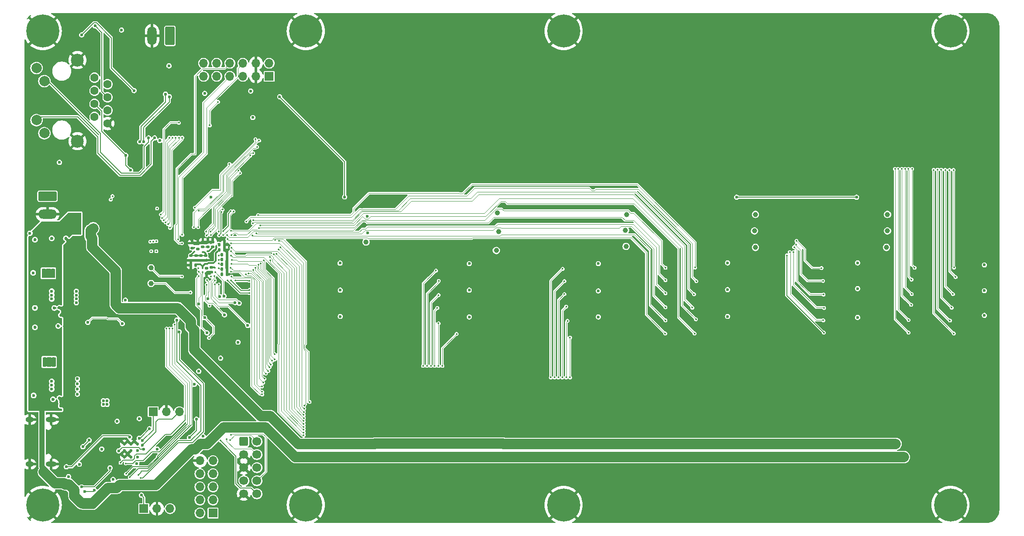
<source format=gbl>
G04 #@! TF.GenerationSoftware,KiCad,Pcbnew,8.0.4*
G04 #@! TF.CreationDate,2024-08-29T22:42:34+03:00*
G04 #@! TF.ProjectId,rioctrl-controller,72696f63-7472-46c2-9d63-6f6e74726f6c,rev?*
G04 #@! TF.SameCoordinates,Original*
G04 #@! TF.FileFunction,Copper,L4,Bot*
G04 #@! TF.FilePolarity,Positive*
%FSLAX46Y46*%
G04 Gerber Fmt 4.6, Leading zero omitted, Abs format (unit mm)*
G04 Created by KiCad (PCBNEW 8.0.4) date 2024-08-29 22:42:34*
%MOMM*%
%LPD*%
G01*
G04 APERTURE LIST*
G04 Aperture macros list*
%AMRoundRect*
0 Rectangle with rounded corners*
0 $1 Rounding radius*
0 $2 $3 $4 $5 $6 $7 $8 $9 X,Y pos of 4 corners*
0 Add a 4 corners polygon primitive as box body*
4,1,4,$2,$3,$4,$5,$6,$7,$8,$9,$2,$3,0*
0 Add four circle primitives for the rounded corners*
1,1,$1+$1,$2,$3*
1,1,$1+$1,$4,$5*
1,1,$1+$1,$6,$7*
1,1,$1+$1,$8,$9*
0 Add four rect primitives between the rounded corners*
20,1,$1+$1,$2,$3,$4,$5,0*
20,1,$1+$1,$4,$5,$6,$7,0*
20,1,$1+$1,$6,$7,$8,$9,0*
20,1,$1+$1,$8,$9,$2,$3,0*%
G04 Aperture macros list end*
G04 #@! TA.AperFunction,ComponentPad*
%ADD10C,0.600000*%
G04 #@! TD*
G04 #@! TA.AperFunction,HeatsinkPad*
%ADD11C,0.500000*%
G04 #@! TD*
G04 #@! TA.AperFunction,HeatsinkPad*
%ADD12R,2.500000X1.800000*%
G04 #@! TD*
G04 #@! TA.AperFunction,ComponentPad*
%ADD13C,0.800000*%
G04 #@! TD*
G04 #@! TA.AperFunction,ComponentPad*
%ADD14C,6.400000*%
G04 #@! TD*
G04 #@! TA.AperFunction,ComponentPad*
%ADD15R,1.700000X1.700000*%
G04 #@! TD*
G04 #@! TA.AperFunction,ComponentPad*
%ADD16O,1.700000X1.700000*%
G04 #@! TD*
G04 #@! TA.AperFunction,ComponentPad*
%ADD17RoundRect,0.250000X-0.600000X-0.600000X0.600000X-0.600000X0.600000X0.600000X-0.600000X0.600000X0*%
G04 #@! TD*
G04 #@! TA.AperFunction,ComponentPad*
%ADD18C,1.700000*%
G04 #@! TD*
G04 #@! TA.AperFunction,ComponentPad*
%ADD19O,2.100000X1.000000*%
G04 #@! TD*
G04 #@! TA.AperFunction,ComponentPad*
%ADD20O,1.600000X1.000000*%
G04 #@! TD*
G04 #@! TA.AperFunction,ComponentPad*
%ADD21C,1.600000*%
G04 #@! TD*
G04 #@! TA.AperFunction,ComponentPad*
%ADD22C,2.500000*%
G04 #@! TD*
G04 #@! TA.AperFunction,ComponentPad*
%ADD23C,2.000000*%
G04 #@! TD*
G04 #@! TA.AperFunction,ComponentPad*
%ADD24RoundRect,0.250000X0.650000X1.550000X-0.650000X1.550000X-0.650000X-1.550000X0.650000X-1.550000X0*%
G04 #@! TD*
G04 #@! TA.AperFunction,ComponentPad*
%ADD25O,1.800000X3.600000*%
G04 #@! TD*
G04 #@! TA.AperFunction,ComponentPad*
%ADD26RoundRect,0.250000X-1.550000X0.650000X-1.550000X-0.650000X1.550000X-0.650000X1.550000X0.650000X0*%
G04 #@! TD*
G04 #@! TA.AperFunction,ComponentPad*
%ADD27O,3.600000X1.800000*%
G04 #@! TD*
G04 #@! TA.AperFunction,SMDPad,CuDef*
%ADD28RoundRect,0.140000X-0.140000X-0.170000X0.140000X-0.170000X0.140000X0.170000X-0.140000X0.170000X0*%
G04 #@! TD*
G04 #@! TA.AperFunction,SMDPad,CuDef*
%ADD29RoundRect,0.140000X0.170000X-0.140000X0.170000X0.140000X-0.170000X0.140000X-0.170000X-0.140000X0*%
G04 #@! TD*
G04 #@! TA.AperFunction,SMDPad,CuDef*
%ADD30RoundRect,0.140000X-0.170000X0.140000X-0.170000X-0.140000X0.170000X-0.140000X0.170000X0.140000X0*%
G04 #@! TD*
G04 #@! TA.AperFunction,SMDPad,CuDef*
%ADD31RoundRect,0.140000X0.140000X0.170000X-0.140000X0.170000X-0.140000X-0.170000X0.140000X-0.170000X0*%
G04 #@! TD*
G04 #@! TA.AperFunction,SMDPad,CuDef*
%ADD32C,1.000000*%
G04 #@! TD*
G04 #@! TA.AperFunction,ViaPad*
%ADD33C,0.600000*%
G04 #@! TD*
G04 #@! TA.AperFunction,ViaPad*
%ADD34C,1.000000*%
G04 #@! TD*
G04 #@! TA.AperFunction,ViaPad*
%ADD35C,0.350000*%
G04 #@! TD*
G04 #@! TA.AperFunction,Conductor*
%ADD36C,2.000000*%
G04 #@! TD*
G04 #@! TA.AperFunction,Conductor*
%ADD37C,0.500000*%
G04 #@! TD*
G04 #@! TA.AperFunction,Conductor*
%ADD38C,0.100000*%
G04 #@! TD*
G04 #@! TA.AperFunction,Conductor*
%ADD39C,0.300000*%
G04 #@! TD*
G04 #@! TA.AperFunction,Conductor*
%ADD40C,0.127000*%
G04 #@! TD*
G04 #@! TA.AperFunction,Conductor*
%ADD41C,1.000000*%
G04 #@! TD*
G04 #@! TA.AperFunction,Conductor*
%ADD42C,0.200000*%
G04 #@! TD*
G04 APERTURE END LIST*
D10*
G04 #@! TO.P,U7,57,GND*
G04 #@! TO.N,GND*
X77825000Y-125712500D03*
X79100000Y-125712500D03*
X80375000Y-125712500D03*
X77825000Y-124437500D03*
X79100000Y-124437500D03*
X80375000Y-124437500D03*
X77825000Y-123162500D03*
X79100000Y-123162500D03*
X80375000Y-123162500D03*
G04 #@! TD*
D11*
G04 #@! TO.P,U2,9,EXP*
G04 #@! TO.N,GND*
X62095000Y-90675000D03*
X63095000Y-90675000D03*
X64095000Y-90675000D03*
D12*
X63095000Y-90025000D03*
D11*
X62095000Y-89375000D03*
X63095000Y-89375000D03*
X64095000Y-89375000D03*
G04 #@! TD*
D13*
G04 #@! TO.P,H7,1,1*
G04 #@! TO.N,GND*
X163000000Y-137400000D03*
X161302944Y-136697056D03*
X164697056Y-136697056D03*
X160600000Y-135000000D03*
D14*
X163000000Y-135000000D03*
D13*
X165400000Y-135000000D03*
X161302944Y-133302944D03*
X164697056Y-133302944D03*
X163000000Y-132600000D03*
G04 #@! TD*
D15*
G04 #@! TO.P,J2,1,Pin_1*
G04 #@! TO.N,/RP2040 JTAG/SWD*
X83425000Y-116900000D03*
D16*
G04 #@! TO.P,J2,2,Pin_2*
G04 #@! TO.N,GND*
X85965000Y-116900000D03*
G04 #@! TO.P,J2,3,Pin_3*
G04 #@! TO.N,/RP2040 JTAG/SWCLK*
X88505000Y-116900000D03*
G04 #@! TD*
D15*
G04 #@! TO.P,J4,1,Pin_1*
G04 #@! TO.N,+3V3*
X95025000Y-136575000D03*
D16*
G04 #@! TO.P,J4,2,Pin_2*
G04 #@! TO.N,unconnected-(J4-Pin_2-Pad2)*
X92485000Y-136575000D03*
G04 #@! TO.P,J4,3,Pin_3*
G04 #@! TO.N,unconnected-(J4-Pin_3-Pad3)*
X95025000Y-134035000D03*
G04 #@! TO.P,J4,4,Pin_4*
G04 #@! TO.N,/RP2040 JTAG/GPIO6*
X92485000Y-134035000D03*
G04 #@! TO.P,J4,5,Pin_5*
G04 #@! TO.N,/RP2040 JTAG/GPIO7*
X95025000Y-131495000D03*
G04 #@! TO.P,J4,6,Pin_6*
G04 #@! TO.N,/RP2040 JTAG/GPIO10*
X92485000Y-131495000D03*
G04 #@! TO.P,J4,7,Pin_7*
G04 #@! TO.N,/RP2040 JTAG/GPIO11*
X95025000Y-128955000D03*
G04 #@! TO.P,J4,8,Pin_8*
G04 #@! TO.N,/RP2040 JTAG/GPIO12*
X92485000Y-128955000D03*
G04 #@! TO.P,J4,9,Pin_9*
G04 #@! TO.N,/RP2040 JTAG/GPIO13*
X95025000Y-126415000D03*
G04 #@! TO.P,J4,10,Pin_10*
G04 #@! TO.N,GND*
X92485000Y-126415000D03*
G04 #@! TD*
D17*
G04 #@! TO.P,J8,1,Pin_1*
G04 #@! TO.N,+3V3*
X100997500Y-122670000D03*
D18*
G04 #@! TO.P,J8,2,Pin_2*
G04 #@! TO.N,/RP2040 JTAG/JTAG.TMS*
X103537500Y-122670000D03*
G04 #@! TO.P,J8,3,Pin_3*
G04 #@! TO.N,GND*
X100997500Y-125210000D03*
G04 #@! TO.P,J8,4,Pin_4*
G04 #@! TO.N,/RP2040 JTAG/JTAG.TCK*
X103537500Y-125210000D03*
G04 #@! TO.P,J8,5,Pin_5*
G04 #@! TO.N,GND*
X100997500Y-127750000D03*
G04 #@! TO.P,J8,6,Pin_6*
G04 #@! TO.N,/RP2040 JTAG/JTAG.TDO*
X103537500Y-127750000D03*
G04 #@! TO.P,J8,7,Pin_7*
G04 #@! TO.N,unconnected-(J8-Pin_7-Pad7)*
X100997500Y-130290000D03*
G04 #@! TO.P,J8,8,Pin_8*
G04 #@! TO.N,/RP2040 JTAG/JTAG.TDI*
X103537500Y-130290000D03*
G04 #@! TO.P,J8,9,Pin_9*
G04 #@! TO.N,GND*
X100997500Y-132830000D03*
G04 #@! TO.P,J8,10,Pin_10*
G04 #@! TO.N,/RP2040 JTAG/JTAG.RST*
X103537500Y-132830000D03*
G04 #@! TD*
D19*
G04 #@! TO.P,J3,S1,SHIELD*
G04 #@! TO.N,GND*
X63630000Y-118430000D03*
D20*
X59450000Y-118430000D03*
D19*
X63630000Y-127070000D03*
D20*
X59450000Y-127070000D03*
G04 #@! TD*
D13*
G04 #@! TO.P,H3,1,1*
G04 #@! TO.N,GND*
X62000000Y-45400000D03*
X60302944Y-44697056D03*
X63697056Y-44697056D03*
X59600000Y-43000000D03*
D14*
X62000000Y-43000000D03*
D13*
X64400000Y-43000000D03*
X60302944Y-41302944D03*
X63697056Y-41302944D03*
X62000000Y-40600000D03*
G04 #@! TD*
D21*
G04 #@! TO.P,J6,1,TD+*
G04 #@! TO.N,Net-(J6-TD+)*
X72046000Y-52055000D03*
G04 #@! TO.P,J6,2,TD-*
G04 #@! TO.N,Net-(J6-TD-)*
X74586000Y-53325000D03*
G04 #@! TO.P,J6,3,RD+*
G04 #@! TO.N,Net-(J6-RD+)*
X72046000Y-54595000D03*
G04 #@! TO.P,J6,4,TCT*
G04 #@! TO.N,Net-(J6-TCT)*
X74586000Y-55865000D03*
G04 #@! TO.P,J6,5,RCT*
G04 #@! TO.N,Net-(J6-RCT)*
X72046000Y-57135000D03*
G04 #@! TO.P,J6,6,RD-*
G04 #@! TO.N,Net-(J6-RD-)*
X74586000Y-58405000D03*
G04 #@! TO.P,J6,7*
G04 #@! TO.N,N/C*
X72046000Y-59675000D03*
D22*
G04 #@! TO.P,J6,8,SH*
G04 #@! TO.N,GND*
X68744000Y-64374000D03*
D21*
X74586000Y-60945000D03*
D22*
X68744000Y-48626000D03*
D23*
G04 #@! TO.P,J6,9*
G04 #@! TO.N,Net-(J6-Pad9)*
X60793799Y-50175400D03*
G04 #@! TO.P,J6,10*
G04 #@! TO.N,/W5500 interface/LED_GRN*
X62317799Y-52715400D03*
G04 #@! TO.P,J6,11*
G04 #@! TO.N,/W5500 interface/LED_YEL*
X60793799Y-60284601D03*
G04 #@! TO.P,J6,12*
G04 #@! TO.N,Net-(J6-Pad12)*
X62317799Y-62824601D03*
G04 #@! TD*
D13*
G04 #@! TO.P,H6,1,1*
G04 #@! TO.N,GND*
X238000000Y-45400000D03*
X236302944Y-44697056D03*
X239697056Y-44697056D03*
X235600000Y-43000000D03*
D14*
X238000000Y-43000000D03*
D13*
X240400000Y-43000000D03*
X236302944Y-41302944D03*
X239697056Y-41302944D03*
X238000000Y-40600000D03*
G04 #@! TD*
G04 #@! TO.P,H2,1,1*
G04 #@! TO.N,GND*
X113000000Y-137400000D03*
X111302944Y-136697056D03*
X114697056Y-136697056D03*
X110600000Y-135000000D03*
D14*
X113000000Y-135000000D03*
D13*
X115400000Y-135000000D03*
X111302944Y-133302944D03*
X114697056Y-133302944D03*
X113000000Y-132600000D03*
G04 #@! TD*
G04 #@! TO.P,H5,1,1*
G04 #@! TO.N,GND*
X238000000Y-137400000D03*
X236302944Y-136697056D03*
X239697056Y-136697056D03*
X235600000Y-135000000D03*
D14*
X238000000Y-135000000D03*
D13*
X240400000Y-135000000D03*
X236302944Y-133302944D03*
X239697056Y-133302944D03*
X238000000Y-132600000D03*
G04 #@! TD*
G04 #@! TO.P,H8,1,1*
G04 #@! TO.N,GND*
X163000000Y-45400000D03*
X161302944Y-44697056D03*
X164697056Y-44697056D03*
X160600000Y-43000000D03*
D14*
X163000000Y-43000000D03*
D13*
X165400000Y-43000000D03*
X161302944Y-41302944D03*
X164697056Y-41302944D03*
X163000000Y-40600000D03*
G04 #@! TD*
D15*
G04 #@! TO.P,J10,1,Pin_1*
G04 #@! TO.N,+3V3*
X105910000Y-51790000D03*
D16*
G04 #@! TO.P,J10,2,Pin_2*
X105910000Y-49250000D03*
G04 #@! TO.P,J10,3,Pin_3*
G04 #@! TO.N,GND*
X103370000Y-51790000D03*
G04 #@! TO.P,J10,4,Pin_4*
X103370000Y-49250000D03*
G04 #@! TO.P,J10,5,Pin_5*
G04 #@! TO.N,/FPGA/PMOD_P4*
X100830000Y-51790000D03*
G04 #@! TO.P,J10,6,Pin_6*
G04 #@! TO.N,/FPGA/PMOD_P10*
X100830000Y-49250000D03*
G04 #@! TO.P,J10,7,Pin_7*
G04 #@! TO.N,/FPGA/PMOD_P3*
X98290000Y-51790000D03*
G04 #@! TO.P,J10,8,Pin_8*
G04 #@! TO.N,/FPGA/PMOD_P9*
X98290000Y-49250000D03*
G04 #@! TO.P,J10,9,Pin_9*
G04 #@! TO.N,/FPGA/PMOD_P2*
X95750000Y-51790000D03*
G04 #@! TO.P,J10,10,Pin_10*
G04 #@! TO.N,/FPGA/PMOD_P8*
X95750000Y-49250000D03*
G04 #@! TO.P,J10,11,Pin_11*
G04 #@! TO.N,/FPGA/PMOD_P1*
X93210000Y-51790000D03*
G04 #@! TO.P,J10,12,Pin_12*
G04 #@! TO.N,/FPGA/PMOD_P7*
X93210000Y-49250000D03*
G04 #@! TD*
D11*
G04 #@! TO.P,U3,9,EXP*
G04 #@! TO.N,GND*
X62250000Y-107900000D03*
X63250000Y-107900000D03*
X64250000Y-107900000D03*
D12*
X63250000Y-107250000D03*
D11*
X62250000Y-106600000D03*
X63250000Y-106600000D03*
X64250000Y-106600000D03*
G04 #@! TD*
D13*
G04 #@! TO.P,H1,1,1*
G04 #@! TO.N,GND*
X62000000Y-137400000D03*
X60302944Y-136697056D03*
X63697056Y-136697056D03*
X59600000Y-135000000D03*
D14*
X62000000Y-135000000D03*
D13*
X64400000Y-135000000D03*
X60302944Y-133302944D03*
X63697056Y-133302944D03*
X62000000Y-132600000D03*
G04 #@! TD*
G04 #@! TO.P,H4,1,1*
G04 #@! TO.N,GND*
X113000000Y-45400000D03*
X111302944Y-44697056D03*
X114697056Y-44697056D03*
X110600000Y-43000000D03*
D14*
X113000000Y-43000000D03*
D13*
X115400000Y-43000000D03*
X111302944Y-41302944D03*
X114697056Y-41302944D03*
X113000000Y-40600000D03*
G04 #@! TD*
D24*
G04 #@! TO.P,J7,1,Pin_1*
G04 #@! TO.N,Net-(J7-Pin_1)*
X86695000Y-43932500D03*
D25*
G04 #@! TO.P,J7,2,Pin_2*
G04 #@! TO.N,GND*
X83195000Y-43932500D03*
G04 #@! TD*
D15*
G04 #@! TO.P,J5,1,Pin_1*
G04 #@! TO.N,/RP2040 JTAG/DBG_UART_TX*
X81620000Y-135700000D03*
D16*
G04 #@! TO.P,J5,2,Pin_2*
G04 #@! TO.N,GND*
X84160000Y-135700000D03*
G04 #@! TO.P,J5,3,Pin_3*
G04 #@! TO.N,/RP2040 JTAG/DBG_UART_RX*
X86700000Y-135700000D03*
G04 #@! TD*
D26*
G04 #@! TO.P,J1,1,Pin_1*
G04 #@! TO.N,Net-(D1-A)*
X62932500Y-75055000D03*
D27*
G04 #@! TO.P,J1,2,Pin_2*
G04 #@! TO.N,GND*
X62932500Y-78555000D03*
G04 #@! TD*
D28*
G04 #@! TO.P,C63,1*
G04 #@! TO.N,+3V3*
X96750000Y-86400000D03*
G04 #@! TO.P,C63,2*
G04 #@! TO.N,GND*
X97710000Y-86400000D03*
G04 #@! TD*
D29*
G04 #@! TO.P,C47,1*
G04 #@! TO.N,+1V1*
X92100000Y-85280000D03*
G04 #@! TO.P,C47,2*
G04 #@! TO.N,GND*
X92100000Y-84320000D03*
G04 #@! TD*
G04 #@! TO.P,C59,1*
G04 #@! TO.N,+3V3*
X94000000Y-84910000D03*
G04 #@! TO.P,C59,2*
G04 #@! TO.N,GND*
X94000000Y-83950000D03*
G04 #@! TD*
D30*
G04 #@! TO.P,C56,1*
G04 #@! TO.N,+3V3*
X92650000Y-86600000D03*
G04 #@! TO.P,C56,2*
G04 #@! TO.N,GND*
X92650000Y-87560000D03*
G04 #@! TD*
D28*
G04 #@! TO.P,C60,1*
G04 #@! TO.N,+3V3*
X96750000Y-87350000D03*
G04 #@! TO.P,C60,2*
G04 #@! TO.N,GND*
X97710000Y-87350000D03*
G04 #@! TD*
D31*
G04 #@! TO.P,C51,1*
G04 #@! TO.N,+2V5*
X91680000Y-88450000D03*
G04 #@! TO.P,C51,2*
G04 #@! TO.N,GND*
X90720000Y-88450000D03*
G04 #@! TD*
D30*
G04 #@! TO.P,C57,1*
G04 #@! TO.N,+3V3*
X91700000Y-86600000D03*
G04 #@! TO.P,C57,2*
G04 #@! TO.N,GND*
X91700000Y-87560000D03*
G04 #@! TD*
G04 #@! TO.P,C49,1*
G04 #@! TO.N,+1V1*
X94700000Y-88870000D03*
G04 #@! TO.P,C49,2*
G04 #@! TO.N,GND*
X94700000Y-89830000D03*
G04 #@! TD*
D28*
G04 #@! TO.P,C64,1*
G04 #@! TO.N,+3V3*
X96750000Y-89250000D03*
G04 #@! TO.P,C64,2*
G04 #@! TO.N,GND*
X97710000Y-89250000D03*
G04 #@! TD*
G04 #@! TO.P,C65,1*
G04 #@! TO.N,+3V3*
X96750000Y-90200000D03*
G04 #@! TO.P,C65,2*
G04 #@! TO.N,GND*
X97710000Y-90200000D03*
G04 #@! TD*
D29*
G04 #@! TO.P,C58,1*
G04 #@! TO.N,+3V3*
X93050000Y-84910000D03*
G04 #@! TO.P,C58,2*
G04 #@! TO.N,GND*
X93050000Y-83950000D03*
G04 #@! TD*
D32*
G04 #@! TO.P,TP11,1,1*
G04 #@! TO.N,/FPGA/FPGA_T6*
X83000000Y-92000000D03*
G04 #@! TD*
G04 #@! TO.P,TP10,1,1*
G04 #@! TO.N,/FPGA/FPGA_P3*
X83000000Y-88950000D03*
G04 #@! TD*
D30*
G04 #@! TO.P,C67,1*
G04 #@! TO.N,+3V3*
X90750000Y-86590000D03*
G04 #@! TO.P,C67,2*
G04 #@! TO.N,GND*
X90750000Y-87550000D03*
G04 #@! TD*
D29*
G04 #@! TO.P,C48,1*
G04 #@! TO.N,+1V1*
X94950000Y-84910000D03*
G04 #@! TO.P,C48,2*
G04 #@! TO.N,GND*
X94950000Y-83950000D03*
G04 #@! TD*
D28*
G04 #@! TO.P,C61,1*
G04 #@! TO.N,+3V3*
X96740000Y-88300000D03*
G04 #@! TO.P,C61,2*
G04 #@! TO.N,GND*
X97700000Y-88300000D03*
G04 #@! TD*
D30*
G04 #@! TO.P,C50,1*
G04 #@! TO.N,+1V1*
X93750000Y-89070000D03*
G04 #@! TO.P,C50,2*
G04 #@! TO.N,GND*
X93750000Y-90030000D03*
G04 #@! TD*
D28*
G04 #@! TO.P,C52,1*
G04 #@! TO.N,+2V5*
X96250000Y-85450000D03*
G04 #@! TO.P,C52,2*
G04 #@! TO.N,GND*
X97210000Y-85450000D03*
G04 #@! TD*
D30*
G04 #@! TO.P,C66,1*
G04 #@! TO.N,+3V3*
X93580000Y-86590000D03*
G04 #@! TO.P,C66,2*
G04 #@! TO.N,GND*
X93580000Y-87550000D03*
G04 #@! TD*
D29*
G04 #@! TO.P,C53,1*
G04 #@! TO.N,+3V3*
X90950000Y-85130000D03*
G04 #@! TO.P,C53,2*
G04 #@! TO.N,GND*
X90950000Y-84170000D03*
G04 #@! TD*
D28*
G04 #@! TO.P,C62,1*
G04 #@! TO.N,+3V3*
X96250000Y-84450000D03*
G04 #@! TO.P,C62,2*
G04 #@! TO.N,GND*
X97210000Y-84450000D03*
G04 #@! TD*
D33*
G04 #@! TO.N,+5V*
X126400000Y-123100000D03*
X71800000Y-82100000D03*
D34*
X150450000Y-81900000D03*
D33*
X71800000Y-81300000D03*
X71000000Y-81300000D03*
D34*
X175000000Y-81650000D03*
D33*
X76150000Y-96100000D03*
X125000000Y-82200000D03*
X71000000Y-82100000D03*
D34*
X151300000Y-123100000D03*
D33*
X77050000Y-96450000D03*
X75550000Y-96350000D03*
D34*
X201800000Y-123150000D03*
D33*
X77100000Y-97350000D03*
D34*
X177000000Y-123150000D03*
X200000000Y-81800000D03*
D33*
X69100000Y-127100000D03*
D34*
X225800000Y-81800000D03*
X227400000Y-123150000D03*
D33*
G04 #@! TO.N,GND*
X226500000Y-62500000D03*
X71500000Y-106250000D03*
D34*
X143100000Y-73800000D03*
D33*
X74200000Y-99250000D03*
X65000000Y-100250000D03*
X67000000Y-67000000D03*
X163250000Y-56000000D03*
X144650000Y-102650000D03*
X71000000Y-87250000D03*
X169800000Y-92500000D03*
X143750000Y-113750000D03*
X72000000Y-120500000D03*
X131500000Y-94300000D03*
X83149824Y-56901471D03*
X102450000Y-57300000D03*
D35*
X100550000Y-86200000D03*
D33*
X70000000Y-118300000D03*
D35*
X99200000Y-90500000D03*
D33*
X79400000Y-134300000D03*
D35*
X95000000Y-87450000D03*
D33*
X225750000Y-69750000D03*
X84801295Y-61000000D03*
X194800000Y-102600000D03*
X119700000Y-92300000D03*
X66500000Y-83250000D03*
X71500000Y-107175000D03*
X87301295Y-55000000D03*
D35*
X100450000Y-80400000D03*
D33*
X78551295Y-64000000D03*
X65250000Y-96700000D03*
X103600000Y-44550000D03*
X101800000Y-98100000D03*
D34*
X123900000Y-76900000D03*
D33*
X225550000Y-80150000D03*
X91800000Y-115000000D03*
X83475000Y-125789214D03*
X136250000Y-51750000D03*
X156100000Y-98300000D03*
X71000000Y-89500000D03*
X80000000Y-103000000D03*
X124000000Y-101500000D03*
D35*
X99352301Y-82602630D03*
D33*
X220000000Y-92200000D03*
X71500000Y-105250000D03*
X119700000Y-97400000D03*
X61500000Y-71500000D03*
X77301295Y-58250000D03*
D35*
X79087500Y-82587500D03*
D33*
X65600000Y-128750000D03*
X189500000Y-51000000D03*
X123250000Y-70000000D03*
X244600000Y-92600000D03*
X76150000Y-99500000D03*
X75750000Y-133200000D03*
X158400000Y-104250000D03*
D35*
X81887500Y-77737500D03*
X80387500Y-84087500D03*
D33*
X100250000Y-110000000D03*
X225200000Y-83350000D03*
X60500000Y-100500000D03*
X94587500Y-101250000D03*
X109750000Y-53250000D03*
X220000000Y-97400000D03*
X65500000Y-115750000D03*
X217500000Y-56000000D03*
X129750000Y-108500000D03*
D34*
X115520000Y-86460000D03*
D33*
X131750000Y-103250000D03*
X73462500Y-84287500D03*
D34*
X149925143Y-83925697D03*
D33*
X225750000Y-119750000D03*
X105250000Y-115250000D03*
X88551295Y-70250000D03*
X242900000Y-104350000D03*
D35*
X97800000Y-86600000D03*
D33*
X119250000Y-105250000D03*
X125400000Y-114200000D03*
D35*
X94644716Y-84200001D03*
D33*
X136250000Y-56000000D03*
X100850000Y-40400000D03*
D34*
X151400000Y-76850000D03*
D33*
X144700000Y-92450000D03*
X181350000Y-93850000D03*
D35*
X97755285Y-89800000D03*
X87500000Y-80300000D03*
X75987500Y-77887500D03*
X100600000Y-92600000D03*
D33*
X65700000Y-126050000D03*
X163500000Y-51250000D03*
D35*
X88900000Y-83300000D03*
D33*
X132500000Y-90250000D03*
X223150000Y-72900000D03*
X150250000Y-105250000D03*
X220000000Y-102800000D03*
X119700000Y-102650000D03*
X194800000Y-97400000D03*
X69250000Y-103750000D03*
X88551295Y-55250000D03*
D34*
X132850000Y-73700000D03*
D35*
X79087500Y-85837500D03*
D33*
X238250000Y-64750000D03*
X71862718Y-121186409D03*
D34*
X143500000Y-86400000D03*
D33*
X136250000Y-61000000D03*
X66500000Y-132900000D03*
X82801295Y-58250000D03*
X169700000Y-102550000D03*
X107300000Y-103500000D03*
X66850000Y-118750000D03*
X130000000Y-88500000D03*
D35*
X79287500Y-83737500D03*
D33*
X155100000Y-94600000D03*
D35*
X96600000Y-93100000D03*
D33*
X200500000Y-97500000D03*
X189500000Y-61000000D03*
X166250000Y-108000000D03*
X114000000Y-51500000D03*
X86200000Y-121950000D03*
D35*
X79287500Y-83037500D03*
D33*
X77551295Y-56750000D03*
D34*
X113500000Y-104250000D03*
D33*
X139700000Y-113050000D03*
X88050000Y-133400000D03*
X232800000Y-73750000D03*
X156750000Y-88000000D03*
X168700000Y-73450000D03*
X104850000Y-75250000D03*
X60500000Y-83500000D03*
X167950000Y-104400000D03*
D34*
X199600000Y-83400000D03*
D33*
X69250000Y-86750000D03*
X106500000Y-89750000D03*
X75250000Y-116750000D03*
X158500000Y-107500000D03*
X162000000Y-119750000D03*
X80800000Y-107850000D03*
X82301295Y-67500000D03*
X77301295Y-55250000D03*
X146850000Y-116700000D03*
X226000000Y-89250000D03*
D34*
X118100000Y-73850000D03*
D33*
X96300000Y-115950000D03*
X163500000Y-61500000D03*
X63750000Y-83250000D03*
X65850000Y-97350000D03*
X217750000Y-73750000D03*
X141200000Y-92950000D03*
D35*
X95000000Y-86600000D03*
D33*
X80450000Y-99200000D03*
X117250000Y-60750000D03*
X82551295Y-55750000D03*
X81650000Y-94450000D03*
X182700000Y-90150000D03*
D35*
X97800000Y-85800000D03*
X90600001Y-83444716D03*
X87450000Y-93000000D03*
D33*
X197500000Y-65313500D03*
X181950000Y-91750000D03*
X134250000Y-108500000D03*
X183350000Y-86500000D03*
X168750000Y-86500000D03*
X180100000Y-97900000D03*
D34*
X143300000Y-104350000D03*
D33*
X144700000Y-97550000D03*
X192400000Y-86500000D03*
X205250000Y-86500000D03*
D35*
X95000000Y-85800000D03*
D33*
X157250000Y-71750000D03*
X125500000Y-92750000D03*
D35*
X94500000Y-87450000D03*
D33*
X206250000Y-102750000D03*
D34*
X124300000Y-80650000D03*
D33*
X65500000Y-115000000D03*
X70500000Y-127000000D03*
X242500000Y-73800000D03*
X93750000Y-111300000D03*
X80100000Y-47200000D03*
X92325000Y-71600000D03*
X77900000Y-107400000D03*
D35*
X78887500Y-76437500D03*
D33*
X182550000Y-73700000D03*
X206400000Y-97750000D03*
X84301295Y-55000000D03*
X112250000Y-63000000D03*
X66750000Y-100250000D03*
X108750000Y-127500000D03*
X84000000Y-133000000D03*
X65250000Y-114250000D03*
D35*
X87150000Y-86200000D03*
D33*
X83801295Y-67250000D03*
D34*
X118200000Y-86450000D03*
D33*
X107500000Y-67750000D03*
X208250000Y-70500000D03*
X69750000Y-41500000D03*
X80250000Y-115500000D03*
X204750000Y-66000000D03*
X79200000Y-107750000D03*
X72750000Y-136000000D03*
D35*
X97778304Y-84178304D03*
X97755285Y-88200000D03*
X91000000Y-93150000D03*
D33*
X70000000Y-72000000D03*
X205000000Y-72750000D03*
X183200000Y-104300000D03*
X119500000Y-128250000D03*
D35*
X88250000Y-89900000D03*
D33*
X114650000Y-114100000D03*
X71800000Y-118400000D03*
X70750000Y-102000000D03*
X107300000Y-95100000D03*
X76000000Y-43000000D03*
D34*
X118150000Y-104250000D03*
D33*
X244600000Y-102600000D03*
X169800000Y-97650000D03*
D34*
X133350000Y-104500000D03*
D33*
X95900000Y-71050000D03*
X79200000Y-44300000D03*
X157750000Y-86500000D03*
X115250000Y-56000000D03*
X193200000Y-104550000D03*
D34*
X124450000Y-85500000D03*
D33*
X84801295Y-49750000D03*
X71000000Y-88750000D03*
D34*
X107750000Y-75250000D03*
D33*
X118250000Y-70500000D03*
X70100000Y-84700000D03*
X71500000Y-104250000D03*
D35*
X93800000Y-87350000D03*
D33*
X200250000Y-87250000D03*
X83051295Y-50000000D03*
X64250000Y-96750000D03*
D34*
X149564927Y-80100000D03*
D33*
X222750000Y-51500000D03*
X89200000Y-100700000D03*
X208600000Y-73800000D03*
X124050000Y-107500000D03*
X90500000Y-43800000D03*
X65550000Y-98150000D03*
D35*
X93800000Y-90600000D03*
D33*
X71000000Y-86500000D03*
X244600000Y-97399997D03*
X232750000Y-69750000D03*
X96950000Y-124450000D03*
X136250000Y-65313500D03*
D35*
X97800001Y-88955284D03*
D33*
X101700000Y-104250000D03*
X65600000Y-119500000D03*
X194800000Y-92200000D03*
X149500000Y-117500000D03*
X89400000Y-127900000D03*
X120750000Y-56000000D03*
D34*
X132900000Y-86400000D03*
D33*
X71000000Y-88000000D03*
X216250000Y-61000000D03*
X194550000Y-73450000D03*
X100200000Y-116300000D03*
X100350000Y-71350000D03*
X129850000Y-76650000D03*
X231250000Y-103250000D03*
X64000000Y-114500000D03*
X163250000Y-69500000D03*
G04 #@! TO.N,+24V*
X62250000Y-98750000D03*
X67000000Y-82000000D03*
D34*
X153000000Y-125700000D03*
D33*
X62000000Y-115750000D03*
X61250000Y-115750000D03*
X68250000Y-82000000D03*
X124900000Y-78950000D03*
X62000000Y-83000000D03*
D34*
X204000000Y-125700000D03*
D33*
X61250000Y-114750000D03*
D34*
X200200000Y-78600000D03*
X175250000Y-78650000D03*
D33*
X63000000Y-98750000D03*
X61750000Y-98250000D03*
D34*
X150200000Y-78300000D03*
X225800000Y-78600000D03*
X229000000Y-125700000D03*
D33*
X128300000Y-125700000D03*
X68000000Y-78750000D03*
X69000000Y-79000000D03*
X62200000Y-101850000D03*
X62000000Y-114750000D03*
X67000000Y-79750000D03*
D34*
X179200000Y-125700000D03*
D33*
X69000000Y-82000000D03*
X61750000Y-97500000D03*
G04 #@! TO.N,Net-(U2-PH)*
X68500000Y-94250000D03*
X68500000Y-95000000D03*
X68500000Y-93500000D03*
X63750000Y-93500000D03*
X68500000Y-95750000D03*
X60500000Y-96750000D03*
X63750000Y-95000000D03*
X63750000Y-94250000D03*
G04 #@! TO.N,Net-(U3-PH)*
X68750000Y-113500000D03*
X63750000Y-111000000D03*
X68750000Y-111500000D03*
X60250000Y-113750000D03*
X63750000Y-111750000D03*
X68750000Y-110500000D03*
X63750000Y-112500000D03*
X68750000Y-112500000D03*
G04 #@! TO.N,+3V3*
X91400000Y-111600000D03*
X244600000Y-98200000D03*
D35*
X96100000Y-86600000D03*
D33*
X169750000Y-93450000D03*
X75650000Y-130050000D03*
X74500000Y-114750000D03*
X169750000Y-88150000D03*
X102350000Y-54650000D03*
X65250000Y-68500000D03*
X86501295Y-49750000D03*
X194800000Y-88000000D03*
X144700000Y-93300000D03*
D35*
X96100000Y-87450000D03*
D33*
X194800000Y-98400000D03*
X220000000Y-93000000D03*
X119700000Y-93300000D03*
X119700000Y-98400000D03*
D34*
X175100000Y-84800000D03*
D35*
X75187500Y-75687500D03*
D33*
X119650000Y-88050000D03*
X94650000Y-75250000D03*
X67000000Y-129500000D03*
X73750000Y-115500000D03*
X194800000Y-93200000D03*
X144700000Y-98500000D03*
X74500000Y-115500000D03*
D35*
X92925000Y-84975028D03*
D33*
X73750000Y-114750000D03*
X59500000Y-82250000D03*
D35*
X75537500Y-75037500D03*
D33*
X80750000Y-118250000D03*
D34*
X225600000Y-85000000D03*
D33*
X73449811Y-124152971D03*
D35*
X92200000Y-89000000D03*
D33*
X93100000Y-121650000D03*
D35*
X92971998Y-85878998D03*
D33*
X220000000Y-98600000D03*
D35*
X91402630Y-85847699D03*
D33*
X244600000Y-93400000D03*
D35*
X96150000Y-88150000D03*
D33*
X144700000Y-88150000D03*
X169750000Y-98500000D03*
X99900000Y-103400000D03*
X220000000Y-88000000D03*
D34*
X149950000Y-85600000D03*
X200200000Y-85000000D03*
D35*
X96178304Y-89021696D03*
D33*
X102737500Y-59787500D03*
X93401295Y-55100000D03*
D34*
X124700000Y-83950000D03*
D33*
X244600000Y-88400000D03*
D35*
X91399999Y-85044716D03*
D33*
X92250000Y-109050000D03*
X84200000Y-124150000D03*
X76450000Y-118750000D03*
X84701295Y-64250000D03*
D35*
X92150000Y-86600000D03*
D33*
X96500000Y-106500000D03*
D35*
X96065436Y-84264513D03*
D33*
X80241866Y-126977345D03*
X77300000Y-42800000D03*
G04 #@! TO.N,/RP2040 JTAG/1V1_RP2040*
X81601738Y-124140917D03*
X76750000Y-124500000D03*
D35*
G04 #@! TO.N,+1V1*
X83037500Y-85737500D03*
X93940180Y-85732324D03*
X93800000Y-88950000D03*
X83437500Y-83837500D03*
X84037500Y-85737500D03*
X95350000Y-88950000D03*
X92200000Y-85400000D03*
X84037500Y-83787500D03*
X82887500Y-83887500D03*
G04 #@! TO.N,+2V5*
X84187500Y-77437500D03*
X95987852Y-85699062D03*
X92978304Y-89021696D03*
D33*
G04 #@! TO.N,/RP2040 JTAG/DBG_UART_TX*
X81150000Y-133100000D03*
G04 #@! TO.N,Net-(D10-K)*
X60150000Y-89950000D03*
X78050000Y-95250000D03*
G04 #@! TO.N,/W5500 interface/3V3_ADD*
X69550000Y-43750000D03*
X79701295Y-54550000D03*
G04 #@! TO.N,/RP2040 JTAG/SWD*
X81325735Y-122525735D03*
G04 #@! TO.N,/RP2040 JTAG/SWCLK*
X81300000Y-123400000D03*
G04 #@! TO.N,Net-(D12-K)*
X77450000Y-99800000D03*
X70750000Y-99550000D03*
G04 #@! TO.N,Net-(JP1-B)*
X90450000Y-121900000D03*
X91800000Y-118350000D03*
G04 #@! TO.N,/FPGA/DONE*
X94050710Y-95010956D03*
D35*
X93850000Y-91350000D03*
D33*
G04 #@! TO.N,/RP2040 JTAG/FLASH_CS*
X69550000Y-131500000D03*
X75050000Y-127800000D03*
G04 #@! TO.N,/RP2040 JTAG/VBUS_SENSE*
X78891720Y-121819231D03*
X66600000Y-127600000D03*
D35*
G04 #@! TO.N,/FPGA/FLASH_CS*
X94250000Y-102550000D03*
D33*
X93398529Y-98648529D03*
D35*
X93000000Y-89800000D03*
D33*
G04 #@! TO.N,Net-(U5-DO(IO1))*
X70150000Y-132400000D03*
X72050000Y-132150000D03*
G04 #@! TO.N,/RP2040 JTAG/USB_D_P*
X69800000Y-123700000D03*
X71000000Y-122425000D03*
G04 #@! TO.N,Net-(U8-RXP)*
X85801295Y-55250000D03*
X80801295Y-64500000D03*
G04 #@! TO.N,/W5500 interface/LED_YEL*
X83701295Y-63750000D03*
D35*
G04 #@! TO.N,/FPGA/W5500.MISO*
X87800000Y-63700000D03*
X85850000Y-80150000D03*
D33*
G04 #@! TO.N,Net-(U8-RXN)*
X86551295Y-55750000D03*
X81601298Y-64500000D03*
D35*
G04 #@! TO.N,/FPGA/W5500.nSCS*
X85134998Y-79329998D03*
X86550000Y-63700000D03*
G04 #@! TO.N,/FPGA/W5500.SCLK*
X87200000Y-63700000D03*
X85450000Y-79750000D03*
G04 #@! TO.N,/FPGA/W5500.nINT*
X89050000Y-63700000D03*
X86700000Y-81200000D03*
G04 #@! TO.N,/FPGA/W5500.nRST*
X84900000Y-78600000D03*
X88400000Y-60800000D03*
G04 #@! TO.N,/FPGA/W5500.MOSI*
X88400000Y-63700000D03*
X86300000Y-80500000D03*
D33*
G04 #@! TO.N,/W5500 interface/LED_GRN*
X82551295Y-63750000D03*
D35*
G04 #@! TO.N,/FPGA/FLASH_IO3*
X92225000Y-90600000D03*
D33*
X93862942Y-101589140D03*
D35*
G04 #@! TO.N,/FPGA/FLASH_CLK*
X94345000Y-96300000D03*
X94600710Y-90636558D03*
D33*
G04 #@! TO.N,/FPGA/FLASH_IO2*
X92250000Y-96000000D03*
D35*
X92250000Y-89750000D03*
G04 #@! TO.N,/FPGA/SB9*
X138750000Y-94250000D03*
X104750000Y-111250000D03*
X101902861Y-90049142D03*
X137250000Y-108000000D03*
G04 #@! TO.N,/FPGA/SB0*
X103250000Y-88950000D03*
X105750000Y-109000000D03*
G04 #@! TO.N,/FPGA/SE9*
X213400000Y-94150000D03*
X207700000Y-84950000D03*
G04 #@! TO.N,/FPGA/SD8*
X102750000Y-80300000D03*
X187950000Y-96700000D03*
G04 #@! TO.N,/FPGA/SB8*
X138500000Y-96750000D03*
X138000000Y-108000000D03*
X104500000Y-112000000D03*
X101400000Y-90200000D03*
G04 #@! TO.N,/FPGA/SE6*
X206300000Y-86550000D03*
X96200000Y-82650000D03*
X213450000Y-101550000D03*
X96650000Y-78100000D03*
G04 #@! TO.N,/FPGA/SB7*
X138750000Y-99750000D03*
X104550000Y-113024997D03*
X98550000Y-89700000D03*
X138750000Y-108000000D03*
G04 #@! TO.N,/FPGA/SC2*
X112650000Y-116950000D03*
X108050000Y-84950000D03*
G04 #@! TO.N,/FPGA/SC4*
X107850000Y-83750000D03*
X112700000Y-115700000D03*
G04 #@! TO.N,/FPGA/SD3*
X97750000Y-82600000D03*
X182750000Y-93900000D03*
G04 #@! TO.N,/RP2040 JTAG/JTAG.TDI*
X96152301Y-92197370D03*
D33*
X82700000Y-120217500D03*
X80704018Y-122022275D03*
D35*
X98500000Y-121400000D03*
D33*
X96350000Y-94543118D03*
D35*
G04 #@! TO.N,/FPGA/SA9*
X102100000Y-93250000D03*
X98550000Y-91400000D03*
G04 #@! TO.N,/FPGA/SC6*
X164250000Y-110250000D03*
X164250000Y-102500000D03*
X98550000Y-86600000D03*
X112600000Y-121450000D03*
G04 #@! TO.N,/FPGA/SF4*
X102250000Y-67150000D03*
X230450000Y-91250000D03*
X229850000Y-69750000D03*
X93800000Y-82650000D03*
G04 #@! TO.N,/FPGA/SF0*
X227250000Y-69750000D03*
X94600000Y-82600000D03*
X229875000Y-101550000D03*
X100250000Y-70550000D03*
D33*
G04 #@! TO.N,Net-(U9H-CFG_0)*
X101750000Y-100150000D03*
D35*
X95278685Y-90543315D03*
G04 #@! TO.N,/FPGA/SB1*
X106000000Y-108250000D03*
X98600000Y-88200000D03*
G04 #@! TO.N,/RP2040 JTAG/JTAG.TCK*
X97700000Y-122250000D03*
G04 #@! TO.N,/FPGA/SD4*
X182750000Y-91350000D03*
X98600000Y-82600000D03*
G04 #@! TO.N,/FPGA/SD9*
X102800000Y-79700000D03*
X188300000Y-94100000D03*
D33*
G04 #@! TO.N,/RP2040 JTAG/JTAG.TDO*
X97143907Y-94444549D03*
D35*
X95429769Y-89813795D03*
G04 #@! TO.N,/FPGA/SD1*
X102650000Y-82650000D03*
X182750000Y-99160000D03*
G04 #@! TO.N,/FPGA/SB3*
X106500000Y-107000000D03*
X104270002Y-88084998D03*
G04 #@! TO.N,/FPGA/SC0*
X112650000Y-118150000D03*
X98600000Y-85050000D03*
G04 #@! TO.N,/FPGA/SF3*
X230500000Y-94050000D03*
X229200000Y-69750000D03*
G04 #@! TO.N,/FPGA/SC1*
X112600000Y-117500000D03*
X107750000Y-85400000D03*
G04 #@! TO.N,/FPGA/SB5*
X104850000Y-87500000D03*
X107000000Y-105750000D03*
D33*
G04 #@! TO.N,/FPGA/CFG_1*
X99300000Y-95700000D03*
D35*
X95378304Y-91421696D03*
G04 #@! TO.N,/FPGA/SE7*
X96105656Y-81896763D03*
X96884788Y-77630423D03*
X213350000Y-99150000D03*
X206850000Y-85900000D03*
G04 #@! TO.N,/FPGA/SF9*
X92250000Y-77900000D03*
X238500000Y-94050000D03*
X237000000Y-69950000D03*
X103950000Y-64250000D03*
G04 #@! TO.N,/FPGA/SD2*
X103400000Y-82250000D03*
X182750000Y-96620000D03*
G04 #@! TO.N,/RP2040 JTAG/JTAG.TMS*
X98300000Y-122400000D03*
G04 #@! TO.N,/FPGA/SE2*
X97000000Y-82600000D03*
X99000000Y-78000000D03*
G04 #@! TO.N,/FPGA/SF7*
X235500000Y-69900000D03*
X237900000Y-99200000D03*
G04 #@! TO.N,/FPGA/SE8*
X213500000Y-96750000D03*
X207600000Y-85900000D03*
G04 #@! TO.N,/FPGA/SD6*
X104163224Y-80770246D03*
X188400000Y-101700000D03*
G04 #@! TO.N,/FPGA/SC3*
X112700000Y-116300000D03*
X98550000Y-84200000D03*
G04 #@! TO.N,/FPGA/SD0*
X182700000Y-101700000D03*
X97800000Y-83400000D03*
G04 #@! TO.N,/FPGA/SB6*
X104550000Y-113550000D03*
X98600000Y-90650000D03*
X139500000Y-108000000D03*
X142250000Y-101800000D03*
G04 #@! TO.N,/FPGA/SC7*
X106150000Y-87550000D03*
X163750000Y-99250000D03*
X112600000Y-120924997D03*
X163500000Y-110250000D03*
G04 #@! TO.N,/FPGA/SD5*
X182750000Y-88950000D03*
X103950000Y-81250000D03*
G04 #@! TO.N,/FPGA/SD7*
X188650000Y-98950000D03*
X98550000Y-81800000D03*
G04 #@! TO.N,/FPGA/SB2*
X106250000Y-107750000D03*
X103850000Y-88400000D03*
G04 #@! TO.N,/FPGA/SF5*
X231050000Y-88950000D03*
X102800000Y-66700000D03*
X230550000Y-69750000D03*
X93700000Y-81900000D03*
G04 #@! TO.N,/FPGA/SB4*
X107000000Y-106750000D03*
X98650000Y-87400000D03*
G04 #@! TO.N,/FPGA/SA5*
X102050000Y-91500000D03*
X99400000Y-91400000D03*
G04 #@! TO.N,/FPGA/SA3*
X97800000Y-91400000D03*
X102050000Y-93850000D03*
G04 #@! TO.N,/FPGA/CFG_2*
X95348175Y-92193796D03*
D33*
X100090700Y-95821646D03*
D35*
G04 #@! TO.N,/FPGA/SC5*
X113750000Y-115000000D03*
X107050000Y-83550000D03*
G04 #@! TO.N,/FPGA/SF1*
X94500000Y-81900000D03*
X229900000Y-99100000D03*
X99950000Y-70100000D03*
X227850000Y-69750000D03*
G04 #@! TO.N,/FPGA/SC8*
X106050000Y-86850000D03*
X163500000Y-96500000D03*
X162750000Y-110250000D03*
X112600000Y-120350000D03*
G04 #@! TO.N,/FPGA/SC9*
X112600000Y-119824997D03*
X162000000Y-110250000D03*
X163150000Y-94050000D03*
X98500000Y-85750000D03*
G04 #@! TO.N,/FPGA/SF2*
X228550000Y-69750000D03*
X230400000Y-96150000D03*
G04 #@! TO.N,/FPGA/SF8*
X92150000Y-81050000D03*
X103550000Y-65500000D03*
X238250000Y-96700000D03*
X236200000Y-69900000D03*
G04 #@! TO.N,/RP2040 JTAG/JTAG.RST*
X93800000Y-92244715D03*
D33*
X97250000Y-98100000D03*
D35*
X96450000Y-122500000D03*
G04 #@! TO.N,/FPGA/SF6*
X234750000Y-69950000D03*
X238650000Y-101700000D03*
G04 #@! TO.N,/FPGA/SE3*
X98467157Y-77967157D03*
X96950000Y-81850000D03*
D33*
G04 #@! TO.N,Net-(J6-TCT)*
X72155000Y-42000000D03*
G04 #@! TO.N,Net-(J6-RCT)*
X78141077Y-67147574D03*
X79051295Y-70000000D03*
G04 #@! TO.N,/RP2040 JTAG/JTAG.RX*
X88463500Y-101400000D03*
D35*
X80950000Y-129750000D03*
G04 #@! TO.N,/RP2040 JTAG/JTAG.TX*
X80550000Y-129200000D03*
D33*
X88000000Y-99100000D03*
D35*
G04 #@! TO.N,/FPGA/PMOD_P4*
X96000000Y-56750000D03*
X94400000Y-61300000D03*
G04 #@! TO.N,/FPGA/PMOD_P9*
X89000000Y-84200000D03*
G04 #@! TO.N,/FPGA/PMOD_P10*
X89050000Y-82550000D03*
G04 #@! TO.N,/FPGA/PMOD_P3*
X88250000Y-83450000D03*
G04 #@! TO.N,/FPGA/SPI.MOSI*
X86600000Y-100750000D03*
X78100000Y-126950000D03*
G04 #@! TO.N,/FPGA/SPI.CS*
X87550000Y-100000000D03*
X78900000Y-129600000D03*
G04 #@! TO.N,/FPGA/SPI.MISO*
X87125003Y-100750000D03*
X78150000Y-128950000D03*
G04 #@! TO.N,/FPGA/SPI.CLK*
X77100000Y-126800000D03*
X86000000Y-100750000D03*
G04 #@! TO.N,/FPGA/SB10*
X98450000Y-88950000D03*
X105000000Y-110500000D03*
X138800000Y-91500000D03*
X136500000Y-108000000D03*
G04 #@! TO.N,/FPGA/SB11*
X138250000Y-89500000D03*
X102850000Y-89400000D03*
X135750000Y-108000000D03*
X105250000Y-109500000D03*
G04 #@! TO.N,/FPGA/SC10*
X112600000Y-119299994D03*
X161250000Y-110250000D03*
X106800000Y-86350000D03*
X163150000Y-91550000D03*
G04 #@! TO.N,/FPGA/SC11*
X160500000Y-110250000D03*
X112600000Y-118700000D03*
X107309327Y-86222668D03*
X162800000Y-89150000D03*
G04 #@! TO.N,/FPGA/SD11*
X188500000Y-88900000D03*
X103750000Y-78750000D03*
G04 #@! TO.N,/FPGA/SD10*
X101500000Y-79950000D03*
X188750000Y-91550000D03*
G04 #@! TO.N,/FPGA/SE11*
X208150000Y-83750000D03*
X213000000Y-89000000D03*
G04 #@! TO.N,/FPGA/SE10*
X208100000Y-84500000D03*
X213300000Y-91500000D03*
G04 #@! TO.N,/FPGA/SF11*
X238700000Y-88900000D03*
X98200000Y-68800000D03*
X91517463Y-77282537D03*
X238600000Y-69950000D03*
G04 #@! TO.N,/FPGA/SF10*
X239000000Y-90750000D03*
X237800000Y-69950000D03*
X91300000Y-81050000D03*
X103250000Y-64000000D03*
D33*
G04 #@! TO.N,/SlotEN*
X219800000Y-75250000D03*
X196550000Y-75250000D03*
X120550000Y-75200000D03*
X107950000Y-55750000D03*
D35*
G04 #@! TO.N,/FPGA/FPGA_P3*
X89002630Y-90647699D03*
G04 #@! TO.N,/FPGA/FPGA_T6*
X90650000Y-93750000D03*
G04 #@! TD*
D36*
G04 #@! TO.N,+5V*
X104250000Y-117750000D02*
X91400000Y-104900000D01*
X177000000Y-123150000D02*
X201800000Y-123150000D01*
X71800000Y-81300000D02*
X71400000Y-81700000D01*
X76850000Y-96800000D02*
X76150000Y-96100000D01*
X90700000Y-99300000D02*
X88200000Y-96800000D01*
X151350000Y-123150000D02*
X177000000Y-123150000D01*
X71400000Y-81700000D02*
X71300000Y-81700000D01*
X90700000Y-100400000D02*
X90700000Y-99300000D01*
X88200000Y-96800000D02*
X76850000Y-96800000D01*
X71621321Y-85000000D02*
X76150000Y-89528679D01*
X71300000Y-81700000D02*
X71300000Y-82900000D01*
X201800000Y-123150000D02*
X227400000Y-123150000D01*
X151300000Y-123100000D02*
X151350000Y-123150000D01*
X91400000Y-101100000D02*
X90700000Y-100400000D01*
X71621321Y-83221321D02*
X71621321Y-85000000D01*
X126350000Y-123150000D02*
X111529037Y-123150000D01*
X106129037Y-117750000D02*
X104250000Y-117750000D01*
X126400000Y-123100000D02*
X126350000Y-123150000D01*
X151300000Y-123100000D02*
X126400000Y-123100000D01*
X91400000Y-104900000D02*
X91400000Y-101100000D01*
X76150000Y-89528679D02*
X76150000Y-96100000D01*
X71300000Y-82900000D02*
X71621321Y-83221321D01*
X111529037Y-123150000D02*
X106129037Y-117750000D01*
D37*
G04 #@! TO.N,GND*
X90750000Y-87550000D02*
X91690000Y-87550000D01*
X97710000Y-90200000D02*
X97710000Y-86400000D01*
X91690000Y-87550000D02*
X91700000Y-87560000D01*
X90950000Y-84170000D02*
X91020000Y-84100000D01*
X94670000Y-89800000D02*
X94700000Y-89830000D01*
D38*
X97710000Y-90200000D02*
X97710000Y-89250000D01*
D37*
X93980000Y-89800000D02*
X94670000Y-89800000D01*
D39*
X90950000Y-83794715D02*
X90600001Y-83444716D01*
D38*
X97506608Y-84450000D02*
X97778304Y-84178304D01*
D40*
X93800000Y-90080000D02*
X93800000Y-90600000D01*
D38*
X97700000Y-88300000D02*
X97700000Y-88855283D01*
D37*
X92650000Y-87560000D02*
X93570000Y-87560000D01*
D38*
X97710000Y-89845285D02*
X97755285Y-89800000D01*
D37*
X93850000Y-84100000D02*
X94000000Y-83950000D01*
D40*
X93750000Y-90030000D02*
X93800000Y-90080000D01*
D37*
X97710000Y-85950000D02*
X97210000Y-85450000D01*
D38*
X97450000Y-85450000D02*
X97210000Y-85450000D01*
D37*
X91020000Y-84100000D02*
X93850000Y-84100000D01*
X90750000Y-88420000D02*
X90750000Y-87550000D01*
X97710000Y-86400000D02*
X97710000Y-85950000D01*
D38*
X97700000Y-88855283D02*
X97800001Y-88955284D01*
X97700000Y-88300000D02*
X97700000Y-88255285D01*
X97800000Y-85800000D02*
X97450000Y-85450000D01*
X97800000Y-86600000D02*
X97710000Y-86690000D01*
X97710000Y-90200000D02*
X97710000Y-89845285D01*
D37*
X97210000Y-85450000D02*
X97210000Y-84450000D01*
D38*
X97710000Y-86690000D02*
X97710000Y-87350000D01*
D37*
X93570000Y-87560000D02*
X93580000Y-87550000D01*
D39*
X90950000Y-84170000D02*
X90950000Y-83794715D01*
D37*
X93750000Y-90030000D02*
X93980000Y-89800000D01*
X91700000Y-87560000D02*
X92650000Y-87560000D01*
X90720000Y-88450000D02*
X90750000Y-88420000D01*
D38*
X97210000Y-84450000D02*
X97506608Y-84450000D01*
X97700000Y-88255285D02*
X97755285Y-88200000D01*
D36*
G04 #@! TO.N,+24V*
X128300000Y-125700000D02*
X110967767Y-125700000D01*
X153000000Y-125700000D02*
X128300000Y-125700000D01*
X75432107Y-131682107D02*
X75382107Y-131732107D01*
X66178679Y-130800000D02*
X64405837Y-130800000D01*
X179200000Y-125700000D02*
X204000000Y-125700000D01*
X105217767Y-119950000D02*
X97055456Y-119950000D01*
X61450000Y-115550000D02*
X61450000Y-115500000D01*
D41*
X67300000Y-130800000D02*
X67650000Y-131150000D01*
D36*
X75382107Y-131732107D02*
X74617893Y-131732107D01*
X93855456Y-123150000D02*
X92586858Y-123150000D01*
D41*
X61880000Y-115870000D02*
X61880000Y-127580000D01*
X69850000Y-135250000D02*
X71864214Y-135250000D01*
D36*
X68150000Y-132078679D02*
X67071321Y-131000000D01*
X110967767Y-125700000D02*
X105217767Y-119950000D01*
D41*
X65100000Y-130800000D02*
X67300000Y-130800000D01*
X61880000Y-127580000D02*
X65100000Y-130800000D01*
X62000000Y-115750000D02*
X61880000Y-115870000D01*
D36*
X66378679Y-131000000D02*
X66178679Y-130800000D01*
X71650000Y-134700000D02*
X69528679Y-134700000D01*
X67071321Y-131000000D02*
X66378679Y-131000000D01*
X76925000Y-131125000D02*
X76367893Y-131682107D01*
D41*
X71864214Y-135250000D02*
X75382107Y-131732107D01*
D36*
X76367893Y-131682107D02*
X75432107Y-131682107D01*
X92586858Y-123150000D02*
X91596358Y-124140500D01*
X91596358Y-124140500D02*
X90909500Y-124140500D01*
X68150000Y-133321321D02*
X68150000Y-132078679D01*
X74617893Y-131732107D02*
X71650000Y-134700000D01*
X90909500Y-124140500D02*
X83925000Y-131125000D01*
X204000000Y-125700000D02*
X229000000Y-125700000D01*
X61250000Y-115750000D02*
X61450000Y-115550000D01*
X83925000Y-131125000D02*
X76925000Y-131125000D01*
D41*
X67650000Y-131150000D02*
X67650000Y-133050000D01*
D36*
X69528679Y-134700000D02*
X68150000Y-133321321D01*
X97055456Y-119950000D02*
X93855456Y-123150000D01*
D41*
X67650000Y-133050000D02*
X69850000Y-135250000D01*
D36*
X153000000Y-125700000D02*
X179200000Y-125700000D01*
X64405837Y-130800000D02*
X62227918Y-128622081D01*
D42*
G04 #@! TO.N,+3V3*
X93570000Y-86600000D02*
X93580000Y-86590000D01*
X92650000Y-86600000D02*
X93570000Y-86600000D01*
X90750000Y-86590000D02*
X91690000Y-86590000D01*
D38*
X94000000Y-84910000D02*
X93050000Y-84910000D01*
D39*
X93580000Y-86590000D02*
X93580000Y-86178959D01*
D38*
X96740000Y-88300000D02*
X96300000Y-88300000D01*
X96250000Y-84450000D02*
X96250000Y-84449077D01*
X92990028Y-84910000D02*
X92925000Y-84975028D01*
D42*
X92650000Y-86600000D02*
X92150000Y-86600000D01*
D38*
X96300000Y-88300000D02*
X96150000Y-88150000D01*
X91035284Y-85044716D02*
X91399999Y-85044716D01*
X96300000Y-86400000D02*
X96100000Y-86600000D01*
X93050000Y-84910000D02*
X92990028Y-84910000D01*
X96750000Y-89250000D02*
X96406608Y-89250000D01*
X90950000Y-85130000D02*
X91035284Y-85044716D01*
X96406608Y-89250000D02*
X96178304Y-89021696D01*
D39*
X93280039Y-85878998D02*
X92971998Y-85878998D01*
D38*
X96750000Y-86400000D02*
X96300000Y-86400000D01*
X96200000Y-87350000D02*
X96100000Y-87450000D01*
D42*
X91690000Y-86590000D02*
X91700000Y-86600000D01*
D38*
X96250000Y-84449077D02*
X96065436Y-84264513D01*
D39*
X93580000Y-86178959D02*
X93280039Y-85878998D01*
D38*
X96750000Y-87350000D02*
X96200000Y-87350000D01*
D39*
X90750000Y-86500329D02*
X91402630Y-85847699D01*
D42*
X91700000Y-86600000D02*
X92150000Y-86600000D01*
D38*
X96750000Y-90200000D02*
X96750000Y-89250000D01*
X90750000Y-86590000D02*
X90750000Y-86500329D01*
D42*
G04 #@! TO.N,/RP2040 JTAG/1V1_RP2040*
X77412500Y-123837500D02*
X76750000Y-124500000D01*
X80926946Y-124140917D02*
X80623529Y-123837500D01*
X80623529Y-123837500D02*
X77412500Y-123837500D01*
X81601738Y-124140917D02*
X80926946Y-124140917D01*
D39*
G04 #@! TO.N,+1V1*
X94950000Y-85000000D02*
X94217676Y-85732324D01*
X93800000Y-88950000D02*
X93800000Y-89020000D01*
X92100000Y-85280000D02*
X92100000Y-85300000D01*
X93800000Y-89020000D02*
X93750000Y-89070000D01*
D38*
X92100000Y-85300000D02*
X92200000Y-85400000D01*
D39*
X94217676Y-85732324D02*
X93940180Y-85732324D01*
X94700000Y-88870000D02*
X95270000Y-88870000D01*
X94950000Y-84910000D02*
X94950000Y-85000000D01*
X95270000Y-88870000D02*
X95350000Y-88950000D01*
G04 #@! TO.N,+2V5*
X95575000Y-87617463D02*
X95142463Y-88050000D01*
X91680000Y-88450000D02*
X91830000Y-88300000D01*
D38*
X96236914Y-85450000D02*
X95987852Y-85699062D01*
D39*
X92978304Y-88678304D02*
X92978304Y-89021696D01*
X94086846Y-88050000D02*
X93956846Y-88180000D01*
X93470000Y-88180000D02*
X92978304Y-88671696D01*
X91830000Y-88300000D02*
X92600000Y-88300000D01*
X95575000Y-86111914D02*
X95575000Y-87617463D01*
X92978304Y-88671696D02*
X92978304Y-89021696D01*
X95142463Y-88050000D02*
X94086846Y-88050000D01*
X93956846Y-88180000D02*
X93470000Y-88180000D01*
X95987852Y-85699062D02*
X95575000Y-86111914D01*
D38*
X96250000Y-85450000D02*
X96236914Y-85450000D01*
D39*
X92600000Y-88300000D02*
X92978304Y-88678304D01*
D42*
G04 #@! TO.N,/RP2040 JTAG/DBG_UART_TX*
X81150000Y-133100000D02*
X81620000Y-133570000D01*
X81620000Y-133570000D02*
X81620000Y-135700000D01*
G04 #@! TO.N,/W5500 interface/3V3_ADD*
X71900000Y-41400000D02*
X72403529Y-41400000D01*
X72403529Y-41400000D02*
X75300000Y-44296471D01*
X69550000Y-43750000D02*
X71900000Y-41400000D01*
X75300000Y-44296471D02*
X75300000Y-50148705D01*
X75300000Y-50148705D02*
X79701295Y-54550000D01*
G04 #@! TO.N,/RP2040 JTAG/SWD*
X83425000Y-120426470D02*
X83425000Y-116900000D01*
X81325735Y-122525735D02*
X83425000Y-120426470D01*
G04 #@! TO.N,/RP2040 JTAG/SWCLK*
X83950000Y-120749999D02*
X83950000Y-118850000D01*
X83950000Y-118850000D02*
X84450000Y-118350000D01*
X81300000Y-123400000D02*
X81300000Y-123125735D01*
X84450000Y-118350000D02*
X87055000Y-118350000D01*
X81300000Y-123125735D02*
X81574264Y-123125735D01*
X81574264Y-123125735D02*
X83950000Y-120749999D01*
X87055000Y-118350000D02*
X88505000Y-116900000D01*
D38*
G04 #@! TO.N,Net-(D12-K)*
X77450000Y-99800000D02*
X76500000Y-98850000D01*
X74427818Y-98700000D02*
X71600000Y-98700000D01*
X71600000Y-98700000D02*
X70750000Y-99550000D01*
X74577818Y-98850000D02*
X74427818Y-98700000D01*
X76500000Y-98850000D02*
X74577818Y-98850000D01*
D40*
G04 #@! TO.N,Net-(JP1-B)*
X90450000Y-121900000D02*
X91800000Y-120550000D01*
X91800000Y-120550000D02*
X91800000Y-118350000D01*
D38*
G04 #@! TO.N,/FPGA/DONE*
X94225000Y-91725000D02*
X93850000Y-91350000D01*
X94050710Y-95010956D02*
X94150000Y-94911666D01*
X94225000Y-93575000D02*
X94225000Y-91725000D01*
X94150000Y-94911666D02*
X94150000Y-93650000D01*
X94150000Y-93650000D02*
X94225000Y-93575000D01*
D40*
G04 #@! TO.N,/RP2040 JTAG/FLASH_CS*
X72000000Y-131500000D02*
X75050000Y-128450000D01*
X75050000Y-128450000D02*
X75050000Y-127800000D01*
X69550000Y-131500000D02*
X72000000Y-131500000D01*
D42*
G04 #@! TO.N,/RP2040 JTAG/VBUS_SENSE*
X73657674Y-121592326D02*
X67650000Y-127600000D01*
X78664815Y-121592326D02*
X73657674Y-121592326D01*
X78891720Y-121819231D02*
X78664815Y-121592326D01*
X67650000Y-127600000D02*
X66600000Y-127600000D01*
D38*
G04 #@! TO.N,/FPGA/FLASH_CS*
X92950000Y-90100000D02*
X92950000Y-94800000D01*
X92950000Y-95850000D02*
X92950000Y-98200000D01*
X94250000Y-102550000D02*
X95137500Y-101662500D01*
X95137500Y-100387500D02*
X93398529Y-98648529D01*
X93000000Y-90050000D02*
X92950000Y-90100000D01*
X92950000Y-98200000D02*
X93398529Y-98648529D01*
X93000000Y-89800000D02*
X93000000Y-90050000D01*
X95137500Y-101662500D02*
X95137500Y-100387500D01*
X92950000Y-94800000D02*
X92950000Y-95850000D01*
D40*
G04 #@! TO.N,Net-(U5-DO(IO1))*
X72050000Y-132150000D02*
X71800000Y-132400000D01*
X71800000Y-132400000D02*
X70150000Y-132400000D01*
D42*
G04 #@! TO.N,/RP2040 JTAG/USB_D_P*
X69800000Y-123700000D02*
X71000000Y-122500000D01*
X71000000Y-122500000D02*
X71000000Y-122425000D01*
G04 #@! TO.N,Net-(U8-RXP)*
X85801295Y-56750000D02*
X85801295Y-55250000D01*
X80801295Y-64500000D02*
X81051295Y-64250000D01*
X81051295Y-64250000D02*
X81051295Y-61500000D01*
X81051295Y-61500000D02*
X85801295Y-56750000D01*
G04 #@! TO.N,/W5500 interface/LED_YEL*
X68800000Y-59650000D02*
X72700000Y-63550000D01*
X77000000Y-71000000D02*
X80900000Y-71000000D01*
X61428400Y-59650000D02*
X68800000Y-59650000D01*
X83051295Y-64400000D02*
X83701295Y-63750000D01*
X83051295Y-68848705D02*
X83051295Y-64400000D01*
X80900000Y-71000000D02*
X83051295Y-68848705D01*
X72700000Y-66700000D02*
X77000000Y-71000000D01*
X60793799Y-60284601D02*
X61428400Y-59650000D01*
X72700000Y-63550000D02*
X72700000Y-66700000D01*
D38*
G04 #@! TO.N,/FPGA/W5500.MISO*
X87800000Y-63950000D02*
X86400000Y-65350000D01*
X86400000Y-65350000D02*
X86400000Y-79600000D01*
X87800000Y-63700000D02*
X87800000Y-63950000D01*
X86400000Y-79600000D02*
X85850000Y-80150000D01*
D42*
G04 #@! TO.N,Net-(U8-RXN)*
X86551295Y-56750000D02*
X81601298Y-61699997D01*
X81601298Y-61699997D02*
X81601298Y-64500000D01*
X86551295Y-55750000D02*
X86551295Y-56750000D01*
D38*
G04 #@! TO.N,/FPGA/W5500.nSCS*
X85800000Y-78664996D02*
X85134998Y-79329998D01*
X86550000Y-63700000D02*
X85800000Y-64450000D01*
X85800000Y-64450000D02*
X85800000Y-78664996D01*
G04 #@! TO.N,/FPGA/W5500.SCLK*
X87200000Y-63700000D02*
X86150000Y-64750000D01*
X86150000Y-64750000D02*
X86150000Y-79100000D01*
X86150000Y-79100000D02*
X86100000Y-79100000D01*
X86100000Y-79100000D02*
X85450000Y-79750000D01*
G04 #@! TO.N,/FPGA/W5500.nINT*
X89050000Y-64050000D02*
X87000000Y-66100000D01*
X89050000Y-63700000D02*
X89050000Y-64050000D01*
X87000000Y-66100000D02*
X87000000Y-80900000D01*
X87000000Y-80900000D02*
X86700000Y-81200000D01*
G04 #@! TO.N,/FPGA/W5500.nRST*
X86700000Y-60800000D02*
X88400000Y-60800000D01*
X85450000Y-78050000D02*
X85450000Y-62050000D01*
X85450000Y-62050000D02*
X86700000Y-60800000D01*
X84900000Y-78600000D02*
X85450000Y-78050000D01*
G04 #@! TO.N,/FPGA/W5500.MOSI*
X86700000Y-65750000D02*
X86700000Y-80100000D01*
X88400000Y-64050000D02*
X86700000Y-65750000D01*
X88400000Y-63700000D02*
X88400000Y-64050000D01*
X86700000Y-80100000D02*
X86300000Y-80500000D01*
D42*
G04 #@! TO.N,/W5500 interface/LED_GRN*
X77300000Y-70600000D02*
X73200000Y-66500000D01*
X82551295Y-63750000D02*
X82551295Y-64600000D01*
X80701295Y-70600000D02*
X77300000Y-70600000D01*
X73200000Y-62900000D02*
X63015400Y-52715400D01*
X73200000Y-66500000D02*
X73200000Y-62900000D01*
X82551295Y-64600000D02*
X81701295Y-65450000D01*
X81701295Y-69600000D02*
X80701295Y-70600000D01*
X81701295Y-65450000D02*
X81701295Y-69600000D01*
X63015400Y-52715400D02*
X62317799Y-52715400D01*
D38*
G04 #@! TO.N,/FPGA/FLASH_IO3*
X91800000Y-91025000D02*
X92225000Y-90600000D01*
X92750000Y-97136397D02*
X91800000Y-96186397D01*
X92750000Y-100476198D02*
X92750000Y-97136397D01*
X91800000Y-96186397D02*
X91800000Y-91025000D01*
X93862942Y-101589140D02*
X92750000Y-100476198D01*
G04 #@! TO.N,/FPGA/FLASH_IO2*
X92250000Y-96000000D02*
X92250000Y-94800000D01*
X92650000Y-90150000D02*
X92250000Y-89750000D01*
X92650000Y-94400000D02*
X92650000Y-90150000D01*
X92250000Y-94800000D02*
X92650000Y-94400000D01*
G04 #@! TO.N,/FPGA/SB9*
X137250000Y-108000000D02*
X137250000Y-95750000D01*
X104000000Y-110500000D02*
X104000000Y-91600000D01*
X104750000Y-111250000D02*
X104000000Y-110500000D01*
X137250000Y-95750000D02*
X138750000Y-94250000D01*
X102449142Y-90049142D02*
X101902861Y-90049142D01*
X104000000Y-91600000D02*
X102449142Y-90049142D01*
G04 #@! TO.N,/FPGA/SB0*
X105200000Y-108450000D02*
X105200000Y-91400000D01*
X105200000Y-91400000D02*
X103250000Y-89450000D01*
X105750000Y-109000000D02*
X105200000Y-108450000D01*
X103250000Y-89450000D02*
X103250000Y-88950000D01*
G04 #@! TO.N,/FPGA/SE9*
X208250000Y-85500000D02*
X208250000Y-91350000D01*
X210850000Y-94150000D02*
X213400000Y-94150000D01*
X210000000Y-93300000D02*
X210850000Y-94150000D01*
X208250000Y-91550000D02*
X210000000Y-93300000D01*
X208250000Y-91350000D02*
X208250000Y-91550000D01*
X207700000Y-84950000D02*
X208250000Y-85500000D01*
G04 #@! TO.N,/FPGA/SD8*
X123950000Y-78050000D02*
X131450000Y-78050000D01*
X133500000Y-76000000D02*
X145250000Y-76000000D01*
X131450000Y-78050000D02*
X133500000Y-76000000D01*
X121950000Y-80050000D02*
X123950000Y-78050000D01*
X103000000Y-80050000D02*
X121950000Y-80050000D01*
X176500000Y-74750000D02*
X186500000Y-84750000D01*
X145250000Y-76000000D02*
X146500000Y-74750000D01*
X102750000Y-80300000D02*
X103000000Y-80050000D01*
X187950000Y-96600000D02*
X187950000Y-96700000D01*
X186500000Y-95150000D02*
X187950000Y-96600000D01*
X186500000Y-84750000D02*
X186500000Y-95150000D01*
X146500000Y-74750000D02*
X176500000Y-74750000D01*
G04 #@! TO.N,/FPGA/SB8*
X101650000Y-90450000D02*
X101400000Y-90200000D01*
X138500000Y-96750000D02*
X138000000Y-97250000D01*
X102415685Y-90450000D02*
X101650000Y-90450000D01*
X103950000Y-112000000D02*
X103500000Y-111550000D01*
X138000000Y-97250000D02*
X138000000Y-108000000D01*
X103500000Y-91534315D02*
X102415685Y-90450000D01*
X103500000Y-111550000D02*
X103500000Y-91534315D01*
X104500000Y-112000000D02*
X103950000Y-112000000D01*
D40*
G04 #@! TO.N,/FPGA/SE6*
X96200000Y-82650000D02*
X96550000Y-82300000D01*
X206300000Y-86550000D02*
X206250000Y-86600000D01*
X206250000Y-94350000D02*
X213450000Y-101550000D01*
X206250000Y-86600000D02*
X206250000Y-94350000D01*
X96536500Y-78213500D02*
X96650000Y-78100000D01*
X96550000Y-82034778D02*
X96536500Y-82021278D01*
X96550000Y-82300000D02*
X96550000Y-82034778D01*
X96536500Y-82021278D02*
X96536500Y-78213500D01*
D38*
G04 #@! TO.N,/FPGA/SB7*
X100100000Y-89700000D02*
X98550000Y-89700000D01*
X104550000Y-113024997D02*
X104424997Y-113024997D01*
X104424997Y-113024997D02*
X103000000Y-111600000D01*
X103000000Y-91317157D02*
X102407843Y-90725000D01*
X102407843Y-90725000D02*
X101125000Y-90725000D01*
X101125000Y-90725000D02*
X100100000Y-89700000D01*
X103000000Y-111600000D02*
X103000000Y-91317157D01*
X138750000Y-99750000D02*
X138750000Y-108000000D01*
G04 #@! TO.N,/FPGA/SC2*
X111750000Y-88650000D02*
X111750000Y-115800000D01*
X112000000Y-116050000D02*
X112000000Y-116300000D01*
X108050000Y-84950000D02*
X111750000Y-88650000D01*
X111750000Y-115800000D02*
X112000000Y-116050000D01*
X112000000Y-116300000D02*
X112650000Y-116950000D01*
G04 #@! TO.N,/FPGA/SC4*
X113000000Y-115400000D02*
X112700000Y-115700000D01*
X108250000Y-83750000D02*
X112550000Y-88050000D01*
X112550000Y-104643503D02*
X113000000Y-105093503D01*
X112550000Y-88050000D02*
X112550000Y-104643503D01*
X107850000Y-83750000D02*
X108250000Y-83750000D01*
X113000000Y-105093503D02*
X113000000Y-115400000D01*
G04 #@! TO.N,/FPGA/SD3*
X98177630Y-83027630D02*
X97750000Y-82600000D01*
X181000000Y-85000000D02*
X176500000Y-80500000D01*
X125010661Y-81000000D02*
X124610661Y-81400000D01*
X176500000Y-80500000D02*
X150225588Y-80500000D01*
X181000000Y-92150000D02*
X181000000Y-85000000D01*
X124610661Y-81400000D02*
X123989339Y-81400000D01*
X182750000Y-93900000D02*
X181000000Y-92150000D01*
X103800000Y-82050000D02*
X103600000Y-81850000D01*
X150225588Y-80500000D02*
X149875588Y-80850000D01*
X123969669Y-81380331D02*
X123300000Y-82050000D01*
X123300000Y-82050000D02*
X103800000Y-82050000D01*
X149875588Y-80850000D02*
X149806496Y-80850000D01*
X149806496Y-80850000D02*
X149656496Y-81000000D01*
X123989339Y-81400000D02*
X123969669Y-81380331D01*
X149656496Y-81000000D02*
X125010661Y-81000000D01*
X103600000Y-81850000D02*
X102884314Y-81850000D01*
X102884314Y-81850000D02*
X101706684Y-83027630D01*
X101706684Y-83027630D02*
X98177630Y-83027630D01*
G04 #@! TO.N,/RP2040 JTAG/JTAG.TDI*
X104700000Y-121200000D02*
X105250000Y-121750000D01*
X96293118Y-94543118D02*
X96350000Y-94543118D01*
X98500000Y-121400000D02*
X98700000Y-121200000D01*
D40*
X80776293Y-121950000D02*
X80967500Y-121950000D01*
D38*
X96152301Y-92197370D02*
X96152301Y-94397699D01*
X105250000Y-121750000D02*
X105250000Y-128577500D01*
X105250000Y-128577500D02*
X103537500Y-130290000D01*
X98700000Y-121200000D02*
X104700000Y-121200000D01*
D40*
X80967500Y-121950000D02*
X82700000Y-120217500D01*
X80704018Y-122022275D02*
X80776293Y-121950000D01*
D38*
X96152301Y-94397699D02*
X96150000Y-94400000D01*
X96150000Y-94400000D02*
X96293118Y-94543118D01*
D40*
G04 #@! TO.N,/FPGA/SA9*
X102000000Y-93350000D02*
X100500000Y-93350000D01*
X100500000Y-93350000D02*
X98550000Y-91400000D01*
X102100000Y-93250000D02*
X102000000Y-93350000D01*
D38*
G04 #@! TO.N,/FPGA/SC6*
X104865686Y-86950000D02*
X98900000Y-86950000D01*
X98900000Y-86950000D02*
X98550000Y-86600000D01*
X107750000Y-116950000D02*
X107750000Y-103827818D01*
X164250000Y-102500000D02*
X164250000Y-110250000D01*
X107750000Y-103827818D02*
X107850000Y-103727818D01*
X107850000Y-103727818D02*
X107850000Y-89934314D01*
X112600000Y-121450000D02*
X112250000Y-121450000D01*
X107850000Y-89934314D02*
X104865686Y-86950000D01*
X112250000Y-121450000D02*
X107750000Y-116950000D01*
G04 #@! TO.N,/FPGA/SF4*
X94100000Y-82250000D02*
X94100000Y-81734314D01*
X229850000Y-69950000D02*
X229900000Y-70000000D01*
X229900000Y-70000000D02*
X229900000Y-90700000D01*
X95250000Y-79250000D02*
X95250000Y-77300000D01*
X95250000Y-77300000D02*
X97500000Y-75050000D01*
X229900000Y-90700000D02*
X230450000Y-91250000D01*
X102250000Y-67234314D02*
X102250000Y-67150000D01*
X94650000Y-81350000D02*
X95250000Y-80750000D01*
X98050000Y-71434314D02*
X102250000Y-67234314D01*
X98050000Y-71600000D02*
X98050000Y-71434314D01*
X98050000Y-74500000D02*
X98050000Y-71600000D01*
X94150000Y-82300000D02*
X94100000Y-82250000D01*
X94484314Y-81350000D02*
X94650000Y-81350000D01*
X94100000Y-81734314D02*
X94484314Y-81350000D01*
X229850000Y-69750000D02*
X229850000Y-69950000D01*
X95250000Y-80750000D02*
X95250000Y-79250000D01*
X97500000Y-75050000D02*
X98050000Y-74500000D01*
X93800000Y-82650000D02*
X94150000Y-82300000D01*
G04 #@! TO.N,/FPGA/SF0*
X227250000Y-69750000D02*
X227250000Y-98925000D01*
X98650000Y-72150000D02*
X100250000Y-70550000D01*
X95850000Y-77700000D02*
X98550000Y-75000000D01*
X98650000Y-75000000D02*
X98650000Y-72150000D01*
X227250000Y-98925000D02*
X229875000Y-101550000D01*
X94600000Y-82600000D02*
X95850000Y-81350000D01*
X98550000Y-75000000D02*
X98650000Y-75000000D01*
X95850000Y-81350000D02*
X95850000Y-77700000D01*
G04 #@! TO.N,Net-(U9H-CFG_0)*
X96071646Y-96371646D02*
X94600000Y-94900000D01*
X97971646Y-96371646D02*
X96071646Y-96371646D01*
X95278685Y-90920274D02*
X95278685Y-90543315D01*
X94600000Y-91598959D02*
X95278685Y-90920274D01*
X94600000Y-94900000D02*
X94600000Y-91598959D01*
X101750000Y-100150000D02*
X97971646Y-96371646D01*
G04 #@! TO.N,/FPGA/SB1*
X101950000Y-88450000D02*
X101700000Y-88200000D01*
X103650000Y-89350000D02*
X103650000Y-88784314D01*
X101700000Y-88200000D02*
X98600000Y-88200000D01*
X103650000Y-88784314D02*
X103315686Y-88450000D01*
X105450000Y-91150000D02*
X103650000Y-89350000D01*
X103315686Y-88450000D02*
X101950000Y-88450000D01*
X105450000Y-107700000D02*
X105450000Y-91150000D01*
X106000000Y-108250000D02*
X105450000Y-107700000D01*
G04 #@! TO.N,/RP2040 JTAG/JTAG.TCK*
X97700000Y-122650000D02*
X99160000Y-124110000D01*
X99160000Y-124110000D02*
X102437500Y-124110000D01*
X97700000Y-122250000D02*
X97700000Y-122650000D01*
X102437500Y-124110000D02*
X103537500Y-125210000D01*
G04 #@! TO.N,/FPGA/SD4*
X124610661Y-79900000D02*
X123989339Y-79900000D01*
X99900712Y-82550000D02*
X99528342Y-82177630D01*
X123989339Y-79900000D02*
X122139339Y-81750000D01*
X176581371Y-79750000D02*
X174950000Y-79750000D01*
X122139339Y-81750000D02*
X103782843Y-81750000D01*
X174300000Y-79100000D02*
X149504266Y-79100000D01*
X174950000Y-79750000D02*
X174300000Y-79100000D01*
X103582843Y-81550000D02*
X102550000Y-81550000D01*
X181500000Y-90100000D02*
X181500000Y-84668629D01*
X148354266Y-80250000D02*
X124960661Y-80250000D01*
X101550000Y-82550000D02*
X99900712Y-82550000D01*
X181500000Y-84668629D02*
X176581371Y-79750000D01*
X182750000Y-91350000D02*
X181500000Y-90100000D01*
X103782843Y-81750000D02*
X103582843Y-81550000D01*
X99022370Y-82177630D02*
X98600000Y-82600000D01*
X102550000Y-81550000D02*
X101550000Y-82550000D01*
X124960661Y-80250000D02*
X124610661Y-79900000D01*
X149504266Y-79100000D02*
X148354266Y-80250000D01*
X99528342Y-82177630D02*
X99022370Y-82177630D01*
G04 #@! TO.N,/FPGA/SD9*
X123750000Y-77967157D02*
X123867157Y-77850000D01*
X177000000Y-74250000D02*
X187250000Y-84500000D01*
X123867157Y-77850000D02*
X130900000Y-77850000D01*
X187250000Y-93050000D02*
X188300000Y-94100000D01*
X146250000Y-74250000D02*
X177000000Y-74250000D01*
X130900000Y-77850000D02*
X133250000Y-75500000D01*
X133250000Y-75500000D02*
X145000000Y-75500000D01*
X187250000Y-84500000D02*
X187250000Y-93050000D01*
X122017158Y-79700000D02*
X123750000Y-77967157D01*
X102800000Y-79700000D02*
X122017158Y-79700000D01*
X145000000Y-75500000D02*
X146250000Y-74250000D01*
G04 #@! TO.N,/RP2040 JTAG/JTAG.TDO*
X97025000Y-91409026D02*
X97025000Y-94375000D01*
X97025000Y-94375000D02*
X97094549Y-94444549D01*
X97094549Y-94444549D02*
X97143907Y-94444549D01*
X95429769Y-89813795D02*
X97025000Y-91409026D01*
X97025000Y-94375000D02*
X97050000Y-94400000D01*
G04 #@! TO.N,/FPGA/SD1*
X182750000Y-99160000D02*
X179750000Y-96160000D01*
X179750000Y-85500000D02*
X176750000Y-82500000D01*
X179750000Y-96160000D02*
X179750000Y-85500000D01*
X150660661Y-82750000D02*
X102750000Y-82750000D01*
X102750000Y-82750000D02*
X102650000Y-82650000D01*
X176750000Y-82500000D02*
X150910661Y-82500000D01*
X150910661Y-82500000D02*
X150660661Y-82750000D01*
G04 #@! TO.N,/FPGA/SB3*
X105950000Y-106450000D02*
X105950000Y-90900000D01*
X105950000Y-90900000D02*
X104270002Y-89220002D01*
X106500000Y-107000000D02*
X105950000Y-106450000D01*
X104270002Y-89220002D02*
X104270002Y-88084998D01*
G04 #@! TO.N,/FPGA/SC0*
X110750000Y-89050000D02*
X107450000Y-85750000D01*
X107450000Y-85750000D02*
X99300000Y-85750000D01*
X112650000Y-118150000D02*
X110750000Y-116250000D01*
X99300000Y-85750000D02*
X98600000Y-85050000D01*
X110750000Y-116250000D02*
X110750000Y-89050000D01*
G04 #@! TO.N,/FPGA/SF3*
X229200000Y-69750000D02*
X229200000Y-92750000D01*
X229200000Y-92750000D02*
X230500000Y-94050000D01*
G04 #@! TO.N,/FPGA/SC1*
X111750000Y-116650000D02*
X112600000Y-117500000D01*
X111250000Y-116000000D02*
X111750000Y-116500000D01*
X111250000Y-88900000D02*
X111250000Y-116000000D01*
X111750000Y-116500000D02*
X111750000Y-116650000D01*
X107750000Y-85400000D02*
X111250000Y-88900000D01*
G04 #@! TO.N,/FPGA/SB5*
X106750000Y-105500000D02*
X106750000Y-91050000D01*
X105000000Y-89300000D02*
X105000000Y-87650000D01*
X107000000Y-105750000D02*
X106750000Y-105500000D01*
X105000000Y-87650000D02*
X104850000Y-87500000D01*
X106750000Y-91050000D02*
X105000000Y-89300000D01*
G04 #@! TO.N,/FPGA/CFG_1*
X94900000Y-94500000D02*
X96100000Y-95700000D01*
X94900000Y-91900000D02*
X94900000Y-94500000D01*
X96100000Y-95700000D02*
X99300000Y-95700000D01*
X95378304Y-91421696D02*
X94900000Y-91900000D01*
G04 #@! TO.N,/FPGA/SE7*
X211950000Y-99100000D02*
X213300000Y-99100000D01*
X207000000Y-94150000D02*
X211950000Y-99100000D01*
X207000000Y-86200000D02*
X207000000Y-94150000D01*
X206850000Y-85900000D02*
X206850000Y-86050000D01*
X96105656Y-81896763D02*
X96105656Y-78078658D01*
X96553891Y-77630423D02*
X96884788Y-77630423D01*
X96105656Y-78078658D02*
X96553891Y-77630423D01*
X206850000Y-86050000D02*
X207000000Y-86200000D01*
X213300000Y-99100000D02*
X213350000Y-99150000D01*
G04 #@! TO.N,/FPGA/SF9*
X103850000Y-64250000D02*
X97100000Y-71000000D01*
X93350000Y-77900000D02*
X92250000Y-77900000D01*
X103950000Y-64250000D02*
X103850000Y-64250000D01*
X237000000Y-92550000D02*
X238500000Y-94050000D01*
X97100000Y-74150000D02*
X93350000Y-77900000D01*
X97100000Y-71000000D02*
X97100000Y-74150000D01*
X237000000Y-69950000D02*
X237000000Y-92550000D01*
G04 #@! TO.N,/FPGA/SD2*
X103500000Y-82350000D02*
X103400000Y-82250000D01*
X180500000Y-94370000D02*
X180500000Y-85250000D01*
X180500000Y-85250000D02*
X176150000Y-80900000D01*
X176150000Y-80900000D02*
X174150000Y-80900000D01*
X174150000Y-80900000D02*
X173800000Y-81250000D01*
X123789339Y-82350000D02*
X103500000Y-82350000D01*
X149789339Y-81150000D02*
X149289339Y-81650000D01*
X182750000Y-96620000D02*
X180500000Y-94370000D01*
X149289339Y-81650000D02*
X124489339Y-81650000D01*
X173800000Y-81250000D02*
X150960661Y-81250000D01*
X124489339Y-81650000D02*
X123789339Y-82350000D01*
X150960661Y-81250000D02*
X150860661Y-81150000D01*
X150860661Y-81150000D02*
X149789339Y-81150000D01*
G04 #@! TO.N,/RP2040 JTAG/JTAG.TMS*
X99200000Y-121500000D02*
X102367500Y-121500000D01*
X98300000Y-122400000D02*
X99200000Y-121500000D01*
X102367500Y-121500000D02*
X103537500Y-122670000D01*
G04 #@! TO.N,/FPGA/SE2*
X98300000Y-78700000D02*
X98300000Y-81300000D01*
X98300000Y-81300000D02*
X97000000Y-82600000D01*
X99000000Y-78000000D02*
X98300000Y-78700000D01*
G04 #@! TO.N,/FPGA/SF7*
X237650000Y-99050000D02*
X237750000Y-99050000D01*
X235500000Y-69900000D02*
X235500000Y-96900000D01*
X237750000Y-99050000D02*
X237900000Y-99200000D01*
X235500000Y-96900000D02*
X237650000Y-99050000D01*
G04 #@! TO.N,/FPGA/SE8*
X212050000Y-96700000D02*
X213450000Y-96700000D01*
X207600000Y-92250000D02*
X212050000Y-96700000D01*
X213450000Y-96700000D02*
X213500000Y-96750000D01*
X207600000Y-85900000D02*
X207600000Y-92250000D01*
G04 #@! TO.N,/FPGA/SD6*
X124500000Y-79500000D02*
X125127818Y-79500000D01*
X104163224Y-80770246D02*
X104283470Y-80650000D01*
X151710661Y-76100000D02*
X152110661Y-76500000D01*
X124000000Y-79000000D02*
X124500000Y-79500000D01*
X150800000Y-76100000D02*
X151710661Y-76100000D01*
X125127818Y-79500000D02*
X125627818Y-79000000D01*
X176650000Y-76500000D02*
X185250000Y-85100000D01*
X125627818Y-79000000D02*
X147900000Y-79000000D01*
X104283470Y-80650000D02*
X122350000Y-80650000D01*
X185250000Y-85100000D02*
X185250000Y-98550000D01*
X152110661Y-76500000D02*
X176650000Y-76500000D01*
X185250000Y-98550000D02*
X188400000Y-101700000D01*
X122350000Y-80650000D02*
X124000000Y-79000000D01*
X147900000Y-79000000D02*
X150800000Y-76100000D01*
G04 #@! TO.N,/FPGA/SC3*
X112200000Y-88450000D02*
X112200000Y-93000000D01*
X112200000Y-93000000D02*
X112250000Y-93050000D01*
X112250000Y-93050000D02*
X112250000Y-115850000D01*
X112250000Y-115850000D02*
X112700000Y-116300000D01*
X98550000Y-84200000D02*
X107950000Y-84200000D01*
X107950000Y-84200000D02*
X112200000Y-88450000D01*
G04 #@! TO.N,/FPGA/SD0*
X145300000Y-83150000D02*
X145200000Y-83250000D01*
X124960661Y-83150000D02*
X106884314Y-83150000D01*
X176150000Y-83150000D02*
X145300000Y-83150000D01*
X98000000Y-83600000D02*
X97800000Y-83400000D01*
X145200000Y-83250000D02*
X125060661Y-83250000D01*
X106434314Y-83600000D02*
X98000000Y-83600000D01*
X179000000Y-86000000D02*
X176150000Y-83150000D01*
X125060661Y-83250000D02*
X124960661Y-83150000D01*
X179000000Y-98000000D02*
X179000000Y-86000000D01*
X182700000Y-101700000D02*
X179000000Y-98000000D01*
X106884314Y-83150000D02*
X106434314Y-83600000D01*
G04 #@! TO.N,/FPGA/SB6*
X102325000Y-90925000D02*
X98875000Y-90925000D01*
X139500000Y-104550000D02*
X142250000Y-101800000D01*
X102500000Y-91100000D02*
X102325000Y-90925000D01*
X139500000Y-108000000D02*
X139500000Y-104550000D01*
X104150000Y-113550000D02*
X102500000Y-111900000D01*
X98875000Y-90925000D02*
X98600000Y-90650000D01*
X102500000Y-111900000D02*
X102500000Y-91100000D01*
X104550000Y-113550000D02*
X104150000Y-113550000D01*
G04 #@! TO.N,/FPGA/SC7*
X112600000Y-120924997D02*
X112424997Y-120924997D01*
X163500000Y-99500000D02*
X163500000Y-110250000D01*
X112424997Y-120924997D02*
X108250000Y-116750000D01*
X106150000Y-87950000D02*
X106150000Y-87550000D01*
X108250000Y-116750000D02*
X108250000Y-90050000D01*
X163750000Y-99250000D02*
X163500000Y-99500000D01*
X108250000Y-90050000D02*
X106150000Y-87950000D01*
G04 #@! TO.N,/FPGA/SD5*
X175560661Y-77900000D02*
X151389339Y-77900000D01*
X151389339Y-77900000D02*
X151039339Y-77550000D01*
X147739339Y-79700000D02*
X123906496Y-79700000D01*
X182000000Y-83750000D02*
X176589339Y-78339339D01*
X182000000Y-88200000D02*
X182000000Y-83750000D01*
X176589339Y-78339339D02*
X176000000Y-78339339D01*
X149889339Y-77550000D02*
X147739339Y-79700000D01*
X123906496Y-79700000D02*
X122406496Y-81200000D01*
X122406496Y-81200000D02*
X104000000Y-81200000D01*
X176000000Y-78339339D02*
X175560661Y-77900000D01*
X104000000Y-81200000D02*
X103950000Y-81250000D01*
X151039339Y-77550000D02*
X149889339Y-77550000D01*
X182750000Y-88950000D02*
X182000000Y-88200000D01*
G04 #@! TO.N,/FPGA/SD7*
X124150000Y-78400000D02*
X147600000Y-78400000D01*
X147600000Y-78400000D02*
X150500000Y-75500000D01*
X186000000Y-85100000D02*
X186000000Y-96300000D01*
X186000000Y-96300000D02*
X188725000Y-99025000D01*
X101950000Y-81800000D02*
X103400000Y-80350000D01*
X176400000Y-75500000D02*
X186000000Y-85100000D01*
X103400000Y-80350000D02*
X122200000Y-80350000D01*
X98550000Y-81800000D02*
X101950000Y-81800000D01*
X150500000Y-75500000D02*
X176400000Y-75500000D01*
X122200000Y-80350000D02*
X124150000Y-78400000D01*
G04 #@! TO.N,/FPGA/SB2*
X103850000Y-89150000D02*
X103850000Y-88400000D01*
X105700000Y-107200000D02*
X105700000Y-91000000D01*
X105700000Y-91000000D02*
X103850000Y-89150000D01*
X106250000Y-107750000D02*
X105700000Y-107200000D01*
G04 #@! TO.N,/FPGA/SF5*
X95050000Y-77150000D02*
X97800000Y-74400000D01*
X230550000Y-69750000D02*
X230550000Y-88450000D01*
X97800000Y-71034314D02*
X102134314Y-66700000D01*
X97800000Y-74400000D02*
X97800000Y-74300000D01*
X230550000Y-88450000D02*
X231050000Y-88950000D01*
X95050000Y-80350000D02*
X95050000Y-77150000D01*
X93700000Y-81900000D02*
X93700000Y-81700000D01*
X93700000Y-81700000D02*
X94400000Y-81000000D01*
X94400000Y-81000000D02*
X95050000Y-80350000D01*
X102134314Y-66700000D02*
X102800000Y-66700000D01*
X97800000Y-74300000D02*
X97800000Y-71034314D01*
G04 #@! TO.N,/FPGA/SB4*
X99915002Y-87684998D02*
X99900000Y-87700000D01*
X106250000Y-106000000D02*
X106250000Y-90850000D01*
X99600000Y-87400000D02*
X98650000Y-87400000D01*
X104700000Y-89300000D02*
X104700000Y-87949310D01*
X106250000Y-90850000D02*
X104700000Y-89300000D01*
X107000000Y-106750000D02*
X106250000Y-106000000D01*
X104700000Y-87949310D02*
X104435688Y-87684998D01*
X99900000Y-87700000D02*
X99600000Y-87400000D01*
X104435688Y-87684998D02*
X99915002Y-87684998D01*
D40*
G04 #@! TO.N,/FPGA/SA5*
X99700000Y-91450000D02*
X99650000Y-91400000D01*
X101850000Y-91500000D02*
X101800000Y-91450000D01*
X101800000Y-91450000D02*
X99700000Y-91450000D01*
X99650000Y-91400000D02*
X99400000Y-91400000D01*
X102050000Y-91500000D02*
X101850000Y-91500000D01*
G04 #@! TO.N,/FPGA/SA3*
X102050000Y-93850000D02*
X100250000Y-93850000D01*
X100250000Y-93850000D02*
X97800000Y-91400000D01*
D38*
G04 #@! TO.N,/FPGA/CFG_2*
X100090700Y-95712882D02*
X100090700Y-95821646D01*
X96100000Y-95150000D02*
X99527818Y-95150000D01*
X95348175Y-94398175D02*
X96100000Y-95150000D01*
X95348175Y-92193796D02*
X95348175Y-94398175D01*
X99527818Y-95150000D02*
X100090700Y-95712882D01*
G04 #@! TO.N,/FPGA/SC5*
X107250000Y-83350000D02*
X107050000Y-83550000D01*
X113500000Y-105310661D02*
X112750000Y-104560661D01*
X113750000Y-115000000D02*
X113500000Y-114750000D01*
X108600000Y-83350000D02*
X107250000Y-83350000D01*
X113500000Y-114750000D02*
X113500000Y-105310661D01*
X112750000Y-103939339D02*
X113000000Y-103689339D01*
X113000000Y-103689339D02*
X113000000Y-87750000D01*
X113000000Y-87750000D02*
X108600000Y-83350000D01*
X112750000Y-104560661D02*
X112750000Y-103939339D01*
G04 #@! TO.N,/FPGA/SF1*
X95450000Y-80950000D02*
X95450000Y-78150000D01*
X98350000Y-74600000D02*
X98350000Y-72200000D01*
X98350000Y-72200000D02*
X98350000Y-71700000D01*
X227850000Y-69750000D02*
X227850000Y-97050000D01*
X97600000Y-75350000D02*
X98350000Y-74600000D01*
X94500000Y-81900000D02*
X95450000Y-80950000D01*
X95450000Y-77500000D02*
X97600000Y-75350000D01*
X227850000Y-97050000D02*
X229900000Y-99100000D01*
X98350000Y-71700000D02*
X99950000Y-70100000D01*
X95450000Y-78150000D02*
X95450000Y-77500000D01*
G04 #@! TO.N,/FPGA/SC8*
X112600000Y-120350000D02*
X112500000Y-120350000D01*
X108750000Y-116600000D02*
X108750000Y-90000000D01*
X162750000Y-110250000D02*
X162750000Y-97250000D01*
X106550000Y-87800000D02*
X106550000Y-87350000D01*
X162750000Y-97250000D02*
X163500000Y-96500000D01*
X106550000Y-87350000D02*
X106050000Y-86850000D01*
X108750000Y-90000000D02*
X106550000Y-87800000D01*
X112500000Y-120350000D02*
X108750000Y-116600000D01*
G04 #@! TO.N,/FPGA/SC9*
X112474997Y-119824997D02*
X109250000Y-116600000D01*
X162000000Y-110250000D02*
X162000000Y-95200000D01*
X99450000Y-86700000D02*
X98500000Y-85750000D01*
X101300000Y-86700000D02*
X99450000Y-86700000D01*
X101550000Y-86450000D02*
X101300000Y-86700000D01*
X106700000Y-86900000D02*
X106250000Y-86450000D01*
X106700000Y-87217158D02*
X106700000Y-86900000D01*
X109250000Y-89767158D02*
X106700000Y-87217158D01*
X112600000Y-119824997D02*
X112474997Y-119824997D01*
X106250000Y-86450000D02*
X101550000Y-86450000D01*
X162000000Y-95200000D02*
X163150000Y-94050000D01*
X109250000Y-116600000D02*
X109250000Y-89767158D01*
G04 #@! TO.N,/FPGA/SF2*
X228550000Y-69750000D02*
X228550000Y-94300000D01*
X228550000Y-94300000D02*
X230400000Y-96150000D01*
G04 #@! TO.N,/FPGA/SF8*
X236250000Y-94700000D02*
X238250000Y-96700000D01*
X95150000Y-76550000D02*
X97600000Y-74100000D01*
X97600000Y-74100000D02*
X97600000Y-70950000D01*
X102800000Y-65750000D02*
X103100000Y-65750000D01*
X97600000Y-70950000D02*
X102800000Y-65750000D01*
X92150000Y-79550000D02*
X95150000Y-76550000D01*
X92150000Y-81050000D02*
X92150000Y-79550000D01*
X103100000Y-65750000D02*
X103300000Y-65750000D01*
X236250000Y-69950000D02*
X236250000Y-94700000D01*
X103300000Y-65750000D02*
X103550000Y-65500000D01*
X236200000Y-69900000D02*
X236250000Y-69950000D01*
G04 #@! TO.N,/RP2040 JTAG/JTAG.RST*
X93800000Y-94150000D02*
X93500710Y-94449290D01*
D40*
X100266500Y-131716500D02*
X102424000Y-131716500D01*
X102424000Y-131716500D02*
X103537500Y-132830000D01*
X99450000Y-130900000D02*
X100266500Y-131716500D01*
D38*
X93800000Y-92244715D02*
X93800000Y-94150000D01*
X95000000Y-95850000D02*
X97250000Y-98100000D01*
X93500710Y-95250710D02*
X94100000Y-95850000D01*
D40*
X99450000Y-125500000D02*
X99450000Y-130900000D01*
D38*
X93500710Y-94449290D02*
X93500710Y-95250710D01*
D40*
X96450000Y-122500000D02*
X99450000Y-125500000D01*
D38*
X94100000Y-95850000D02*
X95000000Y-95850000D01*
G04 #@! TO.N,/FPGA/SF6*
X234750000Y-69950000D02*
X234750000Y-97800000D01*
X234750000Y-97800000D02*
X238650000Y-101700000D01*
D40*
G04 #@! TO.N,/FPGA/SE3*
X96950000Y-81850000D02*
X98000000Y-80800000D01*
X98000000Y-78434314D02*
X98467157Y-77967157D01*
X98000000Y-80800000D02*
X98000000Y-78434314D01*
D42*
G04 #@! TO.N,Net-(J6-TCT)*
X72155000Y-42000000D02*
X73486000Y-43331000D01*
X73486000Y-43331000D02*
X73486000Y-54765000D01*
X73486000Y-54765000D02*
X74586000Y-55865000D01*
G04 #@! TO.N,Net-(J6-RCT)*
X78141077Y-69089782D02*
X79051295Y-70000000D01*
X78141077Y-67147574D02*
X73486000Y-62492497D01*
X73486000Y-58575000D02*
X72046000Y-57135000D01*
X73486000Y-62492497D02*
X73486000Y-58575000D01*
X78141077Y-67147574D02*
X78141077Y-69089782D01*
D40*
G04 #@! TO.N,/RP2040 JTAG/JTAG.RX*
X81400000Y-129750000D02*
X80950000Y-129750000D01*
X88273000Y-122877000D02*
X81400000Y-129750000D01*
X93186500Y-120763500D02*
X91073000Y-122877000D01*
X88550000Y-106800000D02*
X93186500Y-111436500D01*
X88550000Y-101486500D02*
X88550000Y-106800000D01*
X93186500Y-111436500D02*
X93186500Y-120763500D01*
X91073000Y-122877000D02*
X88273000Y-122877000D01*
X88463500Y-101400000D02*
X88550000Y-101486500D01*
G04 #@! TO.N,/RP2040 JTAG/JTAG.TX*
X92650000Y-111850000D02*
X92650000Y-120600000D01*
X92650000Y-120600000D02*
X90750000Y-122500000D01*
X88000000Y-99100000D02*
X88000000Y-107200000D01*
X90750000Y-122500000D02*
X88250000Y-122500000D01*
X82300000Y-128450000D02*
X81050000Y-128450000D01*
X88000000Y-107200000D02*
X92650000Y-111850000D01*
X88250000Y-122500000D02*
X82300000Y-128450000D01*
X81050000Y-128700000D02*
X80550000Y-129200000D01*
X81050000Y-128450000D02*
X81050000Y-128700000D01*
D38*
G04 #@! TO.N,/FPGA/PMOD_P4*
X96000000Y-56800000D02*
X94400000Y-58400000D01*
X96000000Y-56750000D02*
X96000000Y-56800000D01*
X94400000Y-58400000D02*
X94400000Y-61300000D01*
G04 #@! TO.N,/FPGA/PMOD_P9*
X88001295Y-69698705D02*
X90800000Y-66900000D01*
X87700000Y-83465686D02*
X87700000Y-80701041D01*
X88001295Y-80399746D02*
X88001295Y-69698705D01*
X93050000Y-50250000D02*
X97290000Y-50250000D01*
X91550000Y-51750000D02*
X93050000Y-50250000D01*
X88434314Y-84200000D02*
X87700000Y-83465686D01*
X97290000Y-50250000D02*
X98290000Y-49250000D01*
X87700000Y-80701041D02*
X88001295Y-80399746D01*
X89000000Y-84200000D02*
X88434314Y-84200000D01*
X91550000Y-66900000D02*
X91550000Y-51750000D01*
X90800000Y-66900000D02*
X91550000Y-66900000D01*
G04 #@! TO.N,/FPGA/PMOD_P10*
X93800000Y-66700000D02*
X93800000Y-57900000D01*
X99830000Y-51870000D02*
X99830000Y-50250000D01*
X99830000Y-50250000D02*
X100830000Y-49250000D01*
X93800000Y-57900000D02*
X99830000Y-51870000D01*
X89050000Y-71450000D02*
X93800000Y-66700000D01*
X89050000Y-82550000D02*
X89050000Y-71450000D01*
G04 #@! TO.N,/FPGA/PMOD_P3*
X88250000Y-71450000D02*
X93200000Y-66500000D01*
X93200000Y-56880000D02*
X98290000Y-51790000D01*
X88250000Y-83450000D02*
X88250000Y-71450000D01*
X93200000Y-66500000D02*
X93200000Y-56880000D01*
D40*
G04 #@! TO.N,/FPGA/SPI.MOSI*
X80017590Y-126400000D02*
X79467590Y-126950000D01*
X84586500Y-124713500D02*
X83160616Y-124713500D01*
D38*
X90050000Y-111400000D02*
X90050000Y-119250000D01*
D40*
X79467590Y-126950000D02*
X78100000Y-126950000D01*
X81474116Y-126400000D02*
X80017590Y-126400000D01*
D38*
X86600000Y-107950000D02*
X90050000Y-111400000D01*
X86600000Y-100750000D02*
X86600000Y-107950000D01*
D40*
X83160616Y-124713500D02*
X81474116Y-126400000D01*
X90050000Y-119250000D02*
X84586500Y-124713500D01*
G04 #@! TO.N,/FPGA/SPI.CS*
X80573000Y-127927000D02*
X78900000Y-129600000D01*
D38*
X90850000Y-119400000D02*
X90800000Y-119450000D01*
X87550000Y-100000000D02*
X87550000Y-107600000D01*
D40*
X90800000Y-119450000D02*
X84477000Y-125773000D01*
X84477000Y-125905150D02*
X82455150Y-127927000D01*
D38*
X90850000Y-110900000D02*
X90850000Y-119400000D01*
D40*
X84477000Y-125773000D02*
X84477000Y-125905150D01*
X82455150Y-127927000D02*
X80573000Y-127927000D01*
D38*
X87550000Y-107600000D02*
X90850000Y-110900000D01*
D40*
G04 #@! TO.N,/FPGA/SPI.MISO*
X84250000Y-125811124D02*
X82461124Y-127600000D01*
X82461124Y-127600000D02*
X79500000Y-127600000D01*
D38*
X87125003Y-100750000D02*
X87050000Y-100825003D01*
X90450000Y-111150000D02*
X90450000Y-119350000D01*
X87050000Y-107750000D02*
X90450000Y-111150000D01*
D40*
X84250000Y-125550000D02*
X84250000Y-125811124D01*
D38*
X87050000Y-100825003D02*
X87050000Y-107750000D01*
D40*
X89900000Y-119900000D02*
X84250000Y-125550000D01*
X79500000Y-127600000D02*
X78150000Y-128950000D01*
D38*
X90450000Y-119350000D02*
X89900000Y-119900000D01*
D40*
G04 #@! TO.N,/FPGA/SPI.CLK*
X82000000Y-125100000D02*
X80190590Y-125100000D01*
X89650000Y-117450000D02*
X89650000Y-118500000D01*
X79457410Y-126300000D02*
X77600000Y-126300000D01*
X79811500Y-125945910D02*
X79457410Y-126300000D01*
X86838500Y-121311500D02*
X85788500Y-121311500D01*
D38*
X89650000Y-111750000D02*
X89650000Y-117450000D01*
X86000000Y-108100000D02*
X89650000Y-111750000D01*
D40*
X89650000Y-118500000D02*
X86838500Y-121311500D01*
X80190590Y-125100000D02*
X79811500Y-125479090D01*
X85788500Y-121311500D02*
X82000000Y-125100000D01*
X77600000Y-126300000D02*
X77100000Y-126800000D01*
X79811500Y-125479090D02*
X79811500Y-125945910D01*
D38*
X86000000Y-100750000D02*
X86000000Y-108100000D01*
G04 #@! TO.N,/FPGA/SB10*
X104500000Y-91665686D02*
X102384314Y-89550000D01*
X138800000Y-91500000D02*
X138800000Y-91700000D01*
X138800000Y-91700000D02*
X136500000Y-94000000D01*
X136500000Y-94000000D02*
X136500000Y-108000000D01*
X102384314Y-89550000D02*
X100232843Y-89550000D01*
X100232843Y-89550000D02*
X100182843Y-89500000D01*
X105000000Y-110500000D02*
X104500000Y-110000000D01*
X99000000Y-89500000D02*
X98450000Y-88950000D01*
X104500000Y-110000000D02*
X104500000Y-91665686D01*
X100182843Y-89500000D02*
X99000000Y-89500000D01*
G04 #@! TO.N,/FPGA/SB11*
X104750000Y-109000000D02*
X104750000Y-91500000D01*
X105250000Y-109500000D02*
X104750000Y-109000000D01*
X135750000Y-92000000D02*
X138250000Y-89500000D01*
X135750000Y-108000000D02*
X135750000Y-92000000D01*
X102850000Y-89600000D02*
X102850000Y-89400000D01*
X104750000Y-91500000D02*
X102850000Y-89600000D01*
G04 #@! TO.N,/FPGA/SC10*
X161250000Y-110250000D02*
X161250000Y-93450000D01*
X109750000Y-116449994D02*
X109750000Y-89300000D01*
X161250000Y-93450000D02*
X163150000Y-91550000D01*
X109750000Y-89300000D02*
X106800000Y-86350000D01*
X112600000Y-119299994D02*
X109750000Y-116449994D01*
G04 #@! TO.N,/FPGA/SC11*
X112550000Y-118700000D02*
X110250000Y-116400000D01*
X110250000Y-116400000D02*
X110250000Y-89163341D01*
X112600000Y-118700000D02*
X112550000Y-118700000D01*
X160500000Y-91450000D02*
X162800000Y-89150000D01*
X160500000Y-110250000D02*
X160500000Y-91450000D01*
X110250000Y-89163341D02*
X107309327Y-86222668D01*
G04 #@! TO.N,/FPGA/SD11*
X121700000Y-78750000D02*
X122300000Y-78150000D01*
X142789339Y-74550000D02*
X143410661Y-74550000D01*
X122300000Y-78150000D02*
X122300000Y-77439339D01*
X142739339Y-74500000D02*
X142789339Y-74550000D01*
X145210661Y-72750000D02*
X177250000Y-72750000D01*
X122300000Y-77439339D02*
X125239339Y-74500000D01*
X143410661Y-74550000D02*
X145210661Y-72750000D01*
X103750000Y-78750000D02*
X121700000Y-78750000D01*
X177250000Y-72750000D02*
X188500000Y-84000000D01*
X125239339Y-74500000D02*
X142739339Y-74500000D01*
X188500000Y-84000000D02*
X188500000Y-88900000D01*
G04 #@! TO.N,/FPGA/SD10*
X144250000Y-75000000D02*
X145750000Y-73500000D01*
X167972182Y-73500000D02*
X168472182Y-74000000D01*
X187950000Y-84200000D02*
X187950000Y-90750000D01*
X168472182Y-74000000D02*
X168927818Y-74000000D01*
X145750000Y-73500000D02*
X167972182Y-73500000D01*
X101500000Y-79950000D02*
X102300000Y-79150000D01*
X121900000Y-79150000D02*
X123400000Y-77650000D01*
X130350000Y-77650000D02*
X133000000Y-75000000D01*
X169177818Y-73750000D02*
X177500000Y-73750000D01*
X187950000Y-90750000D02*
X188750000Y-91550000D01*
X102300000Y-79150000D02*
X121900000Y-79150000D01*
X123400000Y-77650000D02*
X130350000Y-77650000D01*
X168927818Y-74000000D02*
X169177818Y-73750000D01*
X133000000Y-75000000D02*
X144250000Y-75000000D01*
X177500000Y-73750000D02*
X187950000Y-84200000D01*
G04 #@! TO.N,/FPGA/SE11*
X211250000Y-89000000D02*
X213000000Y-89000000D01*
X209750000Y-87500000D02*
X211250000Y-89000000D01*
X209750000Y-85350000D02*
X209750000Y-87500000D01*
X208150000Y-83750000D02*
X209750000Y-85350000D01*
G04 #@! TO.N,/FPGA/SE10*
X208100000Y-84500000D02*
X208100000Y-84650000D01*
X208100000Y-84650000D02*
X209000000Y-85550000D01*
X209000000Y-90150000D02*
X210350000Y-91500000D01*
X209000000Y-85550000D02*
X209000000Y-90150000D01*
X210350000Y-91500000D02*
X213300000Y-91500000D01*
G04 #@! TO.N,/FPGA/SF11*
X94900000Y-73900000D02*
X96500000Y-73900000D01*
X91517463Y-77282537D02*
X94900000Y-73900000D01*
X96500000Y-73900000D02*
X96500000Y-70800000D01*
X96500000Y-70800000D02*
X97900000Y-69400000D01*
X97900000Y-69400000D02*
X98200000Y-69100000D01*
X238600000Y-69950000D02*
X238600000Y-88800000D01*
X98200000Y-69100000D02*
X98200000Y-68800000D01*
X238600000Y-88800000D02*
X238700000Y-88900000D01*
G04 #@! TO.N,/FPGA/SF10*
X92700000Y-77500000D02*
X92084314Y-77500000D01*
X92750000Y-77550000D02*
X92700000Y-77500000D01*
X93377818Y-77550000D02*
X92750000Y-77550000D01*
X92084314Y-77500000D02*
X91300000Y-78284314D01*
X91300000Y-78284314D02*
X91300000Y-81050000D01*
X237850000Y-70000000D02*
X237850000Y-89600000D01*
X96900000Y-70900000D02*
X96900000Y-74027818D01*
X103250000Y-64550000D02*
X96900000Y-70900000D01*
X237850000Y-89600000D02*
X239000000Y-90750000D01*
X96900000Y-74027818D02*
X93377818Y-77550000D01*
X237800000Y-69950000D02*
X237850000Y-70000000D01*
X103250000Y-64000000D02*
X103250000Y-64550000D01*
D42*
G04 #@! TO.N,/SlotEN*
X120550000Y-75200000D02*
X120550000Y-68350000D01*
X120550000Y-68350000D02*
X107950000Y-55750000D01*
X196550000Y-75250000D02*
X219800000Y-75250000D01*
D38*
G04 #@! TO.N,/FPGA/FPGA_P3*
X84650000Y-90600000D02*
X83000000Y-88950000D01*
X88954931Y-90600000D02*
X84650000Y-90600000D01*
X89002630Y-90647699D02*
X88954931Y-90600000D01*
G04 #@! TO.N,/FPGA/FPGA_T6*
X87598959Y-93750000D02*
X85848959Y-92000000D01*
X85848959Y-92000000D02*
X83000000Y-92000000D01*
X90650000Y-93750000D02*
X87598959Y-93750000D01*
G04 #@! TD*
G04 #@! TA.AperFunction,Conductor*
G04 #@! TO.N,GND*
G36*
X103620000Y-51356988D02*
G01*
X103562993Y-51324075D01*
X103435826Y-51290000D01*
X103304174Y-51290000D01*
X103177007Y-51324075D01*
X103120000Y-51356988D01*
X103120000Y-49683012D01*
X103177007Y-49715925D01*
X103304174Y-49750000D01*
X103435826Y-49750000D01*
X103562993Y-49715925D01*
X103620000Y-49683012D01*
X103620000Y-51356988D01*
G37*
G04 #@! TD.AperFunction*
G04 #@! TA.AperFunction,Conductor*
G36*
X82696740Y-64976269D02*
G01*
X82740005Y-65019534D01*
X82750795Y-65064479D01*
X82750795Y-68683226D01*
X82731888Y-68741417D01*
X82721799Y-68753230D01*
X82170799Y-69304230D01*
X82116282Y-69332007D01*
X82055850Y-69322436D01*
X82012585Y-69279171D01*
X82001795Y-69234226D01*
X82001795Y-65615479D01*
X82020702Y-65557288D01*
X82030791Y-65545475D01*
X82581791Y-64994475D01*
X82636308Y-64966698D01*
X82696740Y-64976269D01*
G37*
G04 #@! TD.AperFunction*
G04 #@! TA.AperFunction,Conductor*
G36*
X111364030Y-39519407D02*
G01*
X111399994Y-39568907D01*
X111399994Y-39630093D01*
X111364030Y-39679593D01*
X111350784Y-39687710D01*
X111147465Y-39791305D01*
X111147454Y-39791311D01*
X110822208Y-40002530D01*
X110564649Y-40211095D01*
X112059301Y-41705747D01*
X111957670Y-41779588D01*
X111779588Y-41957670D01*
X111705747Y-42059301D01*
X110211095Y-40564649D01*
X110002530Y-40822208D01*
X109791311Y-41147454D01*
X109791305Y-41147465D01*
X109615241Y-41493011D01*
X109476262Y-41855063D01*
X109476260Y-41855070D01*
X109375886Y-42229673D01*
X109375885Y-42229675D01*
X109315219Y-42612704D01*
X109315217Y-42612725D01*
X109294922Y-42999993D01*
X109294922Y-43000006D01*
X109315217Y-43387274D01*
X109315219Y-43387295D01*
X109375885Y-43770324D01*
X109375886Y-43770326D01*
X109476260Y-44144929D01*
X109476262Y-44144936D01*
X109615241Y-44506988D01*
X109791305Y-44852534D01*
X109791311Y-44852545D01*
X110002527Y-45177786D01*
X110211095Y-45435349D01*
X111705747Y-43940696D01*
X111779588Y-44042330D01*
X111957670Y-44220412D01*
X112059300Y-44294251D01*
X110564649Y-45788903D01*
X110822213Y-45997472D01*
X111147454Y-46208688D01*
X111147465Y-46208694D01*
X111493011Y-46384758D01*
X111855063Y-46523737D01*
X111855070Y-46523739D01*
X112229673Y-46624113D01*
X112229675Y-46624114D01*
X112612704Y-46684780D01*
X112612725Y-46684782D01*
X112999994Y-46705078D01*
X113000006Y-46705078D01*
X113387274Y-46684782D01*
X113387295Y-46684780D01*
X113770324Y-46624114D01*
X113770326Y-46624113D01*
X114144929Y-46523739D01*
X114144936Y-46523737D01*
X114506988Y-46384758D01*
X114852534Y-46208694D01*
X114852545Y-46208688D01*
X115177783Y-45997475D01*
X115177793Y-45997468D01*
X115435349Y-45788903D01*
X113940698Y-44294252D01*
X114042330Y-44220412D01*
X114220412Y-44042330D01*
X114294252Y-43940698D01*
X115788903Y-45435349D01*
X115997468Y-45177793D01*
X115997475Y-45177783D01*
X116208688Y-44852545D01*
X116208694Y-44852534D01*
X116384758Y-44506988D01*
X116523737Y-44144936D01*
X116523739Y-44144929D01*
X116624113Y-43770326D01*
X116624114Y-43770324D01*
X116684780Y-43387295D01*
X116684782Y-43387274D01*
X116705078Y-43000006D01*
X116705078Y-42999993D01*
X116684782Y-42612725D01*
X116684780Y-42612704D01*
X116624114Y-42229675D01*
X116624113Y-42229673D01*
X116523739Y-41855070D01*
X116523737Y-41855063D01*
X116384758Y-41493011D01*
X116208694Y-41147465D01*
X116208688Y-41147454D01*
X115997472Y-40822213D01*
X115788903Y-40564649D01*
X114294251Y-42059300D01*
X114220412Y-41957670D01*
X114042330Y-41779588D01*
X113940696Y-41705747D01*
X115435349Y-40211095D01*
X115177786Y-40002527D01*
X114852545Y-39791311D01*
X114852534Y-39791305D01*
X114649216Y-39687710D01*
X114605951Y-39644445D01*
X114596380Y-39584013D01*
X114624157Y-39529496D01*
X114678674Y-39501719D01*
X114694161Y-39500500D01*
X161305839Y-39500500D01*
X161364030Y-39519407D01*
X161399994Y-39568907D01*
X161399994Y-39630093D01*
X161364030Y-39679593D01*
X161350784Y-39687710D01*
X161147465Y-39791305D01*
X161147454Y-39791311D01*
X160822208Y-40002530D01*
X160564649Y-40211095D01*
X162059301Y-41705747D01*
X161957670Y-41779588D01*
X161779588Y-41957670D01*
X161705747Y-42059301D01*
X160211095Y-40564649D01*
X160002530Y-40822208D01*
X159791311Y-41147454D01*
X159791305Y-41147465D01*
X159615241Y-41493011D01*
X159476262Y-41855063D01*
X159476260Y-41855070D01*
X159375886Y-42229673D01*
X159375885Y-42229675D01*
X159315219Y-42612704D01*
X159315217Y-42612725D01*
X159294922Y-42999993D01*
X159294922Y-43000006D01*
X159315217Y-43387274D01*
X159315219Y-43387295D01*
X159375885Y-43770324D01*
X159375886Y-43770326D01*
X159476260Y-44144929D01*
X159476262Y-44144936D01*
X159615241Y-44506988D01*
X159791305Y-44852534D01*
X159791311Y-44852545D01*
X160002527Y-45177786D01*
X160211095Y-45435349D01*
X161705747Y-43940696D01*
X161779588Y-44042330D01*
X161957670Y-44220412D01*
X162059300Y-44294251D01*
X160564649Y-45788903D01*
X160822213Y-45997472D01*
X161147454Y-46208688D01*
X161147465Y-46208694D01*
X161493011Y-46384758D01*
X161855063Y-46523737D01*
X161855070Y-46523739D01*
X162229673Y-46624113D01*
X162229675Y-46624114D01*
X162612704Y-46684780D01*
X162612725Y-46684782D01*
X162999994Y-46705078D01*
X163000006Y-46705078D01*
X163387274Y-46684782D01*
X163387295Y-46684780D01*
X163770324Y-46624114D01*
X163770326Y-46624113D01*
X164144929Y-46523739D01*
X164144936Y-46523737D01*
X164506988Y-46384758D01*
X164852534Y-46208694D01*
X164852545Y-46208688D01*
X165177783Y-45997475D01*
X165177793Y-45997468D01*
X165435349Y-45788903D01*
X163940698Y-44294252D01*
X164042330Y-44220412D01*
X164220412Y-44042330D01*
X164294252Y-43940698D01*
X165788903Y-45435349D01*
X165997468Y-45177793D01*
X165997475Y-45177783D01*
X166208688Y-44852545D01*
X166208694Y-44852534D01*
X166384758Y-44506988D01*
X166523737Y-44144936D01*
X166523739Y-44144929D01*
X166624113Y-43770326D01*
X166624114Y-43770324D01*
X166684780Y-43387295D01*
X166684782Y-43387274D01*
X166705078Y-43000006D01*
X166705078Y-42999993D01*
X166684782Y-42612725D01*
X166684780Y-42612704D01*
X166624114Y-42229675D01*
X166624113Y-42229673D01*
X166523739Y-41855070D01*
X166523737Y-41855063D01*
X166384758Y-41493011D01*
X166208694Y-41147465D01*
X166208688Y-41147454D01*
X165997472Y-40822213D01*
X165788903Y-40564649D01*
X164294251Y-42059300D01*
X164220412Y-41957670D01*
X164042330Y-41779588D01*
X163940696Y-41705747D01*
X165435349Y-40211095D01*
X165177786Y-40002527D01*
X164852545Y-39791311D01*
X164852534Y-39791305D01*
X164649216Y-39687710D01*
X164605951Y-39644445D01*
X164596380Y-39584013D01*
X164624157Y-39529496D01*
X164678674Y-39501719D01*
X164694161Y-39500500D01*
X236305839Y-39500500D01*
X236364030Y-39519407D01*
X236399994Y-39568907D01*
X236399994Y-39630093D01*
X236364030Y-39679593D01*
X236350784Y-39687710D01*
X236147465Y-39791305D01*
X236147454Y-39791311D01*
X235822208Y-40002530D01*
X235564649Y-40211095D01*
X237059301Y-41705747D01*
X236957670Y-41779588D01*
X236779588Y-41957670D01*
X236705747Y-42059301D01*
X235211095Y-40564649D01*
X235002530Y-40822208D01*
X234791311Y-41147454D01*
X234791305Y-41147465D01*
X234615241Y-41493011D01*
X234476262Y-41855063D01*
X234476260Y-41855070D01*
X234375886Y-42229673D01*
X234375885Y-42229675D01*
X234315219Y-42612704D01*
X234315217Y-42612725D01*
X234294922Y-42999993D01*
X234294922Y-43000006D01*
X234315217Y-43387274D01*
X234315219Y-43387295D01*
X234375885Y-43770324D01*
X234375886Y-43770326D01*
X234476260Y-44144929D01*
X234476262Y-44144936D01*
X234615241Y-44506988D01*
X234791305Y-44852534D01*
X234791311Y-44852545D01*
X235002527Y-45177786D01*
X235211095Y-45435349D01*
X236705747Y-43940696D01*
X236779588Y-44042330D01*
X236957670Y-44220412D01*
X237059300Y-44294251D01*
X235564649Y-45788903D01*
X235822213Y-45997472D01*
X236147454Y-46208688D01*
X236147465Y-46208694D01*
X236493011Y-46384758D01*
X236855063Y-46523737D01*
X236855070Y-46523739D01*
X237229673Y-46624113D01*
X237229675Y-46624114D01*
X237612704Y-46684780D01*
X237612725Y-46684782D01*
X237999994Y-46705078D01*
X238000006Y-46705078D01*
X238387274Y-46684782D01*
X238387295Y-46684780D01*
X238770324Y-46624114D01*
X238770326Y-46624113D01*
X239144929Y-46523739D01*
X239144936Y-46523737D01*
X239506988Y-46384758D01*
X239852534Y-46208694D01*
X239852545Y-46208688D01*
X240177783Y-45997475D01*
X240177793Y-45997468D01*
X240435349Y-45788903D01*
X238940698Y-44294252D01*
X239042330Y-44220412D01*
X239220412Y-44042330D01*
X239294252Y-43940698D01*
X240788903Y-45435349D01*
X240997468Y-45177793D01*
X240997475Y-45177783D01*
X241208688Y-44852545D01*
X241208694Y-44852534D01*
X241384758Y-44506988D01*
X241523737Y-44144936D01*
X241523739Y-44144929D01*
X241624113Y-43770326D01*
X241624114Y-43770324D01*
X241684780Y-43387295D01*
X241684782Y-43387274D01*
X241705078Y-43000006D01*
X241705078Y-42999993D01*
X241684782Y-42612725D01*
X241684780Y-42612704D01*
X241624114Y-42229675D01*
X241624113Y-42229673D01*
X241523739Y-41855070D01*
X241523737Y-41855063D01*
X241384758Y-41493011D01*
X241208694Y-41147465D01*
X241208688Y-41147454D01*
X240997472Y-40822213D01*
X240788903Y-40564649D01*
X239294251Y-42059300D01*
X239220412Y-41957670D01*
X239042330Y-41779588D01*
X238940696Y-41705747D01*
X240435349Y-40211095D01*
X240177786Y-40002527D01*
X239852545Y-39791311D01*
X239852534Y-39791305D01*
X239649216Y-39687710D01*
X239605951Y-39644445D01*
X239596380Y-39584013D01*
X239624157Y-39529496D01*
X239678674Y-39501719D01*
X239694161Y-39500500D01*
X244934108Y-39500500D01*
X244997015Y-39500500D01*
X245002992Y-39500681D01*
X245295309Y-39518362D01*
X245307164Y-39519802D01*
X245592281Y-39572051D01*
X245603883Y-39574911D01*
X245880623Y-39661147D01*
X245891786Y-39665380D01*
X245941401Y-39687710D01*
X246156119Y-39784347D01*
X246166704Y-39789903D01*
X246414758Y-39939856D01*
X246424583Y-39946638D01*
X246618591Y-40098633D01*
X246652755Y-40125399D01*
X246661704Y-40133326D01*
X246866673Y-40338295D01*
X246874600Y-40347244D01*
X246995481Y-40501538D01*
X247053356Y-40575409D01*
X247060147Y-40585248D01*
X247210096Y-40833295D01*
X247215652Y-40843880D01*
X247334616Y-41108206D01*
X247338855Y-41119384D01*
X247425087Y-41396113D01*
X247427948Y-41407721D01*
X247480196Y-41692828D01*
X247481637Y-41704695D01*
X247499319Y-41997006D01*
X247499500Y-42002984D01*
X247499500Y-135997015D01*
X247499319Y-136002993D01*
X247481637Y-136295304D01*
X247480196Y-136307171D01*
X247427948Y-136592278D01*
X247425087Y-136603886D01*
X247338855Y-136880615D01*
X247334616Y-136891793D01*
X247215652Y-137156119D01*
X247210096Y-137166704D01*
X247060147Y-137414751D01*
X247053356Y-137424590D01*
X246874600Y-137652755D01*
X246866673Y-137661704D01*
X246661704Y-137866673D01*
X246652755Y-137874600D01*
X246424590Y-138053356D01*
X246414751Y-138060147D01*
X246166704Y-138210096D01*
X246156119Y-138215652D01*
X245891793Y-138334616D01*
X245880615Y-138338855D01*
X245603886Y-138425087D01*
X245592278Y-138427948D01*
X245307171Y-138480196D01*
X245295304Y-138481637D01*
X245023993Y-138498048D01*
X245002991Y-138499319D01*
X244997015Y-138499500D01*
X239694161Y-138499500D01*
X239635970Y-138480593D01*
X239600006Y-138431093D01*
X239600006Y-138369907D01*
X239635970Y-138320407D01*
X239649216Y-138312290D01*
X239852534Y-138208694D01*
X239852545Y-138208688D01*
X240177783Y-137997475D01*
X240177793Y-137997468D01*
X240435349Y-137788903D01*
X238940698Y-136294252D01*
X239042330Y-136220412D01*
X239220412Y-136042330D01*
X239294252Y-135940698D01*
X240788903Y-137435349D01*
X240997468Y-137177793D01*
X240997475Y-137177783D01*
X241208688Y-136852545D01*
X241208694Y-136852534D01*
X241384758Y-136506988D01*
X241523737Y-136144936D01*
X241523739Y-136144929D01*
X241624113Y-135770326D01*
X241624114Y-135770324D01*
X241684780Y-135387295D01*
X241684782Y-135387274D01*
X241705078Y-135000006D01*
X241705078Y-134999993D01*
X241684782Y-134612725D01*
X241684780Y-134612704D01*
X241624114Y-134229675D01*
X241624113Y-134229673D01*
X241523739Y-133855070D01*
X241523737Y-133855063D01*
X241384758Y-133493011D01*
X241208694Y-133147465D01*
X241208688Y-133147454D01*
X240997472Y-132822213D01*
X240788903Y-132564649D01*
X239294251Y-134059300D01*
X239220412Y-133957670D01*
X239042330Y-133779588D01*
X238940696Y-133705747D01*
X240435349Y-132211095D01*
X240177786Y-132002527D01*
X239852545Y-131791311D01*
X239852534Y-131791305D01*
X239506988Y-131615241D01*
X239144936Y-131476262D01*
X239144929Y-131476260D01*
X238770326Y-131375886D01*
X238770324Y-131375885D01*
X238387295Y-131315219D01*
X238387274Y-131315217D01*
X238000006Y-131294922D01*
X237999994Y-131294922D01*
X237612725Y-131315217D01*
X237612704Y-131315219D01*
X237229675Y-131375885D01*
X237229673Y-131375886D01*
X236855070Y-131476260D01*
X236855063Y-131476262D01*
X236493011Y-131615241D01*
X236147465Y-131791305D01*
X236147454Y-131791311D01*
X235822208Y-132002530D01*
X235564649Y-132211095D01*
X237059301Y-133705747D01*
X236957670Y-133779588D01*
X236779588Y-133957670D01*
X236705747Y-134059301D01*
X235211095Y-132564649D01*
X235002530Y-132822208D01*
X234791311Y-133147454D01*
X234791305Y-133147465D01*
X234615241Y-133493011D01*
X234476262Y-133855063D01*
X234476260Y-133855070D01*
X234375886Y-134229673D01*
X234375885Y-134229675D01*
X234315219Y-134612704D01*
X234315217Y-134612725D01*
X234294922Y-134999993D01*
X234294922Y-135000006D01*
X234315217Y-135387274D01*
X234315219Y-135387295D01*
X234375885Y-135770324D01*
X234375886Y-135770326D01*
X234476260Y-136144929D01*
X234476262Y-136144936D01*
X234615241Y-136506988D01*
X234791305Y-136852534D01*
X234791311Y-136852545D01*
X235002527Y-137177786D01*
X235211095Y-137435349D01*
X236705747Y-135940696D01*
X236779588Y-136042330D01*
X236957670Y-136220412D01*
X237059300Y-136294251D01*
X235564649Y-137788903D01*
X235822213Y-137997472D01*
X236147454Y-138208688D01*
X236147465Y-138208694D01*
X236350784Y-138312290D01*
X236394049Y-138355555D01*
X236403620Y-138415987D01*
X236375843Y-138470504D01*
X236321326Y-138498281D01*
X236305839Y-138499500D01*
X164694161Y-138499500D01*
X164635970Y-138480593D01*
X164600006Y-138431093D01*
X164600006Y-138369907D01*
X164635970Y-138320407D01*
X164649216Y-138312290D01*
X164852534Y-138208694D01*
X164852545Y-138208688D01*
X165177783Y-137997475D01*
X165177793Y-137997468D01*
X165435349Y-137788903D01*
X163940698Y-136294252D01*
X164042330Y-136220412D01*
X164220412Y-136042330D01*
X164294252Y-135940698D01*
X165788903Y-137435349D01*
X165997468Y-137177793D01*
X165997475Y-137177783D01*
X166208688Y-136852545D01*
X166208694Y-136852534D01*
X166384758Y-136506988D01*
X166523737Y-136144936D01*
X166523739Y-136144929D01*
X166624113Y-135770326D01*
X166624114Y-135770324D01*
X166684780Y-135387295D01*
X166684782Y-135387274D01*
X166705078Y-135000006D01*
X166705078Y-134999993D01*
X166684782Y-134612725D01*
X166684780Y-134612704D01*
X166624114Y-134229675D01*
X166624113Y-134229673D01*
X166523739Y-133855070D01*
X166523737Y-133855063D01*
X166384758Y-133493011D01*
X166208694Y-133147465D01*
X166208688Y-133147454D01*
X165997472Y-132822213D01*
X165788903Y-132564649D01*
X164294251Y-134059300D01*
X164220412Y-133957670D01*
X164042330Y-133779588D01*
X163940696Y-133705747D01*
X165435349Y-132211095D01*
X165177786Y-132002527D01*
X164852545Y-131791311D01*
X164852534Y-131791305D01*
X164506988Y-131615241D01*
X164144936Y-131476262D01*
X164144929Y-131476260D01*
X163770326Y-131375886D01*
X163770324Y-131375885D01*
X163387295Y-131315219D01*
X163387274Y-131315217D01*
X163000006Y-131294922D01*
X162999994Y-131294922D01*
X162612725Y-131315217D01*
X162612704Y-131315219D01*
X162229675Y-131375885D01*
X162229673Y-131375886D01*
X161855070Y-131476260D01*
X161855063Y-131476262D01*
X161493011Y-131615241D01*
X161147465Y-131791305D01*
X161147454Y-131791311D01*
X160822208Y-132002530D01*
X160564649Y-132211095D01*
X162059301Y-133705747D01*
X161957670Y-133779588D01*
X161779588Y-133957670D01*
X161705747Y-134059301D01*
X160211095Y-132564649D01*
X160002530Y-132822208D01*
X159791311Y-133147454D01*
X159791305Y-133147465D01*
X159615241Y-133493011D01*
X159476262Y-133855063D01*
X159476260Y-133855070D01*
X159375886Y-134229673D01*
X159375885Y-134229675D01*
X159315219Y-134612704D01*
X159315217Y-134612725D01*
X159294922Y-134999993D01*
X159294922Y-135000006D01*
X159315217Y-135387274D01*
X159315219Y-135387295D01*
X159375885Y-135770324D01*
X159375886Y-135770326D01*
X159476260Y-136144929D01*
X159476262Y-136144936D01*
X159615241Y-136506988D01*
X159791305Y-136852534D01*
X159791311Y-136852545D01*
X160002527Y-137177786D01*
X160211095Y-137435349D01*
X161705747Y-135940696D01*
X161779588Y-136042330D01*
X161957670Y-136220412D01*
X162059300Y-136294251D01*
X160564649Y-137788903D01*
X160822213Y-137997472D01*
X161147454Y-138208688D01*
X161147465Y-138208694D01*
X161350784Y-138312290D01*
X161394049Y-138355555D01*
X161403620Y-138415987D01*
X161375843Y-138470504D01*
X161321326Y-138498281D01*
X161305839Y-138499500D01*
X114694161Y-138499500D01*
X114635970Y-138480593D01*
X114600006Y-138431093D01*
X114600006Y-138369907D01*
X114635970Y-138320407D01*
X114649216Y-138312290D01*
X114852534Y-138208694D01*
X114852545Y-138208688D01*
X115177783Y-137997475D01*
X115177793Y-137997468D01*
X115435349Y-137788903D01*
X113940698Y-136294252D01*
X114042330Y-136220412D01*
X114220412Y-136042330D01*
X114294252Y-135940698D01*
X115788903Y-137435349D01*
X115997468Y-137177793D01*
X115997475Y-137177783D01*
X116208688Y-136852545D01*
X116208694Y-136852534D01*
X116384758Y-136506988D01*
X116523737Y-136144936D01*
X116523739Y-136144929D01*
X116624113Y-135770326D01*
X116624114Y-135770324D01*
X116684780Y-135387295D01*
X116684782Y-135387274D01*
X116705078Y-135000006D01*
X116705078Y-134999993D01*
X116684782Y-134612725D01*
X116684780Y-134612704D01*
X116624114Y-134229675D01*
X116624113Y-134229673D01*
X116523739Y-133855070D01*
X116523737Y-133855063D01*
X116384758Y-133493011D01*
X116208694Y-133147465D01*
X116208688Y-133147454D01*
X115997472Y-132822213D01*
X115788903Y-132564649D01*
X114294251Y-134059300D01*
X114220412Y-133957670D01*
X114042330Y-133779588D01*
X113940696Y-133705747D01*
X115435349Y-132211095D01*
X115177786Y-132002527D01*
X114852545Y-131791311D01*
X114852534Y-131791305D01*
X114506988Y-131615241D01*
X114144936Y-131476262D01*
X114144929Y-131476260D01*
X113770326Y-131375886D01*
X113770324Y-131375885D01*
X113387295Y-131315219D01*
X113387274Y-131315217D01*
X113000006Y-131294922D01*
X112999994Y-131294922D01*
X112612725Y-131315217D01*
X112612704Y-131315219D01*
X112229675Y-131375885D01*
X112229673Y-131375886D01*
X111855070Y-131476260D01*
X111855063Y-131476262D01*
X111493011Y-131615241D01*
X111147465Y-131791305D01*
X111147454Y-131791311D01*
X110822208Y-132002530D01*
X110564649Y-132211095D01*
X112059301Y-133705747D01*
X111957670Y-133779588D01*
X111779588Y-133957670D01*
X111705747Y-134059301D01*
X110211095Y-132564649D01*
X110002530Y-132822208D01*
X109791311Y-133147454D01*
X109791305Y-133147465D01*
X109615241Y-133493011D01*
X109476262Y-133855063D01*
X109476260Y-133855070D01*
X109375886Y-134229673D01*
X109375885Y-134229675D01*
X109315219Y-134612704D01*
X109315217Y-134612725D01*
X109294922Y-134999993D01*
X109294922Y-135000006D01*
X109315217Y-135387274D01*
X109315219Y-135387295D01*
X109375885Y-135770324D01*
X109375886Y-135770326D01*
X109476260Y-136144929D01*
X109476262Y-136144936D01*
X109615241Y-136506988D01*
X109791305Y-136852534D01*
X109791311Y-136852545D01*
X110002527Y-137177786D01*
X110211095Y-137435349D01*
X111705747Y-135940696D01*
X111779588Y-136042330D01*
X111957670Y-136220412D01*
X112059300Y-136294251D01*
X110564649Y-137788903D01*
X110822213Y-137997472D01*
X111147454Y-138208688D01*
X111147465Y-138208694D01*
X111350784Y-138312290D01*
X111394049Y-138355555D01*
X111403620Y-138415987D01*
X111375843Y-138470504D01*
X111321326Y-138498281D01*
X111305839Y-138499500D01*
X63694161Y-138499500D01*
X63635970Y-138480593D01*
X63600006Y-138431093D01*
X63600006Y-138369907D01*
X63635970Y-138320407D01*
X63649216Y-138312290D01*
X63852534Y-138208694D01*
X63852545Y-138208688D01*
X64177783Y-137997475D01*
X64177793Y-137997468D01*
X64435349Y-137788903D01*
X62940698Y-136294252D01*
X63042330Y-136220412D01*
X63220412Y-136042330D01*
X63294252Y-135940698D01*
X64788903Y-137435349D01*
X64997468Y-137177793D01*
X64997475Y-137177783D01*
X65208688Y-136852545D01*
X65208694Y-136852534D01*
X65384758Y-136506988D01*
X65523737Y-136144936D01*
X65523739Y-136144929D01*
X65624113Y-135770326D01*
X65624114Y-135770324D01*
X65684780Y-135387295D01*
X65684782Y-135387274D01*
X65705078Y-135000006D01*
X65705078Y-134999993D01*
X65684782Y-134612725D01*
X65684780Y-134612704D01*
X65624114Y-134229675D01*
X65624113Y-134229673D01*
X65523739Y-133855070D01*
X65523737Y-133855063D01*
X65384758Y-133493011D01*
X65208694Y-133147465D01*
X65208688Y-133147454D01*
X64997472Y-132822213D01*
X64788903Y-132564649D01*
X63294251Y-134059300D01*
X63220412Y-133957670D01*
X63042330Y-133779588D01*
X62940696Y-133705747D01*
X64435349Y-132211095D01*
X64392550Y-132176437D01*
X64359226Y-132125123D01*
X64362429Y-132064022D01*
X64400934Y-132016472D01*
X64454853Y-132000500D01*
X64500319Y-132000500D01*
X65681169Y-132000500D01*
X65739358Y-132019406D01*
X65745560Y-132023912D01*
X65749481Y-132026761D01*
X65822611Y-132064022D01*
X65917847Y-132112547D01*
X66097561Y-132170940D01*
X66097562Y-132170940D01*
X66097565Y-132170941D01*
X66284195Y-132200500D01*
X66284198Y-132200500D01*
X66533049Y-132200500D01*
X66591240Y-132219407D01*
X66603053Y-132229496D01*
X66920504Y-132546947D01*
X66948281Y-132601464D01*
X66949500Y-132616951D01*
X66949500Y-133415805D01*
X66979058Y-133602434D01*
X67037453Y-133782153D01*
X67120389Y-133944926D01*
X67123240Y-133950520D01*
X67234310Y-134103395D01*
X68746606Y-135615690D01*
X68899480Y-135726760D01*
X69067847Y-135812547D01*
X69247561Y-135870940D01*
X69247562Y-135870940D01*
X69247565Y-135870941D01*
X69434195Y-135900500D01*
X69434198Y-135900500D01*
X69570260Y-135900500D01*
X69608145Y-135908036D01*
X69645672Y-135923580D01*
X69781006Y-135950500D01*
X69781007Y-135950500D01*
X71933207Y-135950500D01*
X71933208Y-135950500D01*
X72068542Y-135923580D01*
X72196025Y-135870775D01*
X72310757Y-135794114D01*
X73274618Y-134830253D01*
X80569500Y-134830253D01*
X80569500Y-136569746D01*
X80569501Y-136569758D01*
X80581132Y-136628227D01*
X80581134Y-136628233D01*
X80625445Y-136694548D01*
X80625448Y-136694552D01*
X80691769Y-136738867D01*
X80736231Y-136747711D01*
X80750241Y-136750498D01*
X80750246Y-136750498D01*
X80750252Y-136750500D01*
X80750253Y-136750500D01*
X82489747Y-136750500D01*
X82489748Y-136750500D01*
X82548231Y-136738867D01*
X82614552Y-136694552D01*
X82658867Y-136628231D01*
X82670500Y-136569748D01*
X82670500Y-136109089D01*
X82689407Y-136050898D01*
X82738907Y-136014934D01*
X82800093Y-136014934D01*
X82849593Y-136050898D01*
X82865127Y-136083466D01*
X82886569Y-136163490D01*
X82986399Y-136377577D01*
X83121886Y-136571073D01*
X83288926Y-136738113D01*
X83482422Y-136873600D01*
X83696509Y-136973430D01*
X83910000Y-137030634D01*
X83910000Y-136133012D01*
X83967007Y-136165925D01*
X84094174Y-136200000D01*
X84225826Y-136200000D01*
X84352993Y-136165925D01*
X84410000Y-136133012D01*
X84410000Y-137030633D01*
X84623490Y-136973430D01*
X84837577Y-136873600D01*
X85031073Y-136738113D01*
X85198113Y-136571073D01*
X85333600Y-136377577D01*
X85433430Y-136163490D01*
X85488816Y-135956786D01*
X85522140Y-135905472D01*
X85579261Y-135883545D01*
X85638362Y-135899380D01*
X85676867Y-135946930D01*
X85679180Y-135953671D01*
X85724768Y-136103954D01*
X85822316Y-136286452D01*
X85953585Y-136446404D01*
X85953590Y-136446410D01*
X85953595Y-136446414D01*
X86113547Y-136577683D01*
X86113548Y-136577683D01*
X86113550Y-136577685D01*
X86296046Y-136675232D01*
X86433997Y-136717078D01*
X86494065Y-136735300D01*
X86494070Y-136735301D01*
X86699997Y-136755583D01*
X86700000Y-136755583D01*
X86700003Y-136755583D01*
X86905929Y-136735301D01*
X86905934Y-136735300D01*
X87103954Y-136675232D01*
X87286450Y-136577685D01*
X87289727Y-136574996D01*
X91429417Y-136574996D01*
X91429417Y-136575003D01*
X91449698Y-136780929D01*
X91449699Y-136780934D01*
X91509768Y-136978954D01*
X91607316Y-137161452D01*
X91718120Y-137296467D01*
X91738590Y-137321410D01*
X91738595Y-137321414D01*
X91898547Y-137452683D01*
X91898548Y-137452683D01*
X91898550Y-137452685D01*
X92081046Y-137550232D01*
X92218997Y-137592078D01*
X92279065Y-137610300D01*
X92279070Y-137610301D01*
X92484997Y-137630583D01*
X92485000Y-137630583D01*
X92485003Y-137630583D01*
X92690929Y-137610301D01*
X92690934Y-137610300D01*
X92888954Y-137550232D01*
X93071450Y-137452685D01*
X93231410Y-137321410D01*
X93362685Y-137161450D01*
X93460232Y-136978954D01*
X93520300Y-136780934D01*
X93520301Y-136780929D01*
X93540583Y-136575003D01*
X93540583Y-136574996D01*
X93520301Y-136369070D01*
X93520300Y-136369065D01*
X93497925Y-136295304D01*
X93460232Y-136171046D01*
X93362685Y-135988550D01*
X93331458Y-135950500D01*
X93231414Y-135828595D01*
X93231410Y-135828590D01*
X93231404Y-135828585D01*
X93081123Y-135705253D01*
X93974500Y-135705253D01*
X93974500Y-137444746D01*
X93974501Y-137444758D01*
X93986132Y-137503227D01*
X93986134Y-137503233D01*
X94030445Y-137569548D01*
X94030448Y-137569552D01*
X94096769Y-137613867D01*
X94141231Y-137622711D01*
X94155241Y-137625498D01*
X94155246Y-137625498D01*
X94155252Y-137625500D01*
X94155253Y-137625500D01*
X95894747Y-137625500D01*
X95894748Y-137625500D01*
X95953231Y-137613867D01*
X96019552Y-137569552D01*
X96063867Y-137503231D01*
X96075500Y-137444748D01*
X96075500Y-135705252D01*
X96073921Y-135697316D01*
X96072711Y-135691231D01*
X96063867Y-135646769D01*
X96019552Y-135580448D01*
X96019548Y-135580445D01*
X95953233Y-135536134D01*
X95953231Y-135536133D01*
X95953228Y-135536132D01*
X95953227Y-135536132D01*
X95894758Y-135524501D01*
X95894748Y-135524500D01*
X94155252Y-135524500D01*
X94155251Y-135524500D01*
X94155241Y-135524501D01*
X94096772Y-135536132D01*
X94096766Y-135536134D01*
X94030451Y-135580445D01*
X94030445Y-135580451D01*
X93986134Y-135646766D01*
X93986132Y-135646772D01*
X93974501Y-135705241D01*
X93974500Y-135705253D01*
X93081123Y-135705253D01*
X93071452Y-135697316D01*
X92888954Y-135599768D01*
X92690934Y-135539699D01*
X92690929Y-135539698D01*
X92485003Y-135519417D01*
X92484997Y-135519417D01*
X92279070Y-135539698D01*
X92279065Y-135539699D01*
X92081045Y-135599768D01*
X91898547Y-135697316D01*
X91738595Y-135828585D01*
X91738585Y-135828595D01*
X91607316Y-135988547D01*
X91509768Y-136171045D01*
X91449699Y-136369065D01*
X91449698Y-136369070D01*
X91429417Y-136574996D01*
X87289727Y-136574996D01*
X87446410Y-136446410D01*
X87577685Y-136286450D01*
X87675232Y-136103954D01*
X87735300Y-135905934D01*
X87735301Y-135905929D01*
X87755583Y-135700003D01*
X87755583Y-135699996D01*
X87735301Y-135494070D01*
X87735300Y-135494065D01*
X87692676Y-135353553D01*
X87675232Y-135296046D01*
X87577685Y-135113550D01*
X87446410Y-134953590D01*
X87396567Y-134912685D01*
X87286452Y-134822316D01*
X87103954Y-134724768D01*
X86905934Y-134664699D01*
X86905929Y-134664698D01*
X86700003Y-134644417D01*
X86699997Y-134644417D01*
X86494070Y-134664698D01*
X86494065Y-134664699D01*
X86296045Y-134724768D01*
X86113547Y-134822316D01*
X85953595Y-134953585D01*
X85953585Y-134953595D01*
X85822316Y-135113547D01*
X85727513Y-135290910D01*
X85724768Y-135296046D01*
X85715564Y-135326388D01*
X85679180Y-135446329D01*
X85644195Y-135496525D01*
X85586386Y-135516571D01*
X85527836Y-135498810D01*
X85490907Y-135450025D01*
X85488816Y-135443213D01*
X85433429Y-135236504D01*
X85333605Y-135022432D01*
X85333601Y-135022424D01*
X85198113Y-134828926D01*
X85031073Y-134661886D01*
X84837577Y-134526399D01*
X84623489Y-134426569D01*
X84410000Y-134369364D01*
X84410000Y-135266988D01*
X84352993Y-135234075D01*
X84225826Y-135200000D01*
X84094174Y-135200000D01*
X83967007Y-135234075D01*
X83910000Y-135266988D01*
X83910000Y-134369364D01*
X83696505Y-134426570D01*
X83482432Y-134526394D01*
X83482424Y-134526398D01*
X83288926Y-134661886D01*
X83121886Y-134828926D01*
X82986398Y-135022424D01*
X82986394Y-135022432D01*
X82886570Y-135236505D01*
X82865127Y-135316533D01*
X82831803Y-135367847D01*
X82774681Y-135389774D01*
X82715581Y-135373938D01*
X82677076Y-135326388D01*
X82670500Y-135290910D01*
X82670500Y-134830253D01*
X82670498Y-134830241D01*
X82667711Y-134816231D01*
X82658867Y-134771769D01*
X82614552Y-134705448D01*
X82614548Y-134705445D01*
X82548233Y-134661134D01*
X82548231Y-134661133D01*
X82548228Y-134661132D01*
X82548227Y-134661132D01*
X82489758Y-134649501D01*
X82489748Y-134649500D01*
X82489747Y-134649500D01*
X82019500Y-134649500D01*
X81961309Y-134630593D01*
X81925345Y-134581093D01*
X81920500Y-134550500D01*
X81920500Y-134034996D01*
X91429417Y-134034996D01*
X91429417Y-134035003D01*
X91449698Y-134240929D01*
X91449699Y-134240934D01*
X91509768Y-134438954D01*
X91607316Y-134621452D01*
X91676250Y-134705448D01*
X91738590Y-134781410D01*
X91738595Y-134781414D01*
X91898547Y-134912683D01*
X91898548Y-134912683D01*
X91898550Y-134912685D01*
X92081046Y-135010232D01*
X92218997Y-135052078D01*
X92279065Y-135070300D01*
X92279070Y-135070301D01*
X92484997Y-135090583D01*
X92485000Y-135090583D01*
X92485003Y-135090583D01*
X92690929Y-135070301D01*
X92690934Y-135070300D01*
X92888954Y-135010232D01*
X93071450Y-134912685D01*
X93231410Y-134781410D01*
X93362685Y-134621450D01*
X93460232Y-134438954D01*
X93520300Y-134240934D01*
X93520301Y-134240929D01*
X93540583Y-134035003D01*
X93540583Y-134034996D01*
X93969417Y-134034996D01*
X93969417Y-134035003D01*
X93989698Y-134240929D01*
X93989699Y-134240934D01*
X94049768Y-134438954D01*
X94147316Y-134621452D01*
X94216250Y-134705448D01*
X94278590Y-134781410D01*
X94278595Y-134781414D01*
X94438547Y-134912683D01*
X94438548Y-134912683D01*
X94438550Y-134912685D01*
X94621046Y-135010232D01*
X94758997Y-135052078D01*
X94819065Y-135070300D01*
X94819070Y-135070301D01*
X95024997Y-135090583D01*
X95025000Y-135090583D01*
X95025003Y-135090583D01*
X95230929Y-135070301D01*
X95230934Y-135070300D01*
X95428954Y-135010232D01*
X95611450Y-134912685D01*
X95771410Y-134781410D01*
X95902685Y-134621450D01*
X96000232Y-134438954D01*
X96060300Y-134240934D01*
X96060301Y-134240929D01*
X96080583Y-134035003D01*
X96080583Y-134034996D01*
X96060301Y-133829070D01*
X96060300Y-133829065D01*
X96023479Y-133707683D01*
X96000232Y-133631046D01*
X95902685Y-133448550D01*
X95895173Y-133439397D01*
X95771414Y-133288595D01*
X95771410Y-133288590D01*
X95771404Y-133288585D01*
X95611452Y-133157316D01*
X95428954Y-133059768D01*
X95230934Y-132999699D01*
X95230929Y-132999698D01*
X95025003Y-132979417D01*
X95024997Y-132979417D01*
X94819070Y-132999698D01*
X94819065Y-132999699D01*
X94621045Y-133059768D01*
X94438547Y-133157316D01*
X94278595Y-133288585D01*
X94278585Y-133288595D01*
X94147316Y-133448547D01*
X94049768Y-133631045D01*
X93989699Y-133829065D01*
X93989698Y-133829070D01*
X93969417Y-134034996D01*
X93540583Y-134034996D01*
X93520301Y-133829070D01*
X93520300Y-133829065D01*
X93483479Y-133707683D01*
X93460232Y-133631046D01*
X93362685Y-133448550D01*
X93355173Y-133439397D01*
X93231414Y-133288595D01*
X93231410Y-133288590D01*
X93231404Y-133288585D01*
X93071452Y-133157316D01*
X92888954Y-133059768D01*
X92690934Y-132999699D01*
X92690929Y-132999698D01*
X92485003Y-132979417D01*
X92484997Y-132979417D01*
X92279070Y-132999698D01*
X92279065Y-132999699D01*
X92081045Y-133059768D01*
X91898547Y-133157316D01*
X91738595Y-133288585D01*
X91738585Y-133288595D01*
X91607316Y-133448547D01*
X91509768Y-133631045D01*
X91449699Y-133829065D01*
X91449698Y-133829070D01*
X91429417Y-134034996D01*
X81920500Y-134034996D01*
X81920500Y-133530437D01*
X81920499Y-133530435D01*
X81900021Y-133454011D01*
X81900019Y-133454007D01*
X81860460Y-133385489D01*
X81804511Y-133329539D01*
X81804511Y-133329540D01*
X81680546Y-133205575D01*
X81652769Y-133151058D01*
X81652558Y-133121482D01*
X81655647Y-133100000D01*
X81653747Y-133086786D01*
X81635165Y-132957543D01*
X81609114Y-132900500D01*
X81575377Y-132826627D01*
X81481128Y-132717857D01*
X81481127Y-132717856D01*
X81481126Y-132717855D01*
X81360057Y-132640049D01*
X81360054Y-132640047D01*
X81360053Y-132640047D01*
X81349700Y-132637007D01*
X81221964Y-132599500D01*
X81221961Y-132599500D01*
X81078039Y-132599500D01*
X81078035Y-132599500D01*
X80939949Y-132640046D01*
X80939942Y-132640049D01*
X80818873Y-132717855D01*
X80724622Y-132826628D01*
X80664834Y-132957543D01*
X80644353Y-133099997D01*
X80644353Y-133100002D01*
X80664834Y-133242456D01*
X80704604Y-133329539D01*
X80724623Y-133373373D01*
X80761951Y-133416452D01*
X80818873Y-133482144D01*
X80939942Y-133559950D01*
X80939947Y-133559953D01*
X81046403Y-133591211D01*
X81078035Y-133600499D01*
X81078036Y-133600499D01*
X81078039Y-133600500D01*
X81078041Y-133600500D01*
X81184521Y-133600500D01*
X81242712Y-133619407D01*
X81254525Y-133629496D01*
X81290504Y-133665475D01*
X81318281Y-133719992D01*
X81319500Y-133735479D01*
X81319500Y-134550500D01*
X81300593Y-134608691D01*
X81251093Y-134644655D01*
X81220500Y-134649500D01*
X80750252Y-134649500D01*
X80750251Y-134649500D01*
X80750241Y-134649501D01*
X80691772Y-134661132D01*
X80691766Y-134661134D01*
X80625451Y-134705445D01*
X80625445Y-134705451D01*
X80581134Y-134771766D01*
X80581132Y-134771772D01*
X80569501Y-134830241D01*
X80569500Y-134830253D01*
X73274618Y-134830253D01*
X75143268Y-132961603D01*
X75197785Y-132933826D01*
X75213272Y-132932607D01*
X75476591Y-132932607D01*
X75663226Y-132903047D01*
X75711218Y-132887453D01*
X75741812Y-132882607D01*
X76462377Y-132882607D01*
X76649006Y-132853048D01*
X76649007Y-132853047D01*
X76649011Y-132853047D01*
X76828725Y-132794654D01*
X76997092Y-132708867D01*
X77149967Y-132597797D01*
X77321721Y-132426043D01*
X77393269Y-132354496D01*
X77447785Y-132326719D01*
X77463272Y-132325500D01*
X84019484Y-132325500D01*
X84206113Y-132295941D01*
X84206114Y-132295940D01*
X84206118Y-132295940D01*
X84385832Y-132237547D01*
X84554199Y-132151760D01*
X84707074Y-132040690D01*
X85252768Y-131494996D01*
X91429417Y-131494996D01*
X91429417Y-131495003D01*
X91449698Y-131700929D01*
X91449699Y-131700934D01*
X91509768Y-131898954D01*
X91607316Y-132081452D01*
X91665563Y-132152426D01*
X91738590Y-132241410D01*
X91738595Y-132241414D01*
X91898547Y-132372683D01*
X91898548Y-132372683D01*
X91898550Y-132372685D01*
X92081046Y-132470232D01*
X92218997Y-132512078D01*
X92279065Y-132530300D01*
X92279070Y-132530301D01*
X92484997Y-132550583D01*
X92485000Y-132550583D01*
X92485003Y-132550583D01*
X92690929Y-132530301D01*
X92690934Y-132530300D01*
X92715022Y-132522993D01*
X92888954Y-132470232D01*
X93071450Y-132372685D01*
X93231410Y-132241410D01*
X93362685Y-132081450D01*
X93460232Y-131898954D01*
X93520300Y-131700934D01*
X93520301Y-131700929D01*
X93540583Y-131495003D01*
X93540583Y-131494996D01*
X93969417Y-131494996D01*
X93969417Y-131495003D01*
X93989698Y-131700929D01*
X93989699Y-131700934D01*
X94049768Y-131898954D01*
X94147316Y-132081452D01*
X94205563Y-132152426D01*
X94278590Y-132241410D01*
X94278595Y-132241414D01*
X94438547Y-132372683D01*
X94438548Y-132372683D01*
X94438550Y-132372685D01*
X94621046Y-132470232D01*
X94758997Y-132512078D01*
X94819065Y-132530300D01*
X94819070Y-132530301D01*
X95024997Y-132550583D01*
X95025000Y-132550583D01*
X95025003Y-132550583D01*
X95230929Y-132530301D01*
X95230934Y-132530300D01*
X95255022Y-132522993D01*
X95428954Y-132470232D01*
X95611450Y-132372685D01*
X95771410Y-132241410D01*
X95902685Y-132081450D01*
X96000232Y-131898954D01*
X96060300Y-131700934D01*
X96060301Y-131700929D01*
X96080583Y-131495003D01*
X96080583Y-131494996D01*
X96060301Y-131289070D01*
X96060300Y-131289065D01*
X96008365Y-131117858D01*
X96000232Y-131091046D01*
X95902685Y-130908550D01*
X95876341Y-130876450D01*
X95771414Y-130748595D01*
X95771410Y-130748590D01*
X95718716Y-130705345D01*
X95611452Y-130617316D01*
X95428954Y-130519768D01*
X95230934Y-130459699D01*
X95230929Y-130459698D01*
X95025003Y-130439417D01*
X95024997Y-130439417D01*
X94819070Y-130459698D01*
X94819065Y-130459699D01*
X94621045Y-130519768D01*
X94438547Y-130617316D01*
X94278595Y-130748585D01*
X94278585Y-130748595D01*
X94147316Y-130908547D01*
X94049768Y-131091045D01*
X93989699Y-131289065D01*
X93989698Y-131289070D01*
X93969417Y-131494996D01*
X93540583Y-131494996D01*
X93520301Y-131289070D01*
X93520300Y-131289065D01*
X93468365Y-131117858D01*
X93460232Y-131091046D01*
X93362685Y-130908550D01*
X93336341Y-130876450D01*
X93231414Y-130748595D01*
X93231410Y-130748590D01*
X93178716Y-130705345D01*
X93071452Y-130617316D01*
X92888954Y-130519768D01*
X92690934Y-130459699D01*
X92690929Y-130459698D01*
X92485003Y-130439417D01*
X92484997Y-130439417D01*
X92279070Y-130459698D01*
X92279065Y-130459699D01*
X92081045Y-130519768D01*
X91898547Y-130617316D01*
X91738595Y-130748585D01*
X91738585Y-130748595D01*
X91607316Y-130908547D01*
X91509768Y-131091045D01*
X91449699Y-131289065D01*
X91449698Y-131289070D01*
X91429417Y-131494996D01*
X85252768Y-131494996D01*
X91214421Y-125533341D01*
X91268936Y-125505566D01*
X91329368Y-125515137D01*
X91372633Y-125558402D01*
X91382204Y-125618834D01*
X91365520Y-125660130D01*
X91311397Y-125737426D01*
X91311394Y-125737432D01*
X91211570Y-125951505D01*
X91154364Y-126165000D01*
X92051988Y-126165000D01*
X92019075Y-126222007D01*
X91985000Y-126349174D01*
X91985000Y-126480826D01*
X92019075Y-126607993D01*
X92051988Y-126665000D01*
X91154364Y-126665000D01*
X91211569Y-126878489D01*
X91311399Y-127092577D01*
X91446886Y-127286073D01*
X91613926Y-127453113D01*
X91807422Y-127588600D01*
X92021509Y-127688430D01*
X92228213Y-127743816D01*
X92279527Y-127777140D01*
X92301454Y-127834261D01*
X92285619Y-127893362D01*
X92238069Y-127931867D01*
X92231329Y-127934180D01*
X92154804Y-127957394D01*
X92081046Y-127979768D01*
X92081044Y-127979768D01*
X92081044Y-127979769D01*
X91898547Y-128077316D01*
X91738595Y-128208585D01*
X91738585Y-128208595D01*
X91607316Y-128368547D01*
X91509768Y-128551045D01*
X91449699Y-128749065D01*
X91449698Y-128749070D01*
X91429417Y-128954996D01*
X91429417Y-128955003D01*
X91449698Y-129160929D01*
X91449699Y-129160934D01*
X91509768Y-129358954D01*
X91607316Y-129541452D01*
X91732583Y-129694091D01*
X91738590Y-129701410D01*
X91738595Y-129701414D01*
X91898547Y-129832683D01*
X91898548Y-129832683D01*
X91898550Y-129832685D01*
X92081046Y-129930232D01*
X92218997Y-129972078D01*
X92279065Y-129990300D01*
X92279070Y-129990301D01*
X92484997Y-130010583D01*
X92485000Y-130010583D01*
X92485003Y-130010583D01*
X92690929Y-129990301D01*
X92690934Y-129990300D01*
X92888954Y-129930232D01*
X93071450Y-129832685D01*
X93231410Y-129701410D01*
X93362685Y-129541450D01*
X93460232Y-129358954D01*
X93520300Y-129160934D01*
X93520301Y-129160929D01*
X93540583Y-128955003D01*
X93540583Y-128954996D01*
X93969417Y-128954996D01*
X93969417Y-128955003D01*
X93989698Y-129160929D01*
X93989699Y-129160934D01*
X94049768Y-129358954D01*
X94147316Y-129541452D01*
X94272583Y-129694091D01*
X94278590Y-129701410D01*
X94278595Y-129701414D01*
X94438547Y-129832683D01*
X94438548Y-129832683D01*
X94438550Y-129832685D01*
X94621046Y-129930232D01*
X94758997Y-129972078D01*
X94819065Y-129990300D01*
X94819070Y-129990301D01*
X95024997Y-130010583D01*
X95025000Y-130010583D01*
X95025003Y-130010583D01*
X95230929Y-129990301D01*
X95230934Y-129990300D01*
X95428954Y-129930232D01*
X95611450Y-129832685D01*
X95771410Y-129701410D01*
X95902685Y-129541450D01*
X96000232Y-129358954D01*
X96060300Y-129160934D01*
X96060301Y-129160929D01*
X96080583Y-128955003D01*
X96080583Y-128954996D01*
X96060301Y-128749070D01*
X96060300Y-128749065D01*
X96039732Y-128681261D01*
X96000232Y-128551046D01*
X95902685Y-128368550D01*
X95893888Y-128357831D01*
X95795413Y-128237838D01*
X95771410Y-128208590D01*
X95751462Y-128192219D01*
X95611452Y-128077316D01*
X95428954Y-127979768D01*
X95230934Y-127919699D01*
X95230929Y-127919698D01*
X95025003Y-127899417D01*
X95024997Y-127899417D01*
X94819070Y-127919698D01*
X94819065Y-127919699D01*
X94621045Y-127979768D01*
X94438547Y-128077316D01*
X94278595Y-128208585D01*
X94278585Y-128208595D01*
X94147316Y-128368547D01*
X94049768Y-128551045D01*
X93989699Y-128749065D01*
X93989698Y-128749070D01*
X93969417Y-128954996D01*
X93540583Y-128954996D01*
X93520301Y-128749070D01*
X93520300Y-128749065D01*
X93499732Y-128681261D01*
X93460232Y-128551046D01*
X93362685Y-128368550D01*
X93353888Y-128357831D01*
X93255413Y-128237838D01*
X93231410Y-128208590D01*
X93211462Y-128192219D01*
X93071452Y-128077316D01*
X92888954Y-127979768D01*
X92738671Y-127934180D01*
X92688474Y-127899195D01*
X92668428Y-127841387D01*
X92686189Y-127782836D01*
X92734974Y-127745907D01*
X92741786Y-127743816D01*
X92948490Y-127688430D01*
X93162577Y-127588600D01*
X93356073Y-127453113D01*
X93523113Y-127286073D01*
X93658600Y-127092577D01*
X93758430Y-126878490D01*
X93813816Y-126671786D01*
X93847140Y-126620472D01*
X93904261Y-126598545D01*
X93963362Y-126614380D01*
X94001867Y-126661930D01*
X94004180Y-126668671D01*
X94049768Y-126818954D01*
X94147316Y-127001452D01*
X94278585Y-127161404D01*
X94278590Y-127161410D01*
X94293279Y-127173465D01*
X94438547Y-127292683D01*
X94438548Y-127292683D01*
X94438550Y-127292685D01*
X94621046Y-127390232D01*
X94758997Y-127432078D01*
X94819065Y-127450300D01*
X94819070Y-127450301D01*
X95024997Y-127470583D01*
X95025000Y-127470583D01*
X95025003Y-127470583D01*
X95230929Y-127450301D01*
X95230934Y-127450300D01*
X95255022Y-127442993D01*
X95428954Y-127390232D01*
X95611450Y-127292685D01*
X95771410Y-127161410D01*
X95902685Y-127001450D01*
X96000232Y-126818954D01*
X96060300Y-126620934D01*
X96060301Y-126620929D01*
X96080583Y-126415003D01*
X96080583Y-126414996D01*
X96060301Y-126209070D01*
X96060300Y-126209065D01*
X96037766Y-126134781D01*
X96000232Y-126011046D01*
X95902685Y-125828550D01*
X95888798Y-125811629D01*
X95771414Y-125668595D01*
X95771410Y-125668590D01*
X95761873Y-125660763D01*
X95611452Y-125537316D01*
X95428954Y-125439768D01*
X95230934Y-125379699D01*
X95230929Y-125379698D01*
X95025003Y-125359417D01*
X95024997Y-125359417D01*
X94819070Y-125379698D01*
X94819065Y-125379699D01*
X94621045Y-125439768D01*
X94438547Y-125537316D01*
X94278595Y-125668585D01*
X94278585Y-125668595D01*
X94147316Y-125828547D01*
X94071516Y-125970359D01*
X94049768Y-126011046D01*
X94039782Y-126043967D01*
X94004180Y-126161329D01*
X93969195Y-126211525D01*
X93911386Y-126231571D01*
X93852836Y-126213810D01*
X93815907Y-126165025D01*
X93813816Y-126158213D01*
X93758429Y-125951504D01*
X93658605Y-125737432D01*
X93658601Y-125737424D01*
X93523113Y-125543926D01*
X93356073Y-125376886D01*
X93162577Y-125241399D01*
X92948489Y-125141569D01*
X92720313Y-125080429D01*
X92595144Y-125069478D01*
X92538823Y-125045571D01*
X92507310Y-124993125D01*
X92512643Y-124932172D01*
X92533765Y-124900856D01*
X93055125Y-124379495D01*
X93109642Y-124351719D01*
X93125129Y-124350500D01*
X93949940Y-124350500D01*
X94136569Y-124320941D01*
X94136570Y-124320940D01*
X94136574Y-124320940D01*
X94316288Y-124262547D01*
X94484655Y-124176760D01*
X94637530Y-124065690D01*
X95992011Y-122711207D01*
X96046526Y-122683432D01*
X96106958Y-122693003D01*
X96136574Y-122718298D01*
X96136918Y-122717955D01*
X96141284Y-122722321D01*
X96142107Y-122723024D01*
X96142425Y-122723462D01*
X96142427Y-122723465D01*
X96226535Y-122807573D01*
X96226537Y-122807574D01*
X96332511Y-122861571D01*
X96332515Y-122861572D01*
X96332518Y-122861574D01*
X96426341Y-122876433D01*
X96480857Y-122904210D01*
X96480858Y-122904210D01*
X99157004Y-125580356D01*
X99184781Y-125634873D01*
X99186000Y-125650360D01*
X99186000Y-130952512D01*
X99226190Y-131049541D01*
X99226191Y-131049542D01*
X99226192Y-131049544D01*
X99610241Y-131433593D01*
X99977476Y-131800828D01*
X100005253Y-131855345D01*
X99995682Y-131915777D01*
X99977477Y-131940834D01*
X99959390Y-131958920D01*
X99959387Y-131958925D01*
X99823898Y-132152424D01*
X99823894Y-132152432D01*
X99724070Y-132366505D01*
X99662929Y-132594686D01*
X99642343Y-132829996D01*
X99642343Y-132830003D01*
X99662929Y-133065313D01*
X99724069Y-133293489D01*
X99823899Y-133507577D01*
X99882572Y-133591372D01*
X100514536Y-132959407D01*
X100531575Y-133022993D01*
X100597401Y-133137007D01*
X100690493Y-133230099D01*
X100804507Y-133295925D01*
X100868090Y-133312962D01*
X100236126Y-133944926D01*
X100319922Y-134003600D01*
X100534010Y-134103430D01*
X100762186Y-134164570D01*
X100997497Y-134185157D01*
X100997503Y-134185157D01*
X101232813Y-134164570D01*
X101460989Y-134103430D01*
X101675077Y-134003600D01*
X101758872Y-133944925D01*
X101126909Y-133312962D01*
X101190493Y-133295925D01*
X101304507Y-133230099D01*
X101397599Y-133137007D01*
X101463425Y-133022993D01*
X101480462Y-132959409D01*
X102112425Y-133591372D01*
X102171100Y-133507577D01*
X102270930Y-133293490D01*
X102326316Y-133086786D01*
X102359640Y-133035472D01*
X102416761Y-133013545D01*
X102475862Y-133029380D01*
X102514367Y-133076930D01*
X102516680Y-133083671D01*
X102562268Y-133233954D01*
X102659816Y-133416452D01*
X102753361Y-133530437D01*
X102791090Y-133576410D01*
X102791095Y-133576414D01*
X102951047Y-133707683D01*
X102951048Y-133707683D01*
X102951050Y-133707685D01*
X103133546Y-133805232D01*
X103271497Y-133847078D01*
X103331565Y-133865300D01*
X103331570Y-133865301D01*
X103537497Y-133885583D01*
X103537500Y-133885583D01*
X103537503Y-133885583D01*
X103743429Y-133865301D01*
X103743434Y-133865300D01*
X103777181Y-133855063D01*
X103941454Y-133805232D01*
X104123950Y-133707685D01*
X104283910Y-133576410D01*
X104415185Y-133416450D01*
X104512732Y-133233954D01*
X104572800Y-133035934D01*
X104572801Y-133035929D01*
X104593083Y-132830003D01*
X104593083Y-132829996D01*
X104572801Y-132624070D01*
X104572800Y-132624065D01*
X104540830Y-132518673D01*
X104512732Y-132426046D01*
X104415185Y-132243550D01*
X104410258Y-132237547D01*
X104283914Y-132083595D01*
X104283910Y-132083590D01*
X104281302Y-132081450D01*
X104123952Y-131952316D01*
X103941454Y-131854768D01*
X103743434Y-131794699D01*
X103743429Y-131794698D01*
X103537503Y-131774417D01*
X103537497Y-131774417D01*
X103331570Y-131794698D01*
X103331565Y-131794699D01*
X103133545Y-131854768D01*
X103133540Y-131854770D01*
X103069316Y-131889099D01*
X103009084Y-131899855D01*
X102954032Y-131873153D01*
X102952693Y-131871841D01*
X102573544Y-131492692D01*
X102573542Y-131492691D01*
X102573541Y-131492690D01*
X102496657Y-131460844D01*
X102476513Y-131452500D01*
X102476512Y-131452500D01*
X101446331Y-131452500D01*
X101388140Y-131433593D01*
X101352176Y-131384093D01*
X101352176Y-131322907D01*
X101388140Y-131273407D01*
X101399662Y-131266190D01*
X101435702Y-131246926D01*
X101583950Y-131167685D01*
X101743910Y-131036410D01*
X101875185Y-130876450D01*
X101972732Y-130693954D01*
X102032800Y-130495934D01*
X102032801Y-130495929D01*
X102053083Y-130290003D01*
X102053083Y-130289996D01*
X102032801Y-130084070D01*
X102032800Y-130084065D01*
X102004357Y-129990300D01*
X101972732Y-129886046D01*
X101875185Y-129703550D01*
X101867422Y-129694091D01*
X101758668Y-129561573D01*
X101743910Y-129543590D01*
X101690795Y-129500000D01*
X101583952Y-129412316D01*
X101401454Y-129314768D01*
X101251171Y-129269180D01*
X101200974Y-129234195D01*
X101180928Y-129176387D01*
X101198689Y-129117836D01*
X101247474Y-129080907D01*
X101254286Y-129078816D01*
X101460990Y-129023430D01*
X101675077Y-128923600D01*
X101758872Y-128864925D01*
X101126909Y-128232962D01*
X101190493Y-128215925D01*
X101304507Y-128150099D01*
X101397599Y-128057007D01*
X101463425Y-127942993D01*
X101480462Y-127879409D01*
X102112425Y-128511372D01*
X102171100Y-128427577D01*
X102270930Y-128213490D01*
X102326316Y-128006786D01*
X102359640Y-127955472D01*
X102416761Y-127933545D01*
X102475862Y-127949380D01*
X102514367Y-127996930D01*
X102516680Y-128003671D01*
X102562268Y-128153954D01*
X102659816Y-128336452D01*
X102786205Y-128490458D01*
X102791090Y-128496410D01*
X102791095Y-128496414D01*
X102951047Y-128627683D01*
X102951048Y-128627683D01*
X102951050Y-128627685D01*
X103133546Y-128725232D01*
X103271497Y-128767078D01*
X103331565Y-128785300D01*
X103331570Y-128785301D01*
X103537497Y-128805583D01*
X103537500Y-128805583D01*
X103537503Y-128805583D01*
X103743429Y-128785301D01*
X103743434Y-128785300D01*
X103777013Y-128775114D01*
X103941454Y-128725232D01*
X104123950Y-128627685D01*
X104283910Y-128496410D01*
X104415185Y-128336450D01*
X104512732Y-128153954D01*
X104572800Y-127955934D01*
X104572801Y-127955929D01*
X104593083Y-127750003D01*
X104593083Y-127749996D01*
X104572801Y-127544070D01*
X104572800Y-127544065D01*
X104534515Y-127417857D01*
X104512732Y-127346046D01*
X104415185Y-127163550D01*
X104413563Y-127161574D01*
X104283914Y-127003595D01*
X104283910Y-127003590D01*
X104249030Y-126974965D01*
X104123952Y-126872316D01*
X103941454Y-126774768D01*
X103743434Y-126714699D01*
X103743429Y-126714698D01*
X103537503Y-126694417D01*
X103537497Y-126694417D01*
X103331570Y-126714698D01*
X103331565Y-126714699D01*
X103133545Y-126774768D01*
X102951047Y-126872316D01*
X102791095Y-127003585D01*
X102791085Y-127003595D01*
X102659816Y-127163547D01*
X102565473Y-127340049D01*
X102562268Y-127346046D01*
X102546980Y-127396445D01*
X102516680Y-127496329D01*
X102481695Y-127546525D01*
X102423886Y-127566571D01*
X102365336Y-127548810D01*
X102328407Y-127500025D01*
X102326316Y-127493213D01*
X102270929Y-127286504D01*
X102171105Y-127072432D01*
X102171102Y-127072426D01*
X102112426Y-126988626D01*
X101480462Y-127620590D01*
X101463425Y-127557007D01*
X101397599Y-127442993D01*
X101304507Y-127349901D01*
X101190493Y-127284075D01*
X101126907Y-127267036D01*
X101758872Y-126635072D01*
X101675076Y-126576398D01*
X101675074Y-126576397D01*
X101660765Y-126569725D01*
X101616016Y-126527997D01*
X101604341Y-126467936D01*
X101630198Y-126412483D01*
X101660765Y-126390275D01*
X101675075Y-126383602D01*
X101758872Y-126324925D01*
X101126909Y-125692962D01*
X101190493Y-125675925D01*
X101304507Y-125610099D01*
X101397599Y-125517007D01*
X101463425Y-125402993D01*
X101480462Y-125339409D01*
X102112425Y-125971372D01*
X102171100Y-125887577D01*
X102270930Y-125673490D01*
X102326316Y-125466786D01*
X102359640Y-125415472D01*
X102416761Y-125393545D01*
X102475862Y-125409380D01*
X102514367Y-125456930D01*
X102516680Y-125463671D01*
X102562268Y-125613954D01*
X102659816Y-125796452D01*
X102737574Y-125891200D01*
X102791090Y-125956410D01*
X102791095Y-125956414D01*
X102951047Y-126087683D01*
X102951048Y-126087683D01*
X102951050Y-126087685D01*
X103133546Y-126185232D01*
X103271497Y-126227078D01*
X103331565Y-126245300D01*
X103331570Y-126245301D01*
X103537497Y-126265583D01*
X103537500Y-126265583D01*
X103537503Y-126265583D01*
X103743429Y-126245301D01*
X103743434Y-126245300D01*
X103782640Y-126233407D01*
X103941454Y-126185232D01*
X104123950Y-126087685D01*
X104283910Y-125956410D01*
X104415185Y-125796450D01*
X104512732Y-125613954D01*
X104572800Y-125415934D01*
X104572801Y-125415929D01*
X104593083Y-125210003D01*
X104593083Y-125209996D01*
X104572801Y-125004070D01*
X104572800Y-125004065D01*
X104540830Y-124898673D01*
X104512732Y-124806046D01*
X104415185Y-124623550D01*
X104406283Y-124612703D01*
X104283914Y-124463595D01*
X104283910Y-124463590D01*
X104277937Y-124458688D01*
X104123952Y-124332316D01*
X103941454Y-124234768D01*
X103743434Y-124174699D01*
X103743429Y-124174698D01*
X103537503Y-124154417D01*
X103537497Y-124154417D01*
X103331570Y-124174698D01*
X103331565Y-124174699D01*
X103133545Y-124234768D01*
X103133544Y-124234768D01*
X103056874Y-124275749D01*
X102996642Y-124286504D01*
X102941591Y-124259802D01*
X102940204Y-124258442D01*
X102579396Y-123897635D01*
X102487329Y-123859500D01*
X102487328Y-123859500D01*
X101856302Y-123859500D01*
X101798111Y-123840593D01*
X101762147Y-123791093D01*
X101762147Y-123729907D01*
X101798111Y-123680407D01*
X101810045Y-123672971D01*
X101810374Y-123672795D01*
X101810382Y-123672793D01*
X101919650Y-123592150D01*
X102000293Y-123482882D01*
X102045146Y-123354699D01*
X102047999Y-123324273D01*
X102048000Y-123324273D01*
X102048000Y-122015727D01*
X102047999Y-122015725D01*
X102045146Y-121985301D01*
X102009069Y-121882198D01*
X102007696Y-121821028D01*
X102042540Y-121770733D01*
X102100292Y-121750525D01*
X102102513Y-121750500D01*
X102222732Y-121750500D01*
X102280923Y-121769407D01*
X102292735Y-121779496D01*
X102443832Y-121930593D01*
X102585942Y-122072702D01*
X102613720Y-122127219D01*
X102604149Y-122187651D01*
X102603249Y-122189374D01*
X102562270Y-122266040D01*
X102562268Y-122266045D01*
X102502199Y-122464065D01*
X102502198Y-122464070D01*
X102481917Y-122669996D01*
X102481917Y-122670003D01*
X102502198Y-122875929D01*
X102502199Y-122875934D01*
X102562268Y-123073954D01*
X102659816Y-123256452D01*
X102759991Y-123378516D01*
X102791090Y-123416410D01*
X102791095Y-123416414D01*
X102951047Y-123547683D01*
X102951048Y-123547683D01*
X102951050Y-123547685D01*
X103133546Y-123645232D01*
X103243277Y-123678518D01*
X103331565Y-123705300D01*
X103331570Y-123705301D01*
X103537497Y-123725583D01*
X103537500Y-123725583D01*
X103537503Y-123725583D01*
X103743429Y-123705301D01*
X103743434Y-123705300D01*
X103760916Y-123699997D01*
X103941454Y-123645232D01*
X104123950Y-123547685D01*
X104283910Y-123416410D01*
X104415185Y-123256450D01*
X104512732Y-123073954D01*
X104572800Y-122875934D01*
X104572801Y-122875929D01*
X104593083Y-122670003D01*
X104593083Y-122669996D01*
X104572801Y-122464070D01*
X104572800Y-122464065D01*
X104546578Y-122377622D01*
X104512732Y-122266046D01*
X104415185Y-122083550D01*
X104413439Y-122081423D01*
X104288398Y-121929059D01*
X104283910Y-121923590D01*
X104255168Y-121900002D01*
X104123952Y-121792316D01*
X103941454Y-121694768D01*
X103774874Y-121644237D01*
X103724677Y-121609252D01*
X103704631Y-121551444D01*
X103722392Y-121492893D01*
X103771176Y-121455964D01*
X103803612Y-121450500D01*
X104555231Y-121450500D01*
X104613422Y-121469407D01*
X104625235Y-121479496D01*
X104970504Y-121824765D01*
X104998281Y-121879282D01*
X104999500Y-121894769D01*
X104999500Y-128432731D01*
X104980593Y-128490922D01*
X104970504Y-128502735D01*
X104134796Y-129338442D01*
X104080279Y-129366219D01*
X104019847Y-129356648D01*
X104018124Y-129355748D01*
X103941459Y-129314770D01*
X103941454Y-129314768D01*
X103743434Y-129254699D01*
X103743429Y-129254698D01*
X103537503Y-129234417D01*
X103537497Y-129234417D01*
X103331570Y-129254698D01*
X103331565Y-129254699D01*
X103133545Y-129314768D01*
X102951047Y-129412316D01*
X102791095Y-129543585D01*
X102791085Y-129543595D01*
X102659816Y-129703547D01*
X102562268Y-129886045D01*
X102502199Y-130084065D01*
X102502198Y-130084070D01*
X102481917Y-130289996D01*
X102481917Y-130290003D01*
X102502198Y-130495929D01*
X102502199Y-130495934D01*
X102562268Y-130693954D01*
X102659816Y-130876452D01*
X102722237Y-130952512D01*
X102791090Y-131036410D01*
X102791095Y-131036414D01*
X102951047Y-131167683D01*
X102951048Y-131167683D01*
X102951050Y-131167685D01*
X103133546Y-131265232D01*
X103256832Y-131302630D01*
X103331565Y-131325300D01*
X103331570Y-131325301D01*
X103537497Y-131345583D01*
X103537500Y-131345583D01*
X103537503Y-131345583D01*
X103743429Y-131325301D01*
X103743434Y-131325300D01*
X103762877Y-131319402D01*
X103941454Y-131265232D01*
X104123950Y-131167685D01*
X104283910Y-131036410D01*
X104415185Y-130876450D01*
X104512732Y-130693954D01*
X104572800Y-130495934D01*
X104572801Y-130495929D01*
X104593083Y-130290003D01*
X104593083Y-130289996D01*
X104572801Y-130084070D01*
X104572800Y-130084065D01*
X104544357Y-129990300D01*
X104512732Y-129886046D01*
X104471749Y-129809374D01*
X104460994Y-129749142D01*
X104487695Y-129694091D01*
X104489007Y-129692751D01*
X105391895Y-128789864D01*
X105391897Y-128789864D01*
X105462364Y-128719397D01*
X105478160Y-128681260D01*
X105500501Y-128627327D01*
X105500501Y-128527672D01*
X105500501Y-128519698D01*
X105500500Y-128519684D01*
X105500500Y-122169504D01*
X105519407Y-122111313D01*
X105568907Y-122075349D01*
X105630093Y-122075349D01*
X105669501Y-122099498D01*
X110185693Y-126615690D01*
X110338568Y-126726760D01*
X110506935Y-126812547D01*
X110686649Y-126870940D01*
X110686650Y-126870940D01*
X110686653Y-126870941D01*
X110873283Y-126900500D01*
X110873286Y-126900500D01*
X229094484Y-126900500D01*
X229281113Y-126870941D01*
X229281114Y-126870940D01*
X229281118Y-126870940D01*
X229460832Y-126812547D01*
X229629199Y-126726760D01*
X229782073Y-126615690D01*
X229915690Y-126482073D01*
X230026760Y-126329199D01*
X230112547Y-126160832D01*
X230170940Y-125981118D01*
X230170941Y-125981113D01*
X230200500Y-125794484D01*
X230200500Y-125605515D01*
X230170941Y-125418886D01*
X230170940Y-125418882D01*
X230112547Y-125239168D01*
X230026760Y-125070801D01*
X229915690Y-124917927D01*
X229782073Y-124784310D01*
X229629199Y-124673240D01*
X229629198Y-124673239D01*
X229629196Y-124673238D01*
X229460832Y-124587453D01*
X229281113Y-124529058D01*
X229094484Y-124499500D01*
X229094481Y-124499500D01*
X227756629Y-124499500D01*
X227698438Y-124480593D01*
X227662474Y-124431093D01*
X227662474Y-124369907D01*
X227698438Y-124320407D01*
X227726036Y-124306345D01*
X227860832Y-124262547D01*
X228029199Y-124176760D01*
X228182073Y-124065690D01*
X228315690Y-123932073D01*
X228426760Y-123779199D01*
X228512547Y-123610832D01*
X228570940Y-123431118D01*
X228571651Y-123426628D01*
X228600500Y-123244484D01*
X228600500Y-123055515D01*
X228570941Y-122868886D01*
X228551465Y-122808945D01*
X228512547Y-122689168D01*
X228426760Y-122520801D01*
X228315690Y-122367927D01*
X228182073Y-122234310D01*
X228029199Y-122123240D01*
X228029198Y-122123239D01*
X228029196Y-122123238D01*
X227860832Y-122037453D01*
X227681113Y-121979058D01*
X227494484Y-121949500D01*
X227494481Y-121949500D01*
X201894481Y-121949500D01*
X177094481Y-121949500D01*
X151659705Y-121949500D01*
X151629111Y-121944654D01*
X151581119Y-121929059D01*
X151394484Y-121899500D01*
X151394481Y-121899500D01*
X126494482Y-121899500D01*
X126305519Y-121899500D01*
X126305516Y-121899500D01*
X126118880Y-121929059D01*
X126070889Y-121944654D01*
X126040295Y-121949500D01*
X112859151Y-121949500D01*
X112800960Y-121930593D01*
X112764996Y-121881093D01*
X112764996Y-121819907D01*
X112800960Y-121770407D01*
X112814205Y-121762291D01*
X112823465Y-121757573D01*
X112907573Y-121673465D01*
X112961574Y-121567482D01*
X112980181Y-121450000D01*
X112978604Y-121440046D01*
X112977636Y-121433936D01*
X112961574Y-121332518D01*
X112910582Y-121232441D01*
X112901011Y-121172012D01*
X112910580Y-121142559D01*
X112961574Y-121042479D01*
X112980181Y-120924997D01*
X112961574Y-120807515D01*
X112961571Y-120807510D01*
X112961571Y-120807508D01*
X112909581Y-120705473D01*
X112907573Y-120701532D01*
X112907568Y-120701527D01*
X112903326Y-120695687D01*
X112884420Y-120637496D01*
X112903328Y-120579306D01*
X112903329Y-120579305D01*
X112907567Y-120573470D01*
X112907573Y-120573465D01*
X112961574Y-120467482D01*
X112980181Y-120350000D01*
X112961574Y-120232518D01*
X112910582Y-120132441D01*
X112901011Y-120072012D01*
X112910580Y-120042559D01*
X112961574Y-119942479D01*
X112980181Y-119824997D01*
X112961574Y-119707515D01*
X112910582Y-119607438D01*
X112901011Y-119547009D01*
X112910580Y-119517556D01*
X112961574Y-119417476D01*
X112980181Y-119299994D01*
X112961574Y-119182512D01*
X112961571Y-119182507D01*
X112961571Y-119182505D01*
X112907574Y-119076531D01*
X112907573Y-119076529D01*
X112901042Y-119069998D01*
X112873267Y-119015484D01*
X112882838Y-118955052D01*
X112901041Y-118929996D01*
X112907573Y-118923465D01*
X112961574Y-118817482D01*
X112980181Y-118700000D01*
X112961574Y-118582518D01*
X112922313Y-118505465D01*
X112912742Y-118445035D01*
X112940517Y-118390520D01*
X112957573Y-118373465D01*
X113011574Y-118267482D01*
X113030181Y-118150000D01*
X113011574Y-118032518D01*
X113011571Y-118032513D01*
X113011571Y-118032511D01*
X112957574Y-117926537D01*
X112957573Y-117926535D01*
X112901039Y-117870001D01*
X112873264Y-117815487D01*
X112882835Y-117755055D01*
X112901038Y-117729999D01*
X112907573Y-117723465D01*
X112961574Y-117617482D01*
X112980181Y-117500000D01*
X112961574Y-117382518D01*
X112922313Y-117305465D01*
X112912742Y-117245035D01*
X112940517Y-117190520D01*
X112957573Y-117173465D01*
X113011574Y-117067482D01*
X113030181Y-116950000D01*
X113011574Y-116832518D01*
X113011571Y-116832513D01*
X113011571Y-116832511D01*
X112957574Y-116726537D01*
X112957573Y-116726535D01*
X112951039Y-116720001D01*
X112923264Y-116665487D01*
X112932835Y-116605055D01*
X112951038Y-116579999D01*
X113007573Y-116523465D01*
X113061574Y-116417482D01*
X113080181Y-116300000D01*
X113061574Y-116182518D01*
X113061571Y-116182513D01*
X113061571Y-116182511D01*
X113007574Y-116076537D01*
X113007573Y-116076535D01*
X113001039Y-116070001D01*
X112973264Y-116015487D01*
X112982835Y-115955055D01*
X113001038Y-115929999D01*
X113007573Y-115923465D01*
X113061574Y-115817482D01*
X113080027Y-115700971D01*
X113107804Y-115646456D01*
X113143989Y-115610271D01*
X113212364Y-115541897D01*
X113250500Y-115449828D01*
X113250500Y-115350172D01*
X113250500Y-115259150D01*
X113269407Y-115200959D01*
X113318907Y-115164995D01*
X113380093Y-115164995D01*
X113429593Y-115200959D01*
X113437705Y-115214199D01*
X113442427Y-115223465D01*
X113526535Y-115307573D01*
X113526537Y-115307574D01*
X113632511Y-115361571D01*
X113632513Y-115361571D01*
X113632518Y-115361574D01*
X113750000Y-115380181D01*
X113867482Y-115361574D01*
X113973465Y-115307573D01*
X114057573Y-115223465D01*
X114111574Y-115117482D01*
X114130181Y-115000000D01*
X114111574Y-114882518D01*
X114111571Y-114882513D01*
X114111571Y-114882511D01*
X114057574Y-114776537D01*
X114057573Y-114776535D01*
X113973465Y-114692427D01*
X113973462Y-114692425D01*
X113867488Y-114638428D01*
X113867483Y-114638426D01*
X113867482Y-114638426D01*
X113834011Y-114633124D01*
X113779496Y-114605347D01*
X113751719Y-114550830D01*
X113750500Y-114535344D01*
X113750500Y-110249999D01*
X160119819Y-110249999D01*
X160119819Y-110250000D01*
X160138426Y-110367481D01*
X160138428Y-110367488D01*
X160153078Y-110396239D01*
X160192427Y-110473465D01*
X160276535Y-110557573D01*
X160276537Y-110557574D01*
X160382511Y-110611571D01*
X160382513Y-110611571D01*
X160382518Y-110611574D01*
X160500000Y-110630181D01*
X160617482Y-110611574D01*
X160723465Y-110557573D01*
X160804998Y-110476039D01*
X160859513Y-110448264D01*
X160919945Y-110457835D01*
X160945000Y-110476038D01*
X161026535Y-110557573D01*
X161026537Y-110557574D01*
X161132511Y-110611571D01*
X161132513Y-110611571D01*
X161132518Y-110611574D01*
X161250000Y-110630181D01*
X161367482Y-110611574D01*
X161473465Y-110557573D01*
X161554998Y-110476039D01*
X161609513Y-110448264D01*
X161669945Y-110457835D01*
X161695000Y-110476038D01*
X161776535Y-110557573D01*
X161776537Y-110557574D01*
X161882511Y-110611571D01*
X161882513Y-110611571D01*
X161882518Y-110611574D01*
X162000000Y-110630181D01*
X162117482Y-110611574D01*
X162223465Y-110557573D01*
X162304998Y-110476039D01*
X162359513Y-110448264D01*
X162419945Y-110457835D01*
X162445000Y-110476038D01*
X162526535Y-110557573D01*
X162526537Y-110557574D01*
X162632511Y-110611571D01*
X162632513Y-110611571D01*
X162632518Y-110611574D01*
X162750000Y-110630181D01*
X162867482Y-110611574D01*
X162973465Y-110557573D01*
X163054998Y-110476039D01*
X163109513Y-110448264D01*
X163169945Y-110457835D01*
X163195000Y-110476038D01*
X163276535Y-110557573D01*
X163276537Y-110557574D01*
X163382511Y-110611571D01*
X163382513Y-110611571D01*
X163382518Y-110611574D01*
X163500000Y-110630181D01*
X163617482Y-110611574D01*
X163723465Y-110557573D01*
X163804998Y-110476039D01*
X163859513Y-110448264D01*
X163919945Y-110457835D01*
X163945000Y-110476038D01*
X164026535Y-110557573D01*
X164026537Y-110557574D01*
X164132511Y-110611571D01*
X164132513Y-110611571D01*
X164132518Y-110611574D01*
X164250000Y-110630181D01*
X164367482Y-110611574D01*
X164473465Y-110557573D01*
X164557573Y-110473465D01*
X164611574Y-110367482D01*
X164630181Y-110250000D01*
X164611574Y-110132518D01*
X164611571Y-110132513D01*
X164611571Y-110132511D01*
X164557574Y-110026537D01*
X164557573Y-110026535D01*
X164529495Y-109998457D01*
X164501719Y-109943940D01*
X164500500Y-109928454D01*
X164500500Y-102821545D01*
X164519407Y-102763354D01*
X164529490Y-102751547D01*
X164557573Y-102723465D01*
X164611574Y-102617482D01*
X164630181Y-102500000D01*
X164611574Y-102382518D01*
X164611571Y-102382513D01*
X164611571Y-102382511D01*
X164557574Y-102276537D01*
X164557573Y-102276535D01*
X164473465Y-102192427D01*
X164473462Y-102192425D01*
X164367488Y-102138428D01*
X164367483Y-102138426D01*
X164367482Y-102138426D01*
X164250000Y-102119819D01*
X164132518Y-102138426D01*
X164132511Y-102138428D01*
X164026537Y-102192425D01*
X163942426Y-102276536D01*
X163937709Y-102285795D01*
X163894444Y-102329059D01*
X163834012Y-102338630D01*
X163779496Y-102310852D01*
X163751719Y-102256335D01*
X163750500Y-102240849D01*
X163750500Y-99714655D01*
X163769407Y-99656464D01*
X163818907Y-99620500D01*
X163834010Y-99616874D01*
X163867482Y-99611574D01*
X163973465Y-99557573D01*
X164057573Y-99473465D01*
X164111574Y-99367482D01*
X164130181Y-99250000D01*
X164111574Y-99132518D01*
X164111571Y-99132513D01*
X164111571Y-99132511D01*
X164057574Y-99026537D01*
X164057573Y-99026535D01*
X163973465Y-98942427D01*
X163973462Y-98942425D01*
X163867488Y-98888428D01*
X163867483Y-98888426D01*
X163867482Y-98888426D01*
X163750000Y-98869819D01*
X163632518Y-98888426D01*
X163632511Y-98888428D01*
X163526537Y-98942425D01*
X163442425Y-99026537D01*
X163388428Y-99132511D01*
X163388426Y-99132518D01*
X163369973Y-99249026D01*
X163342196Y-99303542D01*
X163287635Y-99358103D01*
X163249500Y-99450171D01*
X163249500Y-109928454D01*
X163230593Y-109986645D01*
X163220504Y-109998458D01*
X163195004Y-110023958D01*
X163140487Y-110051735D01*
X163080055Y-110042164D01*
X163054996Y-110023958D01*
X163029496Y-109998458D01*
X163001719Y-109943941D01*
X163000500Y-109928454D01*
X163000500Y-98499997D01*
X169244353Y-98499997D01*
X169244353Y-98500002D01*
X169264834Y-98642456D01*
X169313852Y-98749789D01*
X169324623Y-98773373D01*
X169418872Y-98882143D01*
X169418873Y-98882144D01*
X169529848Y-98953463D01*
X169539947Y-98959953D01*
X169634575Y-98987738D01*
X169678035Y-99000499D01*
X169678036Y-99000499D01*
X169678039Y-99000500D01*
X169678041Y-99000500D01*
X169821959Y-99000500D01*
X169821961Y-99000500D01*
X169960053Y-98959953D01*
X170081128Y-98882143D01*
X170175377Y-98773373D01*
X170235165Y-98642457D01*
X170249543Y-98542456D01*
X170255647Y-98500002D01*
X170255647Y-98499997D01*
X170235165Y-98357543D01*
X170208325Y-98298772D01*
X170175377Y-98226627D01*
X170081128Y-98117857D01*
X170081127Y-98117856D01*
X170081126Y-98117855D01*
X169960057Y-98040049D01*
X169960054Y-98040047D01*
X169960053Y-98040047D01*
X169960050Y-98040046D01*
X169821964Y-97999500D01*
X169821961Y-97999500D01*
X169678039Y-97999500D01*
X169678035Y-97999500D01*
X169539949Y-98040046D01*
X169539942Y-98040049D01*
X169418873Y-98117855D01*
X169324622Y-98226628D01*
X169264834Y-98357543D01*
X169244353Y-98499997D01*
X163000500Y-98499997D01*
X163000500Y-97394767D01*
X163019407Y-97336576D01*
X163029490Y-97324770D01*
X163446456Y-96907803D01*
X163500970Y-96880027D01*
X163617482Y-96861574D01*
X163723465Y-96807573D01*
X163807573Y-96723465D01*
X163861574Y-96617482D01*
X163880181Y-96500000D01*
X163880026Y-96499024D01*
X163875773Y-96472167D01*
X163861574Y-96382518D01*
X163861571Y-96382513D01*
X163861571Y-96382511D01*
X163807574Y-96276537D01*
X163807573Y-96276535D01*
X163723465Y-96192427D01*
X163723462Y-96192425D01*
X163617488Y-96138428D01*
X163617483Y-96138426D01*
X163617482Y-96138426D01*
X163500000Y-96119819D01*
X163382518Y-96138426D01*
X163382511Y-96138428D01*
X163276537Y-96192425D01*
X163192425Y-96276537D01*
X163138428Y-96382511D01*
X163138426Y-96382518D01*
X163119973Y-96499024D01*
X163092196Y-96553540D01*
X162608103Y-97037635D01*
X162537635Y-97108103D01*
X162499500Y-97200171D01*
X162499500Y-109928454D01*
X162480593Y-109986645D01*
X162470504Y-109998458D01*
X162445004Y-110023958D01*
X162390487Y-110051735D01*
X162330055Y-110042164D01*
X162304996Y-110023958D01*
X162279496Y-109998458D01*
X162251719Y-109943941D01*
X162250500Y-109928454D01*
X162250500Y-95344767D01*
X162269407Y-95286576D01*
X162279490Y-95274769D01*
X163096457Y-94457801D01*
X163150969Y-94430027D01*
X163267482Y-94411574D01*
X163373465Y-94357573D01*
X163457573Y-94273465D01*
X163511574Y-94167482D01*
X163530181Y-94050000D01*
X163511574Y-93932518D01*
X163511571Y-93932513D01*
X163511571Y-93932511D01*
X163457574Y-93826537D01*
X163457573Y-93826535D01*
X163373465Y-93742427D01*
X163373462Y-93742425D01*
X163267488Y-93688428D01*
X163267483Y-93688426D01*
X163267482Y-93688426D01*
X163150000Y-93669819D01*
X163032518Y-93688426D01*
X163032511Y-93688428D01*
X162926537Y-93742425D01*
X162842425Y-93826537D01*
X162788428Y-93932511D01*
X162788426Y-93932518D01*
X162769973Y-94049025D01*
X162742196Y-94103542D01*
X162315557Y-94530181D01*
X161858103Y-94987635D01*
X161858103Y-94987636D01*
X161858102Y-94987635D01*
X161787635Y-95058103D01*
X161749500Y-95150171D01*
X161749500Y-109928454D01*
X161730593Y-109986645D01*
X161720504Y-109998458D01*
X161695004Y-110023958D01*
X161640487Y-110051735D01*
X161580055Y-110042164D01*
X161554996Y-110023958D01*
X161529496Y-109998458D01*
X161501719Y-109943941D01*
X161500500Y-109928454D01*
X161500500Y-93594767D01*
X161519407Y-93536576D01*
X161529490Y-93524769D01*
X161604262Y-93449997D01*
X169244353Y-93449997D01*
X169244353Y-93450002D01*
X169264834Y-93592456D01*
X169305794Y-93682144D01*
X169324623Y-93723373D01*
X169418872Y-93832143D01*
X169418873Y-93832144D01*
X169539942Y-93909950D01*
X169539947Y-93909953D01*
X169641700Y-93939830D01*
X169678035Y-93950499D01*
X169678036Y-93950499D01*
X169678039Y-93950500D01*
X169678041Y-93950500D01*
X169821959Y-93950500D01*
X169821961Y-93950500D01*
X169960053Y-93909953D01*
X170081128Y-93832143D01*
X170175377Y-93723373D01*
X170235165Y-93592457D01*
X170248386Y-93500500D01*
X170255647Y-93450002D01*
X170255647Y-93449997D01*
X170235165Y-93307543D01*
X170219559Y-93273371D01*
X170175377Y-93176627D01*
X170081128Y-93067857D01*
X170081127Y-93067856D01*
X170081126Y-93067855D01*
X169960057Y-92990049D01*
X169960054Y-92990047D01*
X169960053Y-92990047D01*
X169960050Y-92990046D01*
X169821964Y-92949500D01*
X169821961Y-92949500D01*
X169678039Y-92949500D01*
X169678035Y-92949500D01*
X169539949Y-92990046D01*
X169539942Y-92990049D01*
X169418873Y-93067855D01*
X169324622Y-93176628D01*
X169264834Y-93307543D01*
X169244353Y-93449997D01*
X161604262Y-93449997D01*
X163096457Y-91957801D01*
X163150969Y-91930027D01*
X163267482Y-91911574D01*
X163373465Y-91857573D01*
X163457573Y-91773465D01*
X163511574Y-91667482D01*
X163530181Y-91550000D01*
X163511574Y-91432518D01*
X163511571Y-91432513D01*
X163511571Y-91432511D01*
X163457574Y-91326537D01*
X163457573Y-91326535D01*
X163373465Y-91242427D01*
X163373462Y-91242425D01*
X163267488Y-91188428D01*
X163267483Y-91188426D01*
X163267482Y-91188426D01*
X163150000Y-91169819D01*
X163032518Y-91188426D01*
X163032511Y-91188428D01*
X162926537Y-91242425D01*
X162842425Y-91326537D01*
X162788428Y-91432511D01*
X162788426Y-91432518D01*
X162769973Y-91549025D01*
X162742196Y-91603542D01*
X161940507Y-92405231D01*
X161108103Y-93237635D01*
X161108103Y-93237636D01*
X161108102Y-93237635D01*
X161037635Y-93308103D01*
X160999500Y-93400171D01*
X160999500Y-109928454D01*
X160980593Y-109986645D01*
X160970504Y-109998458D01*
X160945004Y-110023958D01*
X160890487Y-110051735D01*
X160830055Y-110042164D01*
X160804996Y-110023958D01*
X160779496Y-109998458D01*
X160751719Y-109943941D01*
X160750500Y-109928454D01*
X160750500Y-91594768D01*
X160769407Y-91536577D01*
X160779490Y-91524770D01*
X162746458Y-89557801D01*
X162800970Y-89530027D01*
X162917482Y-89511574D01*
X163023465Y-89457573D01*
X163107573Y-89373465D01*
X163161574Y-89267482D01*
X163180181Y-89150000D01*
X163180026Y-89149024D01*
X163175978Y-89123462D01*
X163161574Y-89032518D01*
X163161571Y-89032513D01*
X163161571Y-89032511D01*
X163107574Y-88926537D01*
X163107573Y-88926535D01*
X163023465Y-88842427D01*
X163023462Y-88842425D01*
X162917488Y-88788428D01*
X162917483Y-88788426D01*
X162917482Y-88788426D01*
X162800000Y-88769819D01*
X162682518Y-88788426D01*
X162682511Y-88788428D01*
X162576537Y-88842425D01*
X162492425Y-88926537D01*
X162438428Y-89032511D01*
X162438426Y-89032518D01*
X162419973Y-89149024D01*
X162392196Y-89203541D01*
X160358103Y-91237636D01*
X160358102Y-91237635D01*
X160287635Y-91308103D01*
X160249500Y-91400171D01*
X160249500Y-109928454D01*
X160230593Y-109986645D01*
X160220505Y-109998457D01*
X160192425Y-110026537D01*
X160138428Y-110132511D01*
X160138426Y-110132518D01*
X160119819Y-110249999D01*
X113750500Y-110249999D01*
X113750500Y-107999999D01*
X135369819Y-107999999D01*
X135369819Y-108000000D01*
X135388426Y-108117481D01*
X135388428Y-108117488D01*
X135423829Y-108186965D01*
X135442427Y-108223465D01*
X135526535Y-108307573D01*
X135526537Y-108307574D01*
X135632511Y-108361571D01*
X135632513Y-108361571D01*
X135632518Y-108361574D01*
X135750000Y-108380181D01*
X135867482Y-108361574D01*
X135973465Y-108307573D01*
X136054998Y-108226039D01*
X136109513Y-108198264D01*
X136169945Y-108207835D01*
X136195000Y-108226038D01*
X136276535Y-108307573D01*
X136276537Y-108307574D01*
X136382511Y-108361571D01*
X136382513Y-108361571D01*
X136382518Y-108361574D01*
X136500000Y-108380181D01*
X136617482Y-108361574D01*
X136723465Y-108307573D01*
X136804998Y-108226039D01*
X136859513Y-108198264D01*
X136919945Y-108207835D01*
X136945000Y-108226038D01*
X137026535Y-108307573D01*
X137026537Y-108307574D01*
X137132511Y-108361571D01*
X137132513Y-108361571D01*
X137132518Y-108361574D01*
X137250000Y-108380181D01*
X137367482Y-108361574D01*
X137473465Y-108307573D01*
X137554998Y-108226039D01*
X137609513Y-108198264D01*
X137669945Y-108207835D01*
X137695000Y-108226038D01*
X137776535Y-108307573D01*
X137776537Y-108307574D01*
X137882511Y-108361571D01*
X137882513Y-108361571D01*
X137882518Y-108361574D01*
X138000000Y-108380181D01*
X138117482Y-108361574D01*
X138223465Y-108307573D01*
X138304998Y-108226039D01*
X138359513Y-108198264D01*
X138419945Y-108207835D01*
X138445000Y-108226038D01*
X138526535Y-108307573D01*
X138526537Y-108307574D01*
X138632511Y-108361571D01*
X138632513Y-108361571D01*
X138632518Y-108361574D01*
X138750000Y-108380181D01*
X138867482Y-108361574D01*
X138973465Y-108307573D01*
X139054998Y-108226039D01*
X139109513Y-108198264D01*
X139169945Y-108207835D01*
X139195000Y-108226038D01*
X139276535Y-108307573D01*
X139276537Y-108307574D01*
X139382511Y-108361571D01*
X139382513Y-108361571D01*
X139382518Y-108361574D01*
X139500000Y-108380181D01*
X139617482Y-108361574D01*
X139723465Y-108307573D01*
X139807573Y-108223465D01*
X139861574Y-108117482D01*
X139880181Y-108000000D01*
X139861574Y-107882518D01*
X139861571Y-107882513D01*
X139861571Y-107882511D01*
X139807574Y-107776537D01*
X139807573Y-107776535D01*
X139779495Y-107748457D01*
X139751719Y-107693940D01*
X139750500Y-107678454D01*
X139750500Y-104694768D01*
X139769407Y-104636577D01*
X139779490Y-104624770D01*
X142196458Y-102207801D01*
X142250970Y-102180027D01*
X142367482Y-102161574D01*
X142473465Y-102107573D01*
X142557573Y-102023465D01*
X142611574Y-101917482D01*
X142630181Y-101800000D01*
X142630026Y-101799024D01*
X142623812Y-101759786D01*
X142611574Y-101682518D01*
X142611571Y-101682513D01*
X142611571Y-101682511D01*
X142557574Y-101576537D01*
X142557573Y-101576535D01*
X142473465Y-101492427D01*
X142473462Y-101492425D01*
X142367488Y-101438428D01*
X142367483Y-101438426D01*
X142367482Y-101438426D01*
X142250000Y-101419819D01*
X142132518Y-101438426D01*
X142132511Y-101438428D01*
X142026537Y-101492425D01*
X141942425Y-101576537D01*
X141888428Y-101682511D01*
X141888426Y-101682518D01*
X141869973Y-101799024D01*
X141842196Y-101853541D01*
X139358103Y-104337636D01*
X139358102Y-104337635D01*
X139287635Y-104408103D01*
X139249500Y-104500171D01*
X139249500Y-107678454D01*
X139230593Y-107736645D01*
X139220504Y-107748458D01*
X139195004Y-107773958D01*
X139140487Y-107801735D01*
X139080055Y-107792164D01*
X139054996Y-107773958D01*
X139029496Y-107748458D01*
X139001719Y-107693941D01*
X139000500Y-107678454D01*
X139000500Y-100071545D01*
X139019407Y-100013354D01*
X139029490Y-100001547D01*
X139057573Y-99973465D01*
X139111574Y-99867482D01*
X139130181Y-99750000D01*
X139111574Y-99632518D01*
X139111571Y-99632513D01*
X139111571Y-99632511D01*
X139057574Y-99526537D01*
X139057573Y-99526535D01*
X138973465Y-99442427D01*
X138973462Y-99442425D01*
X138867488Y-99388428D01*
X138867483Y-99388426D01*
X138867482Y-99388426D01*
X138750000Y-99369819D01*
X138632518Y-99388426D01*
X138632511Y-99388428D01*
X138526537Y-99442425D01*
X138442426Y-99526536D01*
X138437709Y-99535795D01*
X138394444Y-99579059D01*
X138334012Y-99588630D01*
X138279496Y-99560852D01*
X138251719Y-99506335D01*
X138250500Y-99490849D01*
X138250500Y-98499997D01*
X144194353Y-98499997D01*
X144194353Y-98500002D01*
X144214834Y-98642456D01*
X144263852Y-98749789D01*
X144274623Y-98773373D01*
X144368872Y-98882143D01*
X144368873Y-98882144D01*
X144479848Y-98953463D01*
X144489947Y-98959953D01*
X144584575Y-98987738D01*
X144628035Y-99000499D01*
X144628036Y-99000499D01*
X144628039Y-99000500D01*
X144628041Y-99000500D01*
X144771959Y-99000500D01*
X144771961Y-99000500D01*
X144910053Y-98959953D01*
X145031128Y-98882143D01*
X145125377Y-98773373D01*
X145185165Y-98642457D01*
X145199543Y-98542456D01*
X145205647Y-98500002D01*
X145205647Y-98499997D01*
X145185165Y-98357543D01*
X145158325Y-98298772D01*
X145125377Y-98226627D01*
X145031128Y-98117857D01*
X145031127Y-98117856D01*
X145031126Y-98117855D01*
X144910057Y-98040049D01*
X144910054Y-98040047D01*
X144910053Y-98040047D01*
X144910050Y-98040046D01*
X144771964Y-97999500D01*
X144771961Y-97999500D01*
X144628039Y-97999500D01*
X144628035Y-97999500D01*
X144489949Y-98040046D01*
X144489942Y-98040049D01*
X144368873Y-98117855D01*
X144274622Y-98226628D01*
X144214834Y-98357543D01*
X144194353Y-98499997D01*
X138250500Y-98499997D01*
X138250500Y-97394766D01*
X138269407Y-97336575D01*
X138279485Y-97324774D01*
X138446456Y-97157802D01*
X138500970Y-97130027D01*
X138617482Y-97111574D01*
X138723465Y-97057573D01*
X138807573Y-96973465D01*
X138856909Y-96876637D01*
X138861571Y-96867488D01*
X138861571Y-96867487D01*
X138861574Y-96867482D01*
X138880181Y-96750000D01*
X138861574Y-96632518D01*
X138861571Y-96632513D01*
X138861571Y-96632511D01*
X138807574Y-96526537D01*
X138807573Y-96526535D01*
X138723465Y-96442427D01*
X138723462Y-96442425D01*
X138617488Y-96388428D01*
X138617483Y-96388426D01*
X138617482Y-96388426D01*
X138500000Y-96369819D01*
X138382518Y-96388426D01*
X138382511Y-96388428D01*
X138276537Y-96442425D01*
X138192425Y-96526537D01*
X138138428Y-96632511D01*
X138138426Y-96632518D01*
X138119973Y-96749026D01*
X138092196Y-96803542D01*
X137858103Y-97037635D01*
X137858103Y-97037636D01*
X137858102Y-97037635D01*
X137787635Y-97108103D01*
X137749500Y-97200171D01*
X137749500Y-107678454D01*
X137730593Y-107736645D01*
X137720504Y-107748458D01*
X137695004Y-107773958D01*
X137640487Y-107801735D01*
X137580055Y-107792164D01*
X137554996Y-107773958D01*
X137529496Y-107748458D01*
X137501719Y-107693941D01*
X137500500Y-107678454D01*
X137500500Y-95894768D01*
X137519407Y-95836577D01*
X137529490Y-95824770D01*
X138696458Y-94657801D01*
X138750970Y-94630027D01*
X138867482Y-94611574D01*
X138973465Y-94557573D01*
X139057573Y-94473465D01*
X139106302Y-94377828D01*
X139111571Y-94367488D01*
X139111571Y-94367487D01*
X139111574Y-94367482D01*
X139130181Y-94250000D01*
X139130026Y-94249024D01*
X139125031Y-94217482D01*
X139111574Y-94132518D01*
X139111571Y-94132513D01*
X139111571Y-94132511D01*
X139057574Y-94026537D01*
X139057573Y-94026535D01*
X138973465Y-93942427D01*
X138973462Y-93942425D01*
X138867488Y-93888428D01*
X138867483Y-93888426D01*
X138867482Y-93888426D01*
X138750000Y-93869819D01*
X138632518Y-93888426D01*
X138632511Y-93888428D01*
X138526537Y-93942425D01*
X138442425Y-94026537D01*
X138388428Y-94132511D01*
X138388426Y-94132518D01*
X138369973Y-94249024D01*
X138342196Y-94303541D01*
X137108103Y-95537636D01*
X137108102Y-95537635D01*
X137037635Y-95608103D01*
X136999500Y-95700171D01*
X136999500Y-107678454D01*
X136980593Y-107736645D01*
X136970504Y-107748458D01*
X136945004Y-107773958D01*
X136890487Y-107801735D01*
X136830055Y-107792164D01*
X136804996Y-107773958D01*
X136779496Y-107748458D01*
X136751719Y-107693941D01*
X136750500Y-107678454D01*
X136750500Y-94144768D01*
X136769407Y-94086577D01*
X136779490Y-94074770D01*
X137554263Y-93299997D01*
X144194353Y-93299997D01*
X144194353Y-93300002D01*
X144214834Y-93442456D01*
X144260504Y-93542457D01*
X144274623Y-93573373D01*
X144368872Y-93682143D01*
X144368873Y-93682144D01*
X144489942Y-93759950D01*
X144489947Y-93759953D01*
X144584228Y-93787636D01*
X144628035Y-93800499D01*
X144628036Y-93800499D01*
X144628039Y-93800500D01*
X144628041Y-93800500D01*
X144771959Y-93800500D01*
X144771961Y-93800500D01*
X144910053Y-93759953D01*
X145031128Y-93682143D01*
X145125377Y-93573373D01*
X145185165Y-93442457D01*
X145204482Y-93308103D01*
X145205647Y-93300002D01*
X145205647Y-93299997D01*
X145185165Y-93157543D01*
X145153239Y-93087636D01*
X145125377Y-93026627D01*
X145031128Y-92917857D01*
X145031127Y-92917856D01*
X145031126Y-92917855D01*
X144910057Y-92840049D01*
X144910054Y-92840047D01*
X144910053Y-92840047D01*
X144910050Y-92840046D01*
X144771964Y-92799500D01*
X144771961Y-92799500D01*
X144628039Y-92799500D01*
X144628035Y-92799500D01*
X144489949Y-92840046D01*
X144489942Y-92840049D01*
X144368873Y-92917855D01*
X144274622Y-93026628D01*
X144214834Y-93157543D01*
X144194353Y-93299997D01*
X137554263Y-93299997D01*
X139012364Y-91841897D01*
X139021248Y-91820447D01*
X139042708Y-91788328D01*
X139107573Y-91723465D01*
X139161574Y-91617482D01*
X139180181Y-91500000D01*
X139161574Y-91382518D01*
X139161571Y-91382513D01*
X139161571Y-91382511D01*
X139107574Y-91276537D01*
X139107573Y-91276535D01*
X139023465Y-91192427D01*
X139023462Y-91192425D01*
X138917488Y-91138428D01*
X138917483Y-91138426D01*
X138917482Y-91138426D01*
X138800000Y-91119819D01*
X138682518Y-91138426D01*
X138682511Y-91138428D01*
X138576537Y-91192425D01*
X138492425Y-91276537D01*
X138438428Y-91382511D01*
X138438426Y-91382518D01*
X138419819Y-91499999D01*
X138419819Y-91500000D01*
X138438426Y-91617482D01*
X138440834Y-91624893D01*
X138438135Y-91625769D01*
X138445658Y-91673367D01*
X138417886Y-91727851D01*
X136358103Y-93787636D01*
X136358102Y-93787635D01*
X136287635Y-93858103D01*
X136249500Y-93950171D01*
X136249500Y-107678454D01*
X136230593Y-107736645D01*
X136220504Y-107748458D01*
X136195004Y-107773958D01*
X136140487Y-107801735D01*
X136080055Y-107792164D01*
X136054996Y-107773958D01*
X136029496Y-107748458D01*
X136001719Y-107693941D01*
X136000500Y-107678454D01*
X136000500Y-92144767D01*
X136019407Y-92086576D01*
X136029490Y-92074769D01*
X138196457Y-89907801D01*
X138250969Y-89880027D01*
X138367482Y-89861574D01*
X138473465Y-89807573D01*
X138557573Y-89723465D01*
X138611574Y-89617482D01*
X138630181Y-89500000D01*
X138611574Y-89382518D01*
X138611571Y-89382513D01*
X138611571Y-89382511D01*
X138557574Y-89276537D01*
X138557573Y-89276535D01*
X138473465Y-89192427D01*
X138473462Y-89192425D01*
X138367488Y-89138428D01*
X138367483Y-89138426D01*
X138367482Y-89138426D01*
X138250000Y-89119819D01*
X138132518Y-89138426D01*
X138132511Y-89138428D01*
X138026537Y-89192425D01*
X137942425Y-89276537D01*
X137888428Y-89382511D01*
X137888426Y-89382518D01*
X137869973Y-89499025D01*
X137842196Y-89553542D01*
X136740629Y-90655109D01*
X135608103Y-91787635D01*
X135608103Y-91787636D01*
X135608102Y-91787635D01*
X135537635Y-91858103D01*
X135499500Y-91950171D01*
X135499500Y-107678454D01*
X135480593Y-107736645D01*
X135470505Y-107748457D01*
X135442425Y-107776537D01*
X135388428Y-107882511D01*
X135388426Y-107882518D01*
X135369819Y-107999999D01*
X113750500Y-107999999D01*
X113750500Y-105260832D01*
X113712364Y-105168764D01*
X113641897Y-105098296D01*
X113641897Y-105098297D01*
X113029496Y-104485896D01*
X113001719Y-104431379D01*
X113000500Y-104415892D01*
X113000500Y-104084107D01*
X113019407Y-104025916D01*
X113029490Y-104014109D01*
X113212364Y-103831236D01*
X113250500Y-103739167D01*
X113250500Y-103639512D01*
X113250500Y-98399997D01*
X119194353Y-98399997D01*
X119194353Y-98400002D01*
X119214834Y-98542456D01*
X119263277Y-98648529D01*
X119274623Y-98673373D01*
X119342923Y-98752196D01*
X119368873Y-98782144D01*
X119474825Y-98850235D01*
X119489947Y-98859953D01*
X119586918Y-98888426D01*
X119628035Y-98900499D01*
X119628036Y-98900499D01*
X119628039Y-98900500D01*
X119628041Y-98900500D01*
X119771959Y-98900500D01*
X119771961Y-98900500D01*
X119910053Y-98859953D01*
X120031128Y-98782143D01*
X120125377Y-98673373D01*
X120185165Y-98542457D01*
X120199312Y-98444060D01*
X120205647Y-98400002D01*
X120205647Y-98399997D01*
X120185165Y-98257543D01*
X120167040Y-98217855D01*
X120125377Y-98126627D01*
X120031128Y-98017857D01*
X120031127Y-98017856D01*
X120031126Y-98017855D01*
X119910057Y-97940049D01*
X119910054Y-97940047D01*
X119910053Y-97940047D01*
X119910050Y-97940046D01*
X119771964Y-97899500D01*
X119771961Y-97899500D01*
X119628039Y-97899500D01*
X119628035Y-97899500D01*
X119489949Y-97940046D01*
X119489942Y-97940049D01*
X119368873Y-98017855D01*
X119274622Y-98126628D01*
X119214834Y-98257543D01*
X119194353Y-98399997D01*
X113250500Y-98399997D01*
X113250500Y-93299997D01*
X119194353Y-93299997D01*
X119194353Y-93300002D01*
X119214834Y-93442456D01*
X119260504Y-93542457D01*
X119274623Y-93573373D01*
X119368872Y-93682143D01*
X119368873Y-93682144D01*
X119489942Y-93759950D01*
X119489947Y-93759953D01*
X119584228Y-93787636D01*
X119628035Y-93800499D01*
X119628036Y-93800499D01*
X119628039Y-93800500D01*
X119628041Y-93800500D01*
X119771959Y-93800500D01*
X119771961Y-93800500D01*
X119910053Y-93759953D01*
X120031128Y-93682143D01*
X120125377Y-93573373D01*
X120185165Y-93442457D01*
X120204482Y-93308103D01*
X120205647Y-93300002D01*
X120205647Y-93299997D01*
X120185165Y-93157543D01*
X120153239Y-93087636D01*
X120125377Y-93026627D01*
X120031128Y-92917857D01*
X120031127Y-92917856D01*
X120031126Y-92917855D01*
X119910057Y-92840049D01*
X119910054Y-92840047D01*
X119910053Y-92840047D01*
X119910050Y-92840046D01*
X119771964Y-92799500D01*
X119771961Y-92799500D01*
X119628039Y-92799500D01*
X119628035Y-92799500D01*
X119489949Y-92840046D01*
X119489942Y-92840049D01*
X119368873Y-92917855D01*
X119274622Y-93026628D01*
X119214834Y-93157543D01*
X119194353Y-93299997D01*
X113250500Y-93299997D01*
X113250500Y-88049997D01*
X119144353Y-88049997D01*
X119144353Y-88050002D01*
X119164834Y-88192456D01*
X119210504Y-88292457D01*
X119224623Y-88323373D01*
X119304265Y-88415285D01*
X119318873Y-88432144D01*
X119439866Y-88509901D01*
X119439947Y-88509953D01*
X119540665Y-88539526D01*
X119578035Y-88550499D01*
X119578036Y-88550499D01*
X119578039Y-88550500D01*
X119578041Y-88550500D01*
X119721959Y-88550500D01*
X119721961Y-88550500D01*
X119860053Y-88509953D01*
X119981128Y-88432143D01*
X120075377Y-88323373D01*
X120135165Y-88192457D01*
X120141269Y-88149997D01*
X144194353Y-88149997D01*
X144194353Y-88150002D01*
X144214834Y-88292456D01*
X144255794Y-88382144D01*
X144274623Y-88423373D01*
X144351049Y-88511574D01*
X144368873Y-88532144D01*
X144487756Y-88608545D01*
X144489947Y-88609953D01*
X144584848Y-88637818D01*
X144628035Y-88650499D01*
X144628036Y-88650499D01*
X144628039Y-88650500D01*
X144628041Y-88650500D01*
X144771959Y-88650500D01*
X144771961Y-88650500D01*
X144910053Y-88609953D01*
X145031128Y-88532143D01*
X145125377Y-88423373D01*
X145185165Y-88292457D01*
X145200926Y-88182839D01*
X145205647Y-88150002D01*
X145205647Y-88149997D01*
X169244353Y-88149997D01*
X169244353Y-88150002D01*
X169264834Y-88292456D01*
X169305794Y-88382144D01*
X169324623Y-88423373D01*
X169401049Y-88511574D01*
X169418873Y-88532144D01*
X169537756Y-88608545D01*
X169539947Y-88609953D01*
X169634848Y-88637818D01*
X169678035Y-88650499D01*
X169678036Y-88650499D01*
X169678039Y-88650500D01*
X169678041Y-88650500D01*
X169821959Y-88650500D01*
X169821961Y-88650500D01*
X169960053Y-88609953D01*
X170081128Y-88532143D01*
X170175377Y-88423373D01*
X170235165Y-88292457D01*
X170250926Y-88182839D01*
X170255647Y-88150002D01*
X170255647Y-88149997D01*
X170235165Y-88007543D01*
X170210897Y-87954405D01*
X170175377Y-87876627D01*
X170081128Y-87767857D01*
X170081127Y-87767856D01*
X170081126Y-87767855D01*
X169960057Y-87690049D01*
X169960054Y-87690047D01*
X169960053Y-87690047D01*
X169956743Y-87689075D01*
X169821964Y-87649500D01*
X169821961Y-87649500D01*
X169678039Y-87649500D01*
X169678035Y-87649500D01*
X169539949Y-87690046D01*
X169539942Y-87690049D01*
X169418873Y-87767855D01*
X169324622Y-87876628D01*
X169264834Y-88007543D01*
X169244353Y-88149997D01*
X145205647Y-88149997D01*
X145185165Y-88007543D01*
X145160897Y-87954405D01*
X145125377Y-87876627D01*
X145031128Y-87767857D01*
X145031127Y-87767856D01*
X145031126Y-87767855D01*
X144910057Y-87690049D01*
X144910054Y-87690047D01*
X144910053Y-87690047D01*
X144906743Y-87689075D01*
X144771964Y-87649500D01*
X144771961Y-87649500D01*
X144628039Y-87649500D01*
X144628035Y-87649500D01*
X144489949Y-87690046D01*
X144489942Y-87690049D01*
X144368873Y-87767855D01*
X144274622Y-87876628D01*
X144214834Y-88007543D01*
X144194353Y-88149997D01*
X120141269Y-88149997D01*
X120141992Y-88144971D01*
X120155647Y-88050002D01*
X120155647Y-88049997D01*
X120135165Y-87907543D01*
X120112575Y-87858079D01*
X120075377Y-87776627D01*
X119981128Y-87667857D01*
X119981127Y-87667856D01*
X119981126Y-87667855D01*
X119860057Y-87590049D01*
X119860054Y-87590047D01*
X119860053Y-87590047D01*
X119860050Y-87590046D01*
X119721964Y-87549500D01*
X119721961Y-87549500D01*
X119578039Y-87549500D01*
X119578035Y-87549500D01*
X119439949Y-87590046D01*
X119439942Y-87590049D01*
X119318873Y-87667855D01*
X119224622Y-87776628D01*
X119164834Y-87907543D01*
X119144353Y-88049997D01*
X113250500Y-88049997D01*
X113250500Y-87811359D01*
X113250501Y-87811350D01*
X113250501Y-87700173D01*
X113219896Y-87626287D01*
X113212364Y-87608104D01*
X113212364Y-87608103D01*
X113141897Y-87537636D01*
X113141895Y-87537635D01*
X111204258Y-85599998D01*
X149244355Y-85599998D01*
X149244355Y-85600001D01*
X149244812Y-85603761D01*
X149264860Y-85768872D01*
X149325182Y-85927930D01*
X149421816Y-86067927D01*
X149421818Y-86067930D01*
X149429532Y-86074764D01*
X149549148Y-86180734D01*
X149699775Y-86259790D01*
X149864944Y-86300500D01*
X149864947Y-86300500D01*
X150035053Y-86300500D01*
X150035056Y-86300500D01*
X150200225Y-86259790D01*
X150350852Y-86180734D01*
X150478183Y-86067929D01*
X150574818Y-85927930D01*
X150635140Y-85768872D01*
X150655188Y-85603761D01*
X150655645Y-85600001D01*
X150655645Y-85599998D01*
X150649292Y-85547682D01*
X150635140Y-85431128D01*
X150574818Y-85272070D01*
X150478183Y-85132071D01*
X150468807Y-85123765D01*
X150385544Y-85050000D01*
X150350852Y-85019266D01*
X150200225Y-84940210D01*
X150200224Y-84940209D01*
X150200223Y-84940209D01*
X150035058Y-84899500D01*
X150035056Y-84899500D01*
X149864944Y-84899500D01*
X149864941Y-84899500D01*
X149699776Y-84940209D01*
X149549146Y-85019267D01*
X149421818Y-85132069D01*
X149421816Y-85132072D01*
X149354717Y-85229281D01*
X149325182Y-85272070D01*
X149264860Y-85431128D01*
X149262112Y-85453760D01*
X149244355Y-85599998D01*
X111204258Y-85599998D01*
X111156644Y-85552384D01*
X110404260Y-84800000D01*
X174394355Y-84800000D01*
X174414860Y-84968872D01*
X174475182Y-85127930D01*
X174571816Y-85267927D01*
X174571818Y-85267930D01*
X174594062Y-85287636D01*
X174699148Y-85380734D01*
X174849775Y-85459790D01*
X175014944Y-85500500D01*
X175014947Y-85500500D01*
X175185053Y-85500500D01*
X175185056Y-85500500D01*
X175350225Y-85459790D01*
X175500852Y-85380734D01*
X175628183Y-85267929D01*
X175724818Y-85127930D01*
X175785140Y-84968872D01*
X175805645Y-84800000D01*
X175805624Y-84799830D01*
X175798654Y-84742426D01*
X175785140Y-84631128D01*
X175724818Y-84472070D01*
X175628183Y-84332071D01*
X175611715Y-84317482D01*
X175500853Y-84219267D01*
X175500852Y-84219266D01*
X175350225Y-84140210D01*
X175350224Y-84140209D01*
X175350223Y-84140209D01*
X175185058Y-84099500D01*
X175185056Y-84099500D01*
X175014944Y-84099500D01*
X175014941Y-84099500D01*
X174849776Y-84140209D01*
X174699146Y-84219267D01*
X174571818Y-84332069D01*
X174571816Y-84332072D01*
X174511123Y-84420001D01*
X174475182Y-84472070D01*
X174415443Y-84629593D01*
X174414860Y-84631129D01*
X174394376Y-84799830D01*
X174394355Y-84800000D01*
X110404260Y-84800000D01*
X109173765Y-83569504D01*
X109145988Y-83514987D01*
X109155559Y-83454555D01*
X109198824Y-83411290D01*
X109243769Y-83400500D01*
X124039493Y-83400500D01*
X124097684Y-83419407D01*
X124133648Y-83468907D01*
X124133648Y-83530093D01*
X124120969Y-83555735D01*
X124075182Y-83622070D01*
X124014860Y-83781128D01*
X124014086Y-83787500D01*
X123994355Y-83949998D01*
X123994355Y-83950001D01*
X124000035Y-83996776D01*
X124014860Y-84118872D01*
X124075182Y-84277930D01*
X124171817Y-84417929D01*
X124299148Y-84530734D01*
X124449775Y-84609790D01*
X124614944Y-84650500D01*
X124614947Y-84650500D01*
X124785053Y-84650500D01*
X124785056Y-84650500D01*
X124950225Y-84609790D01*
X125100852Y-84530734D01*
X125228183Y-84417929D01*
X125324818Y-84277930D01*
X125385140Y-84118872D01*
X125405645Y-83950000D01*
X125405584Y-83949500D01*
X125397058Y-83879282D01*
X125385140Y-83781128D01*
X125334945Y-83648772D01*
X125329572Y-83634605D01*
X125326617Y-83573491D01*
X125360147Y-83522312D01*
X125417357Y-83500616D01*
X125422139Y-83500500D01*
X145249829Y-83500500D01*
X145309155Y-83475926D01*
X145341897Y-83462364D01*
X145366292Y-83437969D01*
X145374766Y-83429496D01*
X145429283Y-83401719D01*
X145444769Y-83400500D01*
X176005231Y-83400500D01*
X176063422Y-83419407D01*
X176075235Y-83429496D01*
X178720504Y-86074764D01*
X178748281Y-86129281D01*
X178749500Y-86144768D01*
X178749500Y-98049828D01*
X178787634Y-98141894D01*
X178787635Y-98141895D01*
X178787636Y-98141897D01*
X180548475Y-99902736D01*
X182292195Y-101646456D01*
X182319972Y-101700972D01*
X182338426Y-101817481D01*
X182338428Y-101817488D01*
X182392425Y-101923462D01*
X182392427Y-101923465D01*
X182476535Y-102007573D01*
X182476537Y-102007574D01*
X182582511Y-102061571D01*
X182582513Y-102061571D01*
X182582518Y-102061574D01*
X182700000Y-102080181D01*
X182817482Y-102061574D01*
X182923465Y-102007573D01*
X183007573Y-101923465D01*
X183061574Y-101817482D01*
X183080181Y-101700000D01*
X183061574Y-101582518D01*
X183061571Y-101582513D01*
X183061571Y-101582511D01*
X183007574Y-101476537D01*
X183007573Y-101476535D01*
X182923465Y-101392427D01*
X182923462Y-101392425D01*
X182817488Y-101338428D01*
X182817483Y-101338426D01*
X182817482Y-101338426D01*
X182800787Y-101335781D01*
X182700972Y-101319972D01*
X182646456Y-101292195D01*
X179279496Y-97925235D01*
X179251719Y-97870718D01*
X179250500Y-97855231D01*
X179250500Y-86061359D01*
X179250501Y-86061350D01*
X179250501Y-85950173D01*
X179216380Y-85867799D01*
X179212364Y-85858104D01*
X179212364Y-85858103D01*
X179141897Y-85787636D01*
X179141895Y-85787635D01*
X176291897Y-82937636D01*
X176291895Y-82937635D01*
X176291892Y-82937632D01*
X176283788Y-82932217D01*
X176285932Y-82929006D01*
X176253408Y-82901230D01*
X176239123Y-82841735D01*
X176262536Y-82785207D01*
X176314704Y-82753236D01*
X176337818Y-82750500D01*
X176605231Y-82750500D01*
X176663422Y-82769407D01*
X176675235Y-82779496D01*
X179470504Y-85574764D01*
X179498281Y-85629281D01*
X179499500Y-85644768D01*
X179499500Y-96209828D01*
X179537634Y-96301894D01*
X179537635Y-96301895D01*
X179537636Y-96301897D01*
X180960975Y-97725235D01*
X182342196Y-99106456D01*
X182369973Y-99160973D01*
X182371951Y-99173462D01*
X182386492Y-99265274D01*
X182388426Y-99277481D01*
X182388428Y-99277488D01*
X182441987Y-99382602D01*
X182442427Y-99383465D01*
X182526535Y-99467573D01*
X182526537Y-99467574D01*
X182632511Y-99521571D01*
X182632513Y-99521571D01*
X182632518Y-99521574D01*
X182750000Y-99540181D01*
X182867482Y-99521574D01*
X182973465Y-99467573D01*
X183057573Y-99383465D01*
X183111574Y-99277482D01*
X183130181Y-99160000D01*
X183111574Y-99042518D01*
X183111571Y-99042513D01*
X183111571Y-99042511D01*
X183057574Y-98936537D01*
X183057573Y-98936535D01*
X182973465Y-98852427D01*
X182973462Y-98852425D01*
X182867488Y-98798428D01*
X182867483Y-98798426D01*
X182867482Y-98798426D01*
X182797527Y-98787346D01*
X182750973Y-98779973D01*
X182696456Y-98752196D01*
X180029496Y-96085235D01*
X180001719Y-96030718D01*
X180000500Y-96015231D01*
X180000500Y-85561359D01*
X180000501Y-85561350D01*
X180000501Y-85450173D01*
X179974924Y-85388426D01*
X179974924Y-85388425D01*
X179962365Y-85358105D01*
X179962364Y-85358104D01*
X179962364Y-85358103D01*
X179891897Y-85287636D01*
X179891895Y-85287635D01*
X176891897Y-82287636D01*
X176891895Y-82287635D01*
X176891894Y-82287634D01*
X176799829Y-82249500D01*
X176799828Y-82249500D01*
X175625995Y-82249500D01*
X175567804Y-82230593D01*
X175531840Y-82181093D01*
X175531840Y-82119907D01*
X175544520Y-82094261D01*
X175552933Y-82082072D01*
X175624818Y-81977930D01*
X175685140Y-81818872D01*
X175705645Y-81650000D01*
X175703353Y-81631128D01*
X175697281Y-81581118D01*
X175685140Y-81481128D01*
X175624818Y-81322070D01*
X175613544Y-81305737D01*
X175596049Y-81247109D01*
X175616356Y-81189392D01*
X175666711Y-81154634D01*
X175695020Y-81150500D01*
X176005231Y-81150500D01*
X176063422Y-81169407D01*
X176075235Y-81179496D01*
X180220504Y-85324765D01*
X180248281Y-85379282D01*
X180249500Y-85394769D01*
X180249500Y-94419828D01*
X180287634Y-94511894D01*
X180287635Y-94511895D01*
X180287636Y-94511897D01*
X181341780Y-95566040D01*
X182342196Y-96566456D01*
X182369973Y-96620973D01*
X182373186Y-96641261D01*
X182388242Y-96736323D01*
X182388426Y-96737481D01*
X182388428Y-96737488D01*
X182442425Y-96843462D01*
X182442427Y-96843465D01*
X182526535Y-96927573D01*
X182526537Y-96927574D01*
X182632511Y-96981571D01*
X182632513Y-96981571D01*
X182632518Y-96981574D01*
X182750000Y-97000181D01*
X182867482Y-96981574D01*
X182973465Y-96927573D01*
X183057573Y-96843465D01*
X183111574Y-96737482D01*
X183130181Y-96620000D01*
X183111574Y-96502518D01*
X183111571Y-96502513D01*
X183111571Y-96502511D01*
X183057574Y-96396537D01*
X183057573Y-96396535D01*
X182973465Y-96312427D01*
X182973462Y-96312425D01*
X182867488Y-96258428D01*
X182867483Y-96258426D01*
X182867482Y-96258426D01*
X182797527Y-96247346D01*
X182750973Y-96239973D01*
X182696456Y-96212196D01*
X180779496Y-94295235D01*
X180751719Y-94240718D01*
X180750500Y-94225231D01*
X180750500Y-92493768D01*
X180769407Y-92435577D01*
X180818907Y-92399613D01*
X180880093Y-92399613D01*
X180919501Y-92423762D01*
X181581740Y-93086000D01*
X182342196Y-93846456D01*
X182369973Y-93900973D01*
X182383217Y-93984596D01*
X182388426Y-94017481D01*
X182388428Y-94017488D01*
X182436368Y-94111574D01*
X182442427Y-94123465D01*
X182526535Y-94207573D01*
X182526537Y-94207574D01*
X182632511Y-94261571D01*
X182632513Y-94261571D01*
X182632518Y-94261574D01*
X182750000Y-94280181D01*
X182867482Y-94261574D01*
X182973465Y-94207573D01*
X183057573Y-94123465D01*
X183111574Y-94017482D01*
X183130181Y-93900000D01*
X183111574Y-93782518D01*
X183111571Y-93782513D01*
X183111571Y-93782511D01*
X183057574Y-93676537D01*
X183057573Y-93676535D01*
X182973465Y-93592427D01*
X182973462Y-93592425D01*
X182867488Y-93538428D01*
X182867483Y-93538426D01*
X182867482Y-93538426D01*
X182781216Y-93524763D01*
X182750973Y-93519973D01*
X182696456Y-93492196D01*
X181279496Y-92075235D01*
X181251719Y-92020718D01*
X181250500Y-92005231D01*
X181250500Y-90443768D01*
X181269407Y-90385577D01*
X181318907Y-90349613D01*
X181380093Y-90349613D01*
X181419501Y-90373762D01*
X181836147Y-90790407D01*
X182342196Y-91296456D01*
X182369973Y-91350973D01*
X182371276Y-91359198D01*
X182385061Y-91446239D01*
X182388426Y-91467481D01*
X182388428Y-91467488D01*
X182441872Y-91572376D01*
X182442427Y-91573465D01*
X182526535Y-91657573D01*
X182526537Y-91657574D01*
X182632511Y-91711571D01*
X182632513Y-91711571D01*
X182632518Y-91711574D01*
X182750000Y-91730181D01*
X182867482Y-91711574D01*
X182973465Y-91657573D01*
X183057573Y-91573465D01*
X183111574Y-91467482D01*
X183130181Y-91350000D01*
X183128630Y-91340210D01*
X183122289Y-91300172D01*
X183111574Y-91232518D01*
X183111571Y-91232513D01*
X183111571Y-91232511D01*
X183057574Y-91126537D01*
X183057573Y-91126535D01*
X182973465Y-91042427D01*
X182973462Y-91042425D01*
X182867488Y-90988428D01*
X182867483Y-90988426D01*
X182867482Y-90988426D01*
X182775988Y-90973935D01*
X182750973Y-90969973D01*
X182696456Y-90942196D01*
X181779496Y-90025235D01*
X181751719Y-89970718D01*
X181750500Y-89955231D01*
X181750500Y-88543768D01*
X181769407Y-88485577D01*
X181818907Y-88449613D01*
X181880093Y-88449613D01*
X181919504Y-88473765D01*
X182342195Y-88896457D01*
X182369972Y-88950972D01*
X182388426Y-89067481D01*
X182388428Y-89067488D01*
X182442425Y-89173462D01*
X182442427Y-89173465D01*
X182526535Y-89257573D01*
X182526537Y-89257574D01*
X182632511Y-89311571D01*
X182632513Y-89311571D01*
X182632518Y-89311574D01*
X182750000Y-89330181D01*
X182867482Y-89311574D01*
X182973465Y-89257573D01*
X183057573Y-89173465D01*
X183111574Y-89067482D01*
X183130181Y-88950000D01*
X183111574Y-88832518D01*
X183111571Y-88832513D01*
X183111571Y-88832511D01*
X183057574Y-88726537D01*
X183057573Y-88726535D01*
X182973465Y-88642427D01*
X182973462Y-88642425D01*
X182867488Y-88588428D01*
X182867483Y-88588426D01*
X182867482Y-88588426D01*
X182846640Y-88585125D01*
X182750972Y-88569972D01*
X182696456Y-88542195D01*
X182279496Y-88125235D01*
X182251719Y-88070718D01*
X182250500Y-88055231D01*
X182250500Y-83700171D01*
X182212364Y-83608103D01*
X182141897Y-83537635D01*
X182141897Y-83537636D01*
X176731236Y-78126975D01*
X176731234Y-78126974D01*
X176731233Y-78126973D01*
X176639168Y-78088839D01*
X176639167Y-78088839D01*
X176144769Y-78088839D01*
X176086578Y-78069932D01*
X176074766Y-78059843D01*
X175702557Y-77687635D01*
X175610490Y-77649500D01*
X175610489Y-77649500D01*
X151534106Y-77649500D01*
X151475915Y-77630593D01*
X151464102Y-77620503D01*
X151330738Y-77487139D01*
X151181236Y-77337636D01*
X151181235Y-77337635D01*
X151089168Y-77299500D01*
X151089167Y-77299500D01*
X150193769Y-77299500D01*
X150135578Y-77280593D01*
X150099614Y-77231093D01*
X150099614Y-77169907D01*
X150123765Y-77130496D01*
X150874765Y-76379496D01*
X150929282Y-76351719D01*
X150944769Y-76350500D01*
X151565892Y-76350500D01*
X151624083Y-76369407D01*
X151635896Y-76379496D01*
X151898297Y-76641897D01*
X151898296Y-76641897D01*
X151968764Y-76712364D01*
X152060832Y-76750500D01*
X152060833Y-76750500D01*
X176505231Y-76750500D01*
X176563422Y-76769407D01*
X176575235Y-76779496D01*
X184970504Y-85174764D01*
X184998281Y-85229281D01*
X184999500Y-85244768D01*
X184999500Y-98599828D01*
X185037634Y-98691894D01*
X185037635Y-98691895D01*
X185037636Y-98691897D01*
X186531650Y-100185910D01*
X187992196Y-101646456D01*
X188019973Y-101700973D01*
X188038426Y-101817481D01*
X188038428Y-101817488D01*
X188092425Y-101923462D01*
X188092427Y-101923465D01*
X188176535Y-102007573D01*
X188176537Y-102007574D01*
X188282511Y-102061571D01*
X188282513Y-102061571D01*
X188282518Y-102061574D01*
X188400000Y-102080181D01*
X188517482Y-102061574D01*
X188623465Y-102007573D01*
X188707573Y-101923465D01*
X188761574Y-101817482D01*
X188780181Y-101700000D01*
X188761574Y-101582518D01*
X188761571Y-101582513D01*
X188761571Y-101582511D01*
X188707574Y-101476537D01*
X188707573Y-101476535D01*
X188623465Y-101392427D01*
X188623462Y-101392425D01*
X188517488Y-101338428D01*
X188517483Y-101338426D01*
X188517482Y-101338426D01*
X188442404Y-101326535D01*
X188400973Y-101319973D01*
X188346456Y-101292196D01*
X185529496Y-98475235D01*
X185501719Y-98420718D01*
X185500500Y-98405231D01*
X185500500Y-85193769D01*
X185519407Y-85135578D01*
X185568907Y-85099614D01*
X185630093Y-85099614D01*
X185669504Y-85123765D01*
X185720504Y-85174765D01*
X185748281Y-85229282D01*
X185749500Y-85244769D01*
X185749500Y-96349828D01*
X185787634Y-96441894D01*
X185787635Y-96441895D01*
X185787636Y-96441897D01*
X187016457Y-97670718D01*
X188242195Y-98896456D01*
X188269972Y-98950972D01*
X188280729Y-99018886D01*
X188287615Y-99062364D01*
X188288426Y-99067481D01*
X188288428Y-99067488D01*
X188342425Y-99173462D01*
X188342427Y-99173465D01*
X188426535Y-99257573D01*
X188426537Y-99257574D01*
X188532511Y-99311571D01*
X188532513Y-99311571D01*
X188532518Y-99311574D01*
X188650000Y-99330181D01*
X188767482Y-99311574D01*
X188873465Y-99257573D01*
X188957573Y-99173465D01*
X189011574Y-99067482D01*
X189030181Y-98950000D01*
X189011574Y-98832518D01*
X189011571Y-98832513D01*
X189011571Y-98832511D01*
X188957574Y-98726537D01*
X188957573Y-98726535D01*
X188873465Y-98642427D01*
X188873462Y-98642425D01*
X188767488Y-98588428D01*
X188767483Y-98588426D01*
X188767482Y-98588426D01*
X188750787Y-98585781D01*
X188650972Y-98569972D01*
X188596456Y-98542195D01*
X188454258Y-98399997D01*
X194294353Y-98399997D01*
X194294353Y-98400002D01*
X194314834Y-98542456D01*
X194363277Y-98648529D01*
X194374623Y-98673373D01*
X194442923Y-98752196D01*
X194468873Y-98782144D01*
X194574825Y-98850235D01*
X194589947Y-98859953D01*
X194686918Y-98888426D01*
X194728035Y-98900499D01*
X194728036Y-98900499D01*
X194728039Y-98900500D01*
X194728041Y-98900500D01*
X194871959Y-98900500D01*
X194871961Y-98900500D01*
X195010053Y-98859953D01*
X195131128Y-98782143D01*
X195225377Y-98673373D01*
X195285165Y-98542457D01*
X195299312Y-98444060D01*
X195305647Y-98400002D01*
X195305647Y-98399997D01*
X195285165Y-98257543D01*
X195267040Y-98217855D01*
X195225377Y-98126627D01*
X195131128Y-98017857D01*
X195131127Y-98017856D01*
X195131126Y-98017855D01*
X195010057Y-97940049D01*
X195010054Y-97940047D01*
X195010053Y-97940047D01*
X195010050Y-97940046D01*
X194871964Y-97899500D01*
X194871961Y-97899500D01*
X194728039Y-97899500D01*
X194728035Y-97899500D01*
X194589949Y-97940046D01*
X194589942Y-97940049D01*
X194468873Y-98017855D01*
X194374622Y-98126628D01*
X194314834Y-98257543D01*
X194294353Y-98399997D01*
X188454258Y-98399997D01*
X186279496Y-96225235D01*
X186251719Y-96170718D01*
X186250500Y-96155231D01*
X186250500Y-95493768D01*
X186269407Y-95435577D01*
X186318907Y-95399613D01*
X186380093Y-95399613D01*
X186419501Y-95423762D01*
X186946240Y-95950500D01*
X187551367Y-96555627D01*
X187579144Y-96610144D01*
X187579144Y-96641117D01*
X187569819Y-96699997D01*
X187569819Y-96700001D01*
X187575572Y-96736323D01*
X187585061Y-96796239D01*
X187588426Y-96817481D01*
X187588428Y-96817488D01*
X187636771Y-96912365D01*
X187642427Y-96923465D01*
X187726535Y-97007573D01*
X187726537Y-97007574D01*
X187832511Y-97061571D01*
X187832513Y-97061571D01*
X187832518Y-97061574D01*
X187950000Y-97080181D01*
X188067482Y-97061574D01*
X188173465Y-97007573D01*
X188257573Y-96923465D01*
X188311574Y-96817482D01*
X188330181Y-96700000D01*
X188311574Y-96582518D01*
X188311571Y-96582513D01*
X188311571Y-96582511D01*
X188257574Y-96476537D01*
X188257573Y-96476535D01*
X188173465Y-96392427D01*
X188173462Y-96392425D01*
X188067488Y-96338428D01*
X188060073Y-96336019D01*
X188060679Y-96334151D01*
X188015274Y-96311014D01*
X186779496Y-95075235D01*
X186751719Y-95020718D01*
X186750500Y-95005231D01*
X186750500Y-84811359D01*
X186750501Y-84811350D01*
X186750501Y-84700173D01*
X186719813Y-84626087D01*
X186712363Y-84608101D01*
X186636254Y-84531993D01*
X186636253Y-84531993D01*
X176773762Y-74669501D01*
X176745987Y-74614987D01*
X176755558Y-74554555D01*
X176798823Y-74511290D01*
X176843768Y-74500500D01*
X176855231Y-74500500D01*
X176913422Y-74519407D01*
X176925235Y-74529496D01*
X186970504Y-84574765D01*
X186998281Y-84629282D01*
X186999500Y-84644769D01*
X186999500Y-93099828D01*
X187037634Y-93191894D01*
X187037635Y-93191895D01*
X187037636Y-93191897D01*
X187478250Y-93632511D01*
X187892195Y-94046456D01*
X187919972Y-94100972D01*
X187938426Y-94217481D01*
X187938428Y-94217488D01*
X187990517Y-94319717D01*
X187992427Y-94323465D01*
X188076535Y-94407573D01*
X188076537Y-94407574D01*
X188182511Y-94461571D01*
X188182513Y-94461571D01*
X188182518Y-94461574D01*
X188300000Y-94480181D01*
X188417482Y-94461574D01*
X188523465Y-94407573D01*
X188607573Y-94323465D01*
X188661574Y-94217482D01*
X188680181Y-94100000D01*
X188661574Y-93982518D01*
X188661571Y-93982513D01*
X188661571Y-93982511D01*
X188607574Y-93876537D01*
X188607573Y-93876535D01*
X188523465Y-93792427D01*
X188523462Y-93792425D01*
X188417488Y-93738428D01*
X188417483Y-93738426D01*
X188417482Y-93738426D01*
X188400787Y-93735781D01*
X188300972Y-93719972D01*
X188246456Y-93692195D01*
X187754258Y-93199997D01*
X194294353Y-93199997D01*
X194294353Y-93200002D01*
X194314834Y-93342456D01*
X194360504Y-93442457D01*
X194374623Y-93473373D01*
X194444278Y-93553760D01*
X194468873Y-93582144D01*
X194589942Y-93659950D01*
X194589947Y-93659953D01*
X194686918Y-93688426D01*
X194728035Y-93700499D01*
X194728036Y-93700499D01*
X194728039Y-93700500D01*
X194728041Y-93700500D01*
X194871959Y-93700500D01*
X194871961Y-93700500D01*
X195010053Y-93659953D01*
X195131128Y-93582143D01*
X195225377Y-93473373D01*
X195285165Y-93342457D01*
X195305647Y-93200000D01*
X195293836Y-93117855D01*
X195285165Y-93057543D01*
X195277174Y-93040046D01*
X195225377Y-92926627D01*
X195131128Y-92817857D01*
X195131127Y-92817856D01*
X195131126Y-92817855D01*
X195010057Y-92740049D01*
X195010054Y-92740047D01*
X195010053Y-92740047D01*
X195010050Y-92740046D01*
X194871964Y-92699500D01*
X194871961Y-92699500D01*
X194728039Y-92699500D01*
X194728035Y-92699500D01*
X194589949Y-92740046D01*
X194589942Y-92740049D01*
X194468873Y-92817855D01*
X194374622Y-92926628D01*
X194314834Y-93057543D01*
X194294353Y-93199997D01*
X187754258Y-93199997D01*
X187529496Y-92975235D01*
X187501719Y-92920718D01*
X187500500Y-92905231D01*
X187500500Y-84450171D01*
X187462364Y-84358103D01*
X187391897Y-84287635D01*
X187391897Y-84287636D01*
X177273762Y-74169501D01*
X177245987Y-74114987D01*
X177255558Y-74054555D01*
X177298823Y-74011290D01*
X177343768Y-74000500D01*
X177355231Y-74000500D01*
X177413422Y-74019407D01*
X177425235Y-74029496D01*
X187670504Y-84274764D01*
X187698281Y-84329281D01*
X187699500Y-84344768D01*
X187699500Y-90799828D01*
X187737634Y-90891894D01*
X187737635Y-90891895D01*
X187737636Y-90891897D01*
X188066244Y-91220504D01*
X188342196Y-91496456D01*
X188369973Y-91550973D01*
X188388426Y-91667481D01*
X188388428Y-91667488D01*
X188442425Y-91773462D01*
X188442427Y-91773465D01*
X188526535Y-91857573D01*
X188526537Y-91857574D01*
X188632511Y-91911571D01*
X188632513Y-91911571D01*
X188632518Y-91911574D01*
X188750000Y-91930181D01*
X188867482Y-91911574D01*
X188973465Y-91857573D01*
X189057573Y-91773465D01*
X189111574Y-91667482D01*
X189130181Y-91550000D01*
X189111574Y-91432518D01*
X189111571Y-91432513D01*
X189111571Y-91432511D01*
X189057574Y-91326537D01*
X189057573Y-91326535D01*
X188973465Y-91242427D01*
X188973462Y-91242425D01*
X188867488Y-91188428D01*
X188867483Y-91188426D01*
X188867482Y-91188426D01*
X188790238Y-91176192D01*
X188750973Y-91169973D01*
X188696456Y-91142196D01*
X188696456Y-91142195D01*
X188229496Y-90675234D01*
X188201719Y-90620718D01*
X188200500Y-90605231D01*
X188200500Y-89330384D01*
X188219407Y-89272193D01*
X188268907Y-89236229D01*
X188330093Y-89236229D01*
X188344442Y-89242173D01*
X188382518Y-89261574D01*
X188500000Y-89280181D01*
X188617482Y-89261574D01*
X188723465Y-89207573D01*
X188807573Y-89123465D01*
X188861574Y-89017482D01*
X188880181Y-88900000D01*
X188879619Y-88896454D01*
X188872463Y-88851270D01*
X188861574Y-88782518D01*
X188861571Y-88782513D01*
X188861571Y-88782511D01*
X188807574Y-88676537D01*
X188807573Y-88676535D01*
X188779495Y-88648457D01*
X188751719Y-88593940D01*
X188750500Y-88578454D01*
X188750500Y-87999997D01*
X194294353Y-87999997D01*
X194294353Y-88000002D01*
X194314834Y-88142456D01*
X194371932Y-88267481D01*
X194374623Y-88273373D01*
X194461350Y-88373462D01*
X194468873Y-88382144D01*
X194589942Y-88459950D01*
X194589947Y-88459953D01*
X194696403Y-88491211D01*
X194728035Y-88500499D01*
X194728036Y-88500499D01*
X194728039Y-88500500D01*
X194728041Y-88500500D01*
X194871959Y-88500500D01*
X194871961Y-88500500D01*
X195010053Y-88459953D01*
X195131128Y-88382143D01*
X195225377Y-88273373D01*
X195285165Y-88142457D01*
X195295709Y-88069123D01*
X195305647Y-88000002D01*
X195305647Y-87999997D01*
X195285165Y-87857543D01*
X195267937Y-87819819D01*
X195225377Y-87726627D01*
X195131128Y-87617857D01*
X195131127Y-87617856D01*
X195131126Y-87617855D01*
X195010057Y-87540049D01*
X195010054Y-87540047D01*
X195010053Y-87540047D01*
X195001842Y-87537636D01*
X194871964Y-87499500D01*
X194871961Y-87499500D01*
X194728039Y-87499500D01*
X194728035Y-87499500D01*
X194589949Y-87540046D01*
X194589942Y-87540049D01*
X194468873Y-87617855D01*
X194374622Y-87726628D01*
X194314834Y-87857543D01*
X194294353Y-87999997D01*
X188750500Y-87999997D01*
X188750500Y-86549999D01*
X205919819Y-86549999D01*
X205919819Y-86550000D01*
X205938426Y-86667481D01*
X205938426Y-86667483D01*
X205960747Y-86711290D01*
X205974171Y-86737636D01*
X205975210Y-86739674D01*
X205986000Y-86784619D01*
X205986000Y-94297487D01*
X205986000Y-94402513D01*
X205997396Y-94430026D01*
X206026190Y-94499541D01*
X206026191Y-94499542D01*
X206026192Y-94499544D01*
X211294503Y-99767856D01*
X213045788Y-101519141D01*
X213073565Y-101573657D01*
X213088426Y-101667481D01*
X213088428Y-101667488D01*
X213135457Y-101759786D01*
X213142427Y-101773465D01*
X213226535Y-101857573D01*
X213226537Y-101857574D01*
X213332511Y-101911571D01*
X213332513Y-101911571D01*
X213332518Y-101911574D01*
X213450000Y-101930181D01*
X213567482Y-101911574D01*
X213673465Y-101857573D01*
X213757573Y-101773465D01*
X213811574Y-101667482D01*
X213830181Y-101550000D01*
X213811574Y-101432518D01*
X213811571Y-101432513D01*
X213811571Y-101432511D01*
X213757574Y-101326537D01*
X213757573Y-101326535D01*
X213673465Y-101242427D01*
X213673462Y-101242425D01*
X213567488Y-101188428D01*
X213567483Y-101188426D01*
X213567482Y-101188426D01*
X213552538Y-101186059D01*
X213473657Y-101173565D01*
X213419141Y-101145788D01*
X211780399Y-99507046D01*
X211752622Y-99452529D01*
X211762193Y-99392097D01*
X211805458Y-99348832D01*
X211865890Y-99339261D01*
X211888287Y-99345577D01*
X211900172Y-99350500D01*
X211999828Y-99350500D01*
X212978455Y-99350500D01*
X213036646Y-99369407D01*
X213048452Y-99379490D01*
X213126535Y-99457573D01*
X213126537Y-99457574D01*
X213232511Y-99511571D01*
X213232513Y-99511571D01*
X213232518Y-99511574D01*
X213350000Y-99530181D01*
X213467482Y-99511574D01*
X213573465Y-99457573D01*
X213657573Y-99373465D01*
X213711574Y-99267482D01*
X213730181Y-99150000D01*
X213729982Y-99148746D01*
X213727357Y-99132169D01*
X213711574Y-99032518D01*
X213711571Y-99032513D01*
X213711571Y-99032511D01*
X213657574Y-98926537D01*
X213657573Y-98926535D01*
X213573465Y-98842427D01*
X213573462Y-98842425D01*
X213467488Y-98788428D01*
X213467483Y-98788426D01*
X213467482Y-98788426D01*
X213350000Y-98769819D01*
X213232518Y-98788426D01*
X213232514Y-98788427D01*
X213180383Y-98814990D01*
X213133831Y-98838709D01*
X213088887Y-98849500D01*
X212094769Y-98849500D01*
X212036578Y-98830593D01*
X212024765Y-98820504D01*
X211804258Y-98599997D01*
X219494353Y-98599997D01*
X219494353Y-98600002D01*
X219514834Y-98742456D01*
X219553275Y-98826628D01*
X219574623Y-98873373D01*
X219668872Y-98982143D01*
X219668873Y-98982144D01*
X219775250Y-99050508D01*
X219789947Y-99059953D01*
X219892436Y-99090046D01*
X219928035Y-99100499D01*
X219928036Y-99100499D01*
X219928039Y-99100500D01*
X219928041Y-99100500D01*
X220071959Y-99100500D01*
X220071961Y-99100500D01*
X220210053Y-99059953D01*
X220331128Y-98982143D01*
X220425377Y-98873373D01*
X220485165Y-98742457D01*
X220492435Y-98691894D01*
X220505647Y-98600002D01*
X220505647Y-98599997D01*
X220485165Y-98457543D01*
X220468347Y-98420718D01*
X220425377Y-98326627D01*
X220331128Y-98217857D01*
X220331127Y-98217856D01*
X220331126Y-98217855D01*
X220210057Y-98140049D01*
X220210054Y-98140047D01*
X220210053Y-98140047D01*
X220210050Y-98140046D01*
X220071964Y-98099500D01*
X220071961Y-98099500D01*
X219928039Y-98099500D01*
X219928035Y-98099500D01*
X219789949Y-98140046D01*
X219789942Y-98140049D01*
X219668873Y-98217855D01*
X219574622Y-98326628D01*
X219514834Y-98457543D01*
X219494353Y-98599997D01*
X211804258Y-98599997D01*
X207279496Y-94075235D01*
X207251719Y-94020718D01*
X207250500Y-94005231D01*
X207250500Y-92493768D01*
X207269407Y-92435577D01*
X207318907Y-92399613D01*
X207380093Y-92399613D01*
X207419501Y-92423762D01*
X211908103Y-96912364D01*
X211908104Y-96912364D01*
X211908105Y-96912365D01*
X212000171Y-96950500D01*
X212000172Y-96950500D01*
X212099827Y-96950500D01*
X213128455Y-96950500D01*
X213186646Y-96969407D01*
X213198452Y-96979490D01*
X213276535Y-97057573D01*
X213276537Y-97057574D01*
X213382511Y-97111571D01*
X213382513Y-97111571D01*
X213382518Y-97111574D01*
X213500000Y-97130181D01*
X213617482Y-97111574D01*
X213723465Y-97057573D01*
X213807573Y-96973465D01*
X213856909Y-96876637D01*
X213861571Y-96867488D01*
X213861571Y-96867487D01*
X213861574Y-96867482D01*
X213880181Y-96750000D01*
X213861574Y-96632518D01*
X213861571Y-96632513D01*
X213861571Y-96632511D01*
X213807574Y-96526537D01*
X213807573Y-96526535D01*
X213723465Y-96442427D01*
X213723462Y-96442425D01*
X213617488Y-96388428D01*
X213617483Y-96388426D01*
X213617482Y-96388426D01*
X213500000Y-96369819D01*
X213382518Y-96388426D01*
X213382514Y-96388427D01*
X213325302Y-96417579D01*
X213283831Y-96438709D01*
X213238887Y-96449500D01*
X212194769Y-96449500D01*
X212136578Y-96430593D01*
X212124765Y-96420504D01*
X207879496Y-92175235D01*
X207851719Y-92120718D01*
X207850500Y-92105231D01*
X207850500Y-91737818D01*
X207869407Y-91679627D01*
X207918907Y-91643663D01*
X207980093Y-91643663D01*
X208029593Y-91679627D01*
X208032003Y-91683930D01*
X208032217Y-91683788D01*
X208037632Y-91691892D01*
X208037635Y-91691895D01*
X208037636Y-91691897D01*
X208926472Y-92580732D01*
X209781990Y-93436250D01*
X209781993Y-93436254D01*
X209787635Y-93441896D01*
X209787636Y-93441897D01*
X210637635Y-94291895D01*
X210637636Y-94291897D01*
X210708103Y-94362364D01*
X210708104Y-94362364D01*
X210708105Y-94362365D01*
X210739342Y-94375304D01*
X210739343Y-94375304D01*
X210800173Y-94400501D01*
X210800174Y-94400501D01*
X210911351Y-94400501D01*
X210911359Y-94400500D01*
X213078454Y-94400500D01*
X213136645Y-94419407D01*
X213148457Y-94429495D01*
X213176535Y-94457573D01*
X213176537Y-94457574D01*
X213282511Y-94511571D01*
X213282513Y-94511571D01*
X213282518Y-94511574D01*
X213400000Y-94530181D01*
X213517482Y-94511574D01*
X213623465Y-94457573D01*
X213707573Y-94373465D01*
X213761574Y-94267482D01*
X213780181Y-94150000D01*
X213761574Y-94032518D01*
X213761571Y-94032513D01*
X213761571Y-94032511D01*
X213707574Y-93926537D01*
X213707573Y-93926535D01*
X213623465Y-93842427D01*
X213623462Y-93842425D01*
X213517488Y-93788428D01*
X213517483Y-93788426D01*
X213517482Y-93788426D01*
X213400000Y-93769819D01*
X213282518Y-93788426D01*
X213282511Y-93788428D01*
X213176537Y-93842425D01*
X213148457Y-93870505D01*
X213093940Y-93898281D01*
X213078454Y-93899500D01*
X210994768Y-93899500D01*
X210936577Y-93880593D01*
X210924764Y-93870504D01*
X210546456Y-93492196D01*
X210141897Y-93087636D01*
X210141896Y-93087635D01*
X210136257Y-93081996D01*
X210136250Y-93081990D01*
X210054257Y-92999997D01*
X219494353Y-92999997D01*
X219494353Y-93000002D01*
X219514834Y-93142456D01*
X219574622Y-93273371D01*
X219574623Y-93273373D01*
X219647556Y-93357543D01*
X219668873Y-93382144D01*
X219774463Y-93450002D01*
X219789947Y-93459953D01*
X219896403Y-93491211D01*
X219928035Y-93500499D01*
X219928036Y-93500499D01*
X219928039Y-93500500D01*
X219928041Y-93500500D01*
X220071959Y-93500500D01*
X220071961Y-93500500D01*
X220210053Y-93459953D01*
X220331128Y-93382143D01*
X220425377Y-93273373D01*
X220485165Y-93142457D01*
X220503080Y-93017855D01*
X220505647Y-93000002D01*
X220505647Y-92999997D01*
X220485165Y-92857543D01*
X220448648Y-92777583D01*
X220425377Y-92726627D01*
X220331128Y-92617857D01*
X220331127Y-92617856D01*
X220331126Y-92617855D01*
X220210057Y-92540049D01*
X220210054Y-92540047D01*
X220210053Y-92540047D01*
X220210050Y-92540046D01*
X220071964Y-92499500D01*
X220071961Y-92499500D01*
X219928039Y-92499500D01*
X219928035Y-92499500D01*
X219789949Y-92540046D01*
X219789942Y-92540049D01*
X219668873Y-92617855D01*
X219574622Y-92726628D01*
X219514834Y-92857543D01*
X219494353Y-92999997D01*
X210054257Y-92999997D01*
X208529496Y-91475235D01*
X208501719Y-91420718D01*
X208500500Y-91405231D01*
X208500500Y-85643769D01*
X208519407Y-85585578D01*
X208568907Y-85549614D01*
X208630093Y-85549614D01*
X208669504Y-85573765D01*
X208720504Y-85624765D01*
X208748281Y-85679282D01*
X208749500Y-85694769D01*
X208749500Y-90199828D01*
X208787634Y-90291894D01*
X208787635Y-90291895D01*
X208787636Y-90291897D01*
X210137636Y-91641897D01*
X210137635Y-91641897D01*
X210208103Y-91712364D01*
X210300171Y-91750500D01*
X210300172Y-91750500D01*
X212978454Y-91750500D01*
X213036645Y-91769407D01*
X213048457Y-91779495D01*
X213076535Y-91807573D01*
X213076537Y-91807574D01*
X213182511Y-91861571D01*
X213182513Y-91861571D01*
X213182518Y-91861574D01*
X213300000Y-91880181D01*
X213417482Y-91861574D01*
X213523465Y-91807573D01*
X213607573Y-91723465D01*
X213661574Y-91617482D01*
X213680181Y-91500000D01*
X213661574Y-91382518D01*
X213661571Y-91382513D01*
X213661571Y-91382511D01*
X213607574Y-91276537D01*
X213607573Y-91276535D01*
X213523465Y-91192427D01*
X213523462Y-91192425D01*
X213417488Y-91138428D01*
X213417483Y-91138426D01*
X213417482Y-9113
... [308394 chars truncated]
</source>
